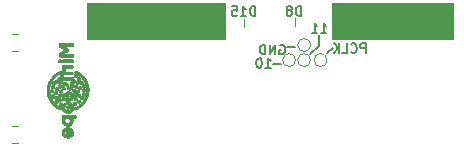
<source format=gbr>
G04 #@! TF.GenerationSoftware,KiCad,Pcbnew,(5.1.6)-1*
G04 #@! TF.CreationDate,2020-09-09T10:35:32-07:00*
G04 #@! TF.ProjectId,MiniDAQ,4d696e69-4441-4512-9e6b-696361645f70,rev?*
G04 #@! TF.SameCoordinates,Original*
G04 #@! TF.FileFunction,Legend,Bot*
G04 #@! TF.FilePolarity,Positive*
%FSLAX46Y46*%
G04 Gerber Fmt 4.6, Leading zero omitted, Abs format (unit mm)*
G04 Created by KiCad (PCBNEW (5.1.6)-1) date 2020-09-09 10:35:32*
%MOMM*%
%LPD*%
G01*
G04 APERTURE LIST*
%ADD10C,0.100000*%
%ADD11C,0.152400*%
%ADD12C,0.120000*%
%ADD13C,0.150000*%
%ADD14C,0.010000*%
G04 APERTURE END LIST*
D10*
G36*
X124500000Y-113250000D02*
G01*
X114250000Y-113250000D01*
X114250000Y-110250000D01*
X124500000Y-110250000D01*
X124500000Y-113250000D01*
G37*
X124500000Y-113250000D02*
X114250000Y-113250000D01*
X114250000Y-110250000D01*
X124500000Y-110250000D01*
X124500000Y-113250000D01*
G36*
X105250000Y-113250000D02*
G01*
X93500000Y-113250000D01*
X93500000Y-110250000D01*
X105250000Y-110250000D01*
X105250000Y-113250000D01*
G37*
X105250000Y-113250000D02*
X93500000Y-113250000D01*
X93500000Y-110250000D01*
X105250000Y-110250000D01*
X105250000Y-113250000D01*
D11*
X109257000Y-115348000D02*
X109942800Y-115348000D01*
X113194000Y-113849400D02*
X113194000Y-112960400D01*
X112457400Y-114509800D02*
X113194000Y-113849400D01*
D12*
X111195200Y-115043200D02*
G75*
G03*
X111195200Y-115043200I-550000J0D01*
G01*
X112465200Y-115043200D02*
G75*
G03*
X112465200Y-115043200I-550000J0D01*
G01*
D13*
X108647380Y-115684504D02*
X109104523Y-115684504D01*
X108875952Y-115684504D02*
X108875952Y-114884504D01*
X108952142Y-114998790D01*
X109028333Y-115074980D01*
X109104523Y-115113076D01*
X108152142Y-114884504D02*
X108075952Y-114884504D01*
X107999761Y-114922600D01*
X107961666Y-114960695D01*
X107923571Y-115036885D01*
X107885476Y-115189266D01*
X107885476Y-115379742D01*
X107923571Y-115532123D01*
X107961666Y-115608314D01*
X107999761Y-115646409D01*
X108075952Y-115684504D01*
X108152142Y-115684504D01*
X108228333Y-115646409D01*
X108266428Y-115608314D01*
X108304523Y-115532123D01*
X108342619Y-115379742D01*
X108342619Y-115189266D01*
X108304523Y-115036885D01*
X108266428Y-114960695D01*
X108228333Y-114922600D01*
X108152142Y-114884504D01*
X113346380Y-112738104D02*
X113803523Y-112738104D01*
X113574952Y-112738104D02*
X113574952Y-111938104D01*
X113651142Y-112052390D01*
X113727333Y-112128580D01*
X113803523Y-112166676D01*
X112584476Y-112738104D02*
X113041619Y-112738104D01*
X112813047Y-112738104D02*
X112813047Y-111938104D01*
X112889238Y-112052390D01*
X112965428Y-112128580D01*
X113041619Y-112166676D01*
X109841123Y-113805000D02*
X109917314Y-113766904D01*
X110031600Y-113766904D01*
X110145885Y-113805000D01*
X110222076Y-113881190D01*
X110260171Y-113957380D01*
X110298266Y-114109761D01*
X110298266Y-114224047D01*
X110260171Y-114376428D01*
X110222076Y-114452619D01*
X110145885Y-114528809D01*
X110031600Y-114566904D01*
X109955409Y-114566904D01*
X109841123Y-114528809D01*
X109803028Y-114490714D01*
X109803028Y-114224047D01*
X109955409Y-114224047D01*
X109460171Y-114566904D02*
X109460171Y-113766904D01*
X109003028Y-114566904D01*
X109003028Y-113766904D01*
X108622076Y-114566904D02*
X108622076Y-113766904D01*
X108431600Y-113766904D01*
X108317314Y-113805000D01*
X108241123Y-113881190D01*
X108203028Y-113957380D01*
X108164933Y-114109761D01*
X108164933Y-114224047D01*
X108203028Y-114376428D01*
X108241123Y-114452619D01*
X108317314Y-114528809D01*
X108431600Y-114566904D01*
X108622076Y-114566904D01*
D11*
X113854400Y-114459000D02*
X114324300Y-114052600D01*
X110501600Y-113925600D02*
X111187400Y-113925600D01*
D12*
X112474000Y-113773200D02*
G75*
G03*
X112474000Y-113773200I-550000J0D01*
G01*
D13*
X117143533Y-114439904D02*
X117143533Y-113639904D01*
X116838771Y-113639904D01*
X116762580Y-113678000D01*
X116724485Y-113716095D01*
X116686390Y-113792285D01*
X116686390Y-113906571D01*
X116724485Y-113982761D01*
X116762580Y-114020857D01*
X116838771Y-114058952D01*
X117143533Y-114058952D01*
X115886390Y-114363714D02*
X115924485Y-114401809D01*
X116038771Y-114439904D01*
X116114961Y-114439904D01*
X116229247Y-114401809D01*
X116305438Y-114325619D01*
X116343533Y-114249428D01*
X116381628Y-114097047D01*
X116381628Y-113982761D01*
X116343533Y-113830380D01*
X116305438Y-113754190D01*
X116229247Y-113678000D01*
X116114961Y-113639904D01*
X116038771Y-113639904D01*
X115924485Y-113678000D01*
X115886390Y-113716095D01*
X115162580Y-114439904D02*
X115543533Y-114439904D01*
X115543533Y-113639904D01*
X114895914Y-114439904D02*
X114895914Y-113639904D01*
X114438771Y-114439904D02*
X114781628Y-113982761D01*
X114438771Y-113639904D02*
X114895914Y-114097047D01*
D12*
X113862200Y-115043200D02*
G75*
G03*
X113862200Y-115043200I-550000J0D01*
G01*
X106793200Y-112249200D02*
X106793200Y-111563400D01*
X111111200Y-112198400D02*
X111111200Y-111512600D01*
D13*
X107764628Y-111290304D02*
X107764628Y-110490304D01*
X107574152Y-110490304D01*
X107459866Y-110528400D01*
X107383676Y-110604590D01*
X107345580Y-110680780D01*
X107307485Y-110833161D01*
X107307485Y-110947447D01*
X107345580Y-111099828D01*
X107383676Y-111176019D01*
X107459866Y-111252209D01*
X107574152Y-111290304D01*
X107764628Y-111290304D01*
X106545580Y-111290304D02*
X107002723Y-111290304D01*
X106774152Y-111290304D02*
X106774152Y-110490304D01*
X106850342Y-110604590D01*
X106926533Y-110680780D01*
X107002723Y-110718876D01*
X105821771Y-110490304D02*
X106202723Y-110490304D01*
X106240819Y-110871257D01*
X106202723Y-110833161D01*
X106126533Y-110795066D01*
X105936057Y-110795066D01*
X105859866Y-110833161D01*
X105821771Y-110871257D01*
X105783676Y-110947447D01*
X105783676Y-111137923D01*
X105821771Y-111214114D01*
X105859866Y-111252209D01*
X105936057Y-111290304D01*
X106126533Y-111290304D01*
X106202723Y-111252209D01*
X106240819Y-111214114D01*
X111650876Y-111290304D02*
X111650876Y-110490304D01*
X111460400Y-110490304D01*
X111346114Y-110528400D01*
X111269923Y-110604590D01*
X111231828Y-110680780D01*
X111193733Y-110833161D01*
X111193733Y-110947447D01*
X111231828Y-111099828D01*
X111269923Y-111176019D01*
X111346114Y-111252209D01*
X111460400Y-111290304D01*
X111650876Y-111290304D01*
X110736590Y-110833161D02*
X110812780Y-110795066D01*
X110850876Y-110756971D01*
X110888971Y-110680780D01*
X110888971Y-110642685D01*
X110850876Y-110566495D01*
X110812780Y-110528400D01*
X110736590Y-110490304D01*
X110584209Y-110490304D01*
X110508019Y-110528400D01*
X110469923Y-110566495D01*
X110431828Y-110642685D01*
X110431828Y-110680780D01*
X110469923Y-110756971D01*
X110508019Y-110795066D01*
X110584209Y-110833161D01*
X110736590Y-110833161D01*
X110812780Y-110871257D01*
X110850876Y-110909352D01*
X110888971Y-110985542D01*
X110888971Y-111137923D01*
X110850876Y-111214114D01*
X110812780Y-111252209D01*
X110736590Y-111290304D01*
X110584209Y-111290304D01*
X110508019Y-111252209D01*
X110469923Y-111214114D01*
X110431828Y-111137923D01*
X110431828Y-110985542D01*
X110469923Y-110909352D01*
X110508019Y-110871257D01*
X110584209Y-110833161D01*
D14*
G36*
X92465123Y-119146088D02*
G01*
X92474865Y-119167354D01*
X92489325Y-119186026D01*
X92508266Y-119201198D01*
X92518376Y-119206732D01*
X92536974Y-119212870D01*
X92558486Y-119215630D01*
X92580386Y-119214919D01*
X92600152Y-119210640D01*
X92602209Y-119209901D01*
X92613416Y-119205236D01*
X92629170Y-119198068D01*
X92648435Y-119188917D01*
X92670172Y-119178305D01*
X92693346Y-119166752D01*
X92716920Y-119154780D01*
X92739856Y-119142908D01*
X92761119Y-119131659D01*
X92779670Y-119121553D01*
X92792175Y-119114460D01*
X92882350Y-119058293D01*
X92968537Y-118997230D01*
X93050585Y-118931432D01*
X93128344Y-118861061D01*
X93201664Y-118786277D01*
X93270394Y-118707243D01*
X93334383Y-118624119D01*
X93393481Y-118537068D01*
X93447538Y-118446250D01*
X93489141Y-118366762D01*
X93533227Y-118270678D01*
X93571119Y-118174114D01*
X93602885Y-118076760D01*
X93628591Y-117978301D01*
X93648305Y-117878425D01*
X93662094Y-117776818D01*
X93670025Y-117673169D01*
X93672165Y-117567164D01*
X93671220Y-117517450D01*
X93664910Y-117415474D01*
X93652338Y-117313458D01*
X93633582Y-117211782D01*
X93608716Y-117110827D01*
X93577815Y-117010972D01*
X93561940Y-116966440D01*
X93522231Y-116868552D01*
X93476977Y-116773640D01*
X93426339Y-116681896D01*
X93370480Y-116593512D01*
X93309561Y-116508681D01*
X93243744Y-116427594D01*
X93173192Y-116350445D01*
X93098065Y-116277425D01*
X93018527Y-116208726D01*
X92934739Y-116144541D01*
X92846862Y-116085062D01*
X92790587Y-116050744D01*
X92773402Y-116040974D01*
X92753291Y-116030010D01*
X92731253Y-116018353D01*
X92708291Y-116006506D01*
X92685404Y-115994969D01*
X92663593Y-115984245D01*
X92643859Y-115974835D01*
X92627202Y-115967239D01*
X92614623Y-115961961D01*
X92610295Y-115960386D01*
X92586017Y-115955512D01*
X92561751Y-115956501D01*
X92538468Y-115962940D01*
X92517135Y-115974413D01*
X92498721Y-115990508D01*
X92484196Y-116010809D01*
X92481872Y-116015279D01*
X92474804Y-116036353D01*
X92472580Y-116059532D01*
X92475207Y-116082806D01*
X92481584Y-116101869D01*
X92486668Y-116111942D01*
X92492273Y-116120689D01*
X92499121Y-116128648D01*
X92507930Y-116136357D01*
X92519420Y-116144352D01*
X92534311Y-116153171D01*
X92553324Y-116163353D01*
X92577177Y-116175433D01*
X92585904Y-116179765D01*
X92608979Y-116191396D01*
X92633278Y-116204017D01*
X92657210Y-116216775D01*
X92679181Y-116228818D01*
X92697599Y-116239290D01*
X92703148Y-116242569D01*
X92786529Y-116296182D01*
X92865935Y-116354629D01*
X92941194Y-116417677D01*
X93012131Y-116485090D01*
X93078572Y-116556633D01*
X93140343Y-116632071D01*
X93197270Y-116711168D01*
X93249180Y-116793691D01*
X93295897Y-116879403D01*
X93337248Y-116968069D01*
X93373059Y-117059455D01*
X93403156Y-117153325D01*
X93417696Y-117207887D01*
X93438525Y-117305154D01*
X93453089Y-117402722D01*
X93461451Y-117500340D01*
X93463673Y-117597754D01*
X93459815Y-117694714D01*
X93449940Y-117790967D01*
X93434110Y-117886261D01*
X93412385Y-117980344D01*
X93384828Y-118072964D01*
X93351501Y-118163868D01*
X93312465Y-118252806D01*
X93267781Y-118339524D01*
X93217512Y-118423771D01*
X93161719Y-118505294D01*
X93100465Y-118583842D01*
X93073023Y-118616000D01*
X93055857Y-118634900D01*
X93035101Y-118656642D01*
X93011859Y-118680156D01*
X92987231Y-118704375D01*
X92962319Y-118728231D01*
X92938226Y-118750656D01*
X92916052Y-118770584D01*
X92896899Y-118786945D01*
X92895253Y-118788294D01*
X92822516Y-118844337D01*
X92747042Y-118896086D01*
X92669774Y-118942949D01*
X92591658Y-118984332D01*
X92558016Y-119000305D01*
X92535600Y-119010810D01*
X92518188Y-119019616D01*
X92504867Y-119027329D01*
X92494724Y-119034553D01*
X92486845Y-119041892D01*
X92480318Y-119049951D01*
X92478090Y-119053195D01*
X92466583Y-119075782D01*
X92460744Y-119099397D01*
X92460337Y-119123134D01*
X92465123Y-119146088D01*
G37*
X92465123Y-119146088D02*
X92474865Y-119167354D01*
X92489325Y-119186026D01*
X92508266Y-119201198D01*
X92518376Y-119206732D01*
X92536974Y-119212870D01*
X92558486Y-119215630D01*
X92580386Y-119214919D01*
X92600152Y-119210640D01*
X92602209Y-119209901D01*
X92613416Y-119205236D01*
X92629170Y-119198068D01*
X92648435Y-119188917D01*
X92670172Y-119178305D01*
X92693346Y-119166752D01*
X92716920Y-119154780D01*
X92739856Y-119142908D01*
X92761119Y-119131659D01*
X92779670Y-119121553D01*
X92792175Y-119114460D01*
X92882350Y-119058293D01*
X92968537Y-118997230D01*
X93050585Y-118931432D01*
X93128344Y-118861061D01*
X93201664Y-118786277D01*
X93270394Y-118707243D01*
X93334383Y-118624119D01*
X93393481Y-118537068D01*
X93447538Y-118446250D01*
X93489141Y-118366762D01*
X93533227Y-118270678D01*
X93571119Y-118174114D01*
X93602885Y-118076760D01*
X93628591Y-117978301D01*
X93648305Y-117878425D01*
X93662094Y-117776818D01*
X93670025Y-117673169D01*
X93672165Y-117567164D01*
X93671220Y-117517450D01*
X93664910Y-117415474D01*
X93652338Y-117313458D01*
X93633582Y-117211782D01*
X93608716Y-117110827D01*
X93577815Y-117010972D01*
X93561940Y-116966440D01*
X93522231Y-116868552D01*
X93476977Y-116773640D01*
X93426339Y-116681896D01*
X93370480Y-116593512D01*
X93309561Y-116508681D01*
X93243744Y-116427594D01*
X93173192Y-116350445D01*
X93098065Y-116277425D01*
X93018527Y-116208726D01*
X92934739Y-116144541D01*
X92846862Y-116085062D01*
X92790587Y-116050744D01*
X92773402Y-116040974D01*
X92753291Y-116030010D01*
X92731253Y-116018353D01*
X92708291Y-116006506D01*
X92685404Y-115994969D01*
X92663593Y-115984245D01*
X92643859Y-115974835D01*
X92627202Y-115967239D01*
X92614623Y-115961961D01*
X92610295Y-115960386D01*
X92586017Y-115955512D01*
X92561751Y-115956501D01*
X92538468Y-115962940D01*
X92517135Y-115974413D01*
X92498721Y-115990508D01*
X92484196Y-116010809D01*
X92481872Y-116015279D01*
X92474804Y-116036353D01*
X92472580Y-116059532D01*
X92475207Y-116082806D01*
X92481584Y-116101869D01*
X92486668Y-116111942D01*
X92492273Y-116120689D01*
X92499121Y-116128648D01*
X92507930Y-116136357D01*
X92519420Y-116144352D01*
X92534311Y-116153171D01*
X92553324Y-116163353D01*
X92577177Y-116175433D01*
X92585904Y-116179765D01*
X92608979Y-116191396D01*
X92633278Y-116204017D01*
X92657210Y-116216775D01*
X92679181Y-116228818D01*
X92697599Y-116239290D01*
X92703148Y-116242569D01*
X92786529Y-116296182D01*
X92865935Y-116354629D01*
X92941194Y-116417677D01*
X93012131Y-116485090D01*
X93078572Y-116556633D01*
X93140343Y-116632071D01*
X93197270Y-116711168D01*
X93249180Y-116793691D01*
X93295897Y-116879403D01*
X93337248Y-116968069D01*
X93373059Y-117059455D01*
X93403156Y-117153325D01*
X93417696Y-117207887D01*
X93438525Y-117305154D01*
X93453089Y-117402722D01*
X93461451Y-117500340D01*
X93463673Y-117597754D01*
X93459815Y-117694714D01*
X93449940Y-117790967D01*
X93434110Y-117886261D01*
X93412385Y-117980344D01*
X93384828Y-118072964D01*
X93351501Y-118163868D01*
X93312465Y-118252806D01*
X93267781Y-118339524D01*
X93217512Y-118423771D01*
X93161719Y-118505294D01*
X93100465Y-118583842D01*
X93073023Y-118616000D01*
X93055857Y-118634900D01*
X93035101Y-118656642D01*
X93011859Y-118680156D01*
X92987231Y-118704375D01*
X92962319Y-118728231D01*
X92938226Y-118750656D01*
X92916052Y-118770584D01*
X92896899Y-118786945D01*
X92895253Y-118788294D01*
X92822516Y-118844337D01*
X92747042Y-118896086D01*
X92669774Y-118942949D01*
X92591658Y-118984332D01*
X92558016Y-119000305D01*
X92535600Y-119010810D01*
X92518188Y-119019616D01*
X92504867Y-119027329D01*
X92494724Y-119034553D01*
X92486845Y-119041892D01*
X92480318Y-119049951D01*
X92478090Y-119053195D01*
X92466583Y-119075782D01*
X92460744Y-119099397D01*
X92460337Y-119123134D01*
X92465123Y-119146088D01*
G36*
X93103884Y-117601541D02*
G01*
X93104819Y-117616734D01*
X93106469Y-117628119D01*
X93109459Y-117638237D01*
X93114411Y-117649629D01*
X93116978Y-117654906D01*
X93132498Y-117679581D01*
X93152059Y-117699856D01*
X93174874Y-117715454D01*
X93200154Y-117726098D01*
X93227113Y-117731512D01*
X93254962Y-117731419D01*
X93282914Y-117725543D01*
X93299614Y-117719031D01*
X93314784Y-117710041D01*
X93330763Y-117697362D01*
X93345383Y-117682917D01*
X93356479Y-117668626D01*
X93356496Y-117668599D01*
X93368203Y-117644823D01*
X93375385Y-117618487D01*
X93377699Y-117591491D01*
X93374933Y-117566309D01*
X93365598Y-117538060D01*
X93351296Y-117513245D01*
X93332630Y-117492353D01*
X93310203Y-117475868D01*
X93284615Y-117464278D01*
X93256470Y-117458069D01*
X93239850Y-117457125D01*
X93210742Y-117460140D01*
X93183712Y-117468868D01*
X93159415Y-117482835D01*
X93138505Y-117501565D01*
X93121637Y-117524584D01*
X93109466Y-117551416D01*
X93109327Y-117551831D01*
X93105849Y-117563891D01*
X93104006Y-117575378D01*
X93103522Y-117588792D01*
X93103884Y-117601541D01*
G37*
X93103884Y-117601541D02*
X93104819Y-117616734D01*
X93106469Y-117628119D01*
X93109459Y-117638237D01*
X93114411Y-117649629D01*
X93116978Y-117654906D01*
X93132498Y-117679581D01*
X93152059Y-117699856D01*
X93174874Y-117715454D01*
X93200154Y-117726098D01*
X93227113Y-117731512D01*
X93254962Y-117731419D01*
X93282914Y-117725543D01*
X93299614Y-117719031D01*
X93314784Y-117710041D01*
X93330763Y-117697362D01*
X93345383Y-117682917D01*
X93356479Y-117668626D01*
X93356496Y-117668599D01*
X93368203Y-117644823D01*
X93375385Y-117618487D01*
X93377699Y-117591491D01*
X93374933Y-117566309D01*
X93365598Y-117538060D01*
X93351296Y-117513245D01*
X93332630Y-117492353D01*
X93310203Y-117475868D01*
X93284615Y-117464278D01*
X93256470Y-117458069D01*
X93239850Y-117457125D01*
X93210742Y-117460140D01*
X93183712Y-117468868D01*
X93159415Y-117482835D01*
X93138505Y-117501565D01*
X93121637Y-117524584D01*
X93109466Y-117551416D01*
X93109327Y-117551831D01*
X93105849Y-117563891D01*
X93104006Y-117575378D01*
X93103522Y-117588792D01*
X93103884Y-117601541D01*
G36*
X93079652Y-117269486D02*
G01*
X93088268Y-117294549D01*
X93101767Y-117317728D01*
X93120006Y-117338263D01*
X93142838Y-117355391D01*
X93156853Y-117362874D01*
X93181832Y-117371280D01*
X93209057Y-117374643D01*
X93236779Y-117372860D01*
X93254823Y-117368716D01*
X93280804Y-117357653D01*
X93303866Y-117341518D01*
X93323163Y-117321147D01*
X93337848Y-117297378D01*
X93344681Y-117279982D01*
X93348666Y-117261792D01*
X93350561Y-117241310D01*
X93350312Y-117220999D01*
X93347862Y-117203319D01*
X93346523Y-117198362D01*
X93334741Y-117171324D01*
X93317947Y-117147717D01*
X93296800Y-117128110D01*
X93271956Y-117113074D01*
X93244073Y-117103179D01*
X93234331Y-117101141D01*
X93207441Y-117099574D01*
X93180457Y-117103857D01*
X93154490Y-117113605D01*
X93130650Y-117128432D01*
X93114909Y-117142576D01*
X93096930Y-117165632D01*
X93084559Y-117190613D01*
X93077653Y-117216756D01*
X93076066Y-117243301D01*
X93079652Y-117269486D01*
G37*
X93079652Y-117269486D02*
X93088268Y-117294549D01*
X93101767Y-117317728D01*
X93120006Y-117338263D01*
X93142838Y-117355391D01*
X93156853Y-117362874D01*
X93181832Y-117371280D01*
X93209057Y-117374643D01*
X93236779Y-117372860D01*
X93254823Y-117368716D01*
X93280804Y-117357653D01*
X93303866Y-117341518D01*
X93323163Y-117321147D01*
X93337848Y-117297378D01*
X93344681Y-117279982D01*
X93348666Y-117261792D01*
X93350561Y-117241310D01*
X93350312Y-117220999D01*
X93347862Y-117203319D01*
X93346523Y-117198362D01*
X93334741Y-117171324D01*
X93317947Y-117147717D01*
X93296800Y-117128110D01*
X93271956Y-117113074D01*
X93244073Y-117103179D01*
X93234331Y-117101141D01*
X93207441Y-117099574D01*
X93180457Y-117103857D01*
X93154490Y-117113605D01*
X93130650Y-117128432D01*
X93114909Y-117142576D01*
X93096930Y-117165632D01*
X93084559Y-117190613D01*
X93077653Y-117216756D01*
X93076066Y-117243301D01*
X93079652Y-117269486D01*
G36*
X93079619Y-117952113D02*
G01*
X93088077Y-117977133D01*
X93101592Y-118000585D01*
X93120223Y-118021725D01*
X93137437Y-118035508D01*
X93161822Y-118048618D01*
X93187989Y-118056171D01*
X93215008Y-118058351D01*
X93241947Y-118055341D01*
X93267876Y-118047324D01*
X93291862Y-118034485D01*
X93312975Y-118017007D01*
X93328513Y-117997823D01*
X93340487Y-117974408D01*
X93347964Y-117948030D01*
X93350705Y-117920439D01*
X93348472Y-117893383D01*
X93344809Y-117878644D01*
X93333278Y-117851872D01*
X93316987Y-117829136D01*
X93295698Y-117810162D01*
X93271600Y-117795850D01*
X93262234Y-117791447D01*
X93254426Y-117788549D01*
X93246406Y-117786843D01*
X93236402Y-117786016D01*
X93222646Y-117785754D01*
X93214450Y-117785737D01*
X93198266Y-117785850D01*
X93186636Y-117786395D01*
X93177763Y-117787683D01*
X93169852Y-117790026D01*
X93161107Y-117793735D01*
X93156908Y-117795701D01*
X93131665Y-117810822D01*
X93111056Y-117829594D01*
X93095140Y-117851269D01*
X93083977Y-117875105D01*
X93077630Y-117900354D01*
X93076156Y-117926272D01*
X93079619Y-117952113D01*
G37*
X93079619Y-117952113D02*
X93088077Y-117977133D01*
X93101592Y-118000585D01*
X93120223Y-118021725D01*
X93137437Y-118035508D01*
X93161822Y-118048618D01*
X93187989Y-118056171D01*
X93215008Y-118058351D01*
X93241947Y-118055341D01*
X93267876Y-118047324D01*
X93291862Y-118034485D01*
X93312975Y-118017007D01*
X93328513Y-117997823D01*
X93340487Y-117974408D01*
X93347964Y-117948030D01*
X93350705Y-117920439D01*
X93348472Y-117893383D01*
X93344809Y-117878644D01*
X93333278Y-117851872D01*
X93316987Y-117829136D01*
X93295698Y-117810162D01*
X93271600Y-117795850D01*
X93262234Y-117791447D01*
X93254426Y-117788549D01*
X93246406Y-117786843D01*
X93236402Y-117786016D01*
X93222646Y-117785754D01*
X93214450Y-117785737D01*
X93198266Y-117785850D01*
X93186636Y-117786395D01*
X93177763Y-117787683D01*
X93169852Y-117790026D01*
X93161107Y-117793735D01*
X93156908Y-117795701D01*
X93131665Y-117810822D01*
X93111056Y-117829594D01*
X93095140Y-117851269D01*
X93083977Y-117875105D01*
X93077630Y-117900354D01*
X93076156Y-117926272D01*
X93079619Y-117952113D01*
G36*
X92930989Y-118261248D02*
G01*
X92938422Y-118287437D01*
X92951282Y-118311975D01*
X92958531Y-118321816D01*
X92978685Y-118341842D01*
X93002376Y-118357223D01*
X93028571Y-118367639D01*
X93056233Y-118372772D01*
X93084327Y-118372303D01*
X93106888Y-118367535D01*
X93132368Y-118356509D01*
X93155384Y-118340248D01*
X93174942Y-118319698D01*
X93190047Y-118295801D01*
X93195392Y-118283503D01*
X93200466Y-118264761D01*
X93203154Y-118243525D01*
X93203272Y-118222519D01*
X93200698Y-118204705D01*
X93190356Y-118176242D01*
X93174956Y-118151361D01*
X93154855Y-118130508D01*
X93130410Y-118114129D01*
X93126937Y-118112354D01*
X93114394Y-118106524D01*
X93103899Y-118102867D01*
X93092888Y-118100749D01*
X93078797Y-118099535D01*
X93074047Y-118099276D01*
X93045427Y-118100066D01*
X93019915Y-118105756D01*
X92996232Y-118116657D01*
X92992129Y-118119157D01*
X92970087Y-118136608D01*
X92952590Y-118157735D01*
X92939785Y-118181651D01*
X92931818Y-118207467D01*
X92928837Y-118234295D01*
X92930989Y-118261248D01*
G37*
X92930989Y-118261248D02*
X92938422Y-118287437D01*
X92951282Y-118311975D01*
X92958531Y-118321816D01*
X92978685Y-118341842D01*
X93002376Y-118357223D01*
X93028571Y-118367639D01*
X93056233Y-118372772D01*
X93084327Y-118372303D01*
X93106888Y-118367535D01*
X93132368Y-118356509D01*
X93155384Y-118340248D01*
X93174942Y-118319698D01*
X93190047Y-118295801D01*
X93195392Y-118283503D01*
X93200466Y-118264761D01*
X93203154Y-118243525D01*
X93203272Y-118222519D01*
X93200698Y-118204705D01*
X93190356Y-118176242D01*
X93174956Y-118151361D01*
X93154855Y-118130508D01*
X93130410Y-118114129D01*
X93126937Y-118112354D01*
X93114394Y-118106524D01*
X93103899Y-118102867D01*
X93092888Y-118100749D01*
X93078797Y-118099535D01*
X93074047Y-118099276D01*
X93045427Y-118100066D01*
X93019915Y-118105756D01*
X92996232Y-118116657D01*
X92992129Y-118119157D01*
X92970087Y-118136608D01*
X92952590Y-118157735D01*
X92939785Y-118181651D01*
X92931818Y-118207467D01*
X92928837Y-118234295D01*
X92930989Y-118261248D01*
G36*
X92908131Y-116976913D02*
G01*
X92917375Y-117001984D01*
X92931232Y-117024880D01*
X92949406Y-117044835D01*
X92971598Y-117061084D01*
X92997508Y-117072863D01*
X93003040Y-117074595D01*
X93028098Y-117078998D01*
X93054742Y-117078664D01*
X93080668Y-117073769D01*
X93097850Y-117067399D01*
X93122860Y-117052477D01*
X93143764Y-117033447D01*
X93160179Y-117011097D01*
X93171726Y-116986213D01*
X93178024Y-116959583D01*
X93178691Y-116931996D01*
X93174630Y-116908689D01*
X93163948Y-116880550D01*
X93148303Y-116856105D01*
X93128188Y-116835800D01*
X93104096Y-116820082D01*
X93076521Y-116809399D01*
X93061218Y-116806023D01*
X93034067Y-116804558D01*
X93007001Y-116808860D01*
X92981106Y-116818423D01*
X92957466Y-116832743D01*
X92937167Y-116851316D01*
X92923278Y-116870187D01*
X92911076Y-116896305D01*
X92904683Y-116923308D01*
X92903801Y-116950433D01*
X92908131Y-116976913D01*
G37*
X92908131Y-116976913D02*
X92917375Y-117001984D01*
X92931232Y-117024880D01*
X92949406Y-117044835D01*
X92971598Y-117061084D01*
X92997508Y-117072863D01*
X93003040Y-117074595D01*
X93028098Y-117078998D01*
X93054742Y-117078664D01*
X93080668Y-117073769D01*
X93097850Y-117067399D01*
X93122860Y-117052477D01*
X93143764Y-117033447D01*
X93160179Y-117011097D01*
X93171726Y-116986213D01*
X93178024Y-116959583D01*
X93178691Y-116931996D01*
X93174630Y-116908689D01*
X93163948Y-116880550D01*
X93148303Y-116856105D01*
X93128188Y-116835800D01*
X93104096Y-116820082D01*
X93076521Y-116809399D01*
X93061218Y-116806023D01*
X93034067Y-116804558D01*
X93007001Y-116808860D01*
X92981106Y-116818423D01*
X92957466Y-116832743D01*
X92937167Y-116851316D01*
X92923278Y-116870187D01*
X92911076Y-116896305D01*
X92904683Y-116923308D01*
X92903801Y-116950433D01*
X92908131Y-116976913D01*
G36*
X92767292Y-117406976D02*
G01*
X92775231Y-117434395D01*
X92777827Y-117440424D01*
X92792817Y-117465928D01*
X92812409Y-117487087D01*
X92827580Y-117498461D01*
X92852730Y-117511248D01*
X92879096Y-117518413D01*
X92905877Y-117520238D01*
X92932275Y-117517001D01*
X92957490Y-117508983D01*
X92980724Y-117496464D01*
X93001177Y-117479723D01*
X93018050Y-117459040D01*
X93030543Y-117434696D01*
X93033425Y-117426375D01*
X93038019Y-117405098D01*
X93039663Y-117382143D01*
X93038338Y-117359946D01*
X93034113Y-117341196D01*
X93021823Y-117314430D01*
X93005115Y-117291356D01*
X92984710Y-117272423D01*
X92961326Y-117258076D01*
X92935681Y-117248763D01*
X92908496Y-117244932D01*
X92882192Y-117246725D01*
X92853996Y-117254491D01*
X92829001Y-117267158D01*
X92807581Y-117284028D01*
X92790114Y-117304403D01*
X92776975Y-117327583D01*
X92768541Y-117352871D01*
X92765188Y-117379568D01*
X92767292Y-117406976D01*
G37*
X92767292Y-117406976D02*
X92775231Y-117434395D01*
X92777827Y-117440424D01*
X92792817Y-117465928D01*
X92812409Y-117487087D01*
X92827580Y-117498461D01*
X92852730Y-117511248D01*
X92879096Y-117518413D01*
X92905877Y-117520238D01*
X92932275Y-117517001D01*
X92957490Y-117508983D01*
X92980724Y-117496464D01*
X93001177Y-117479723D01*
X93018050Y-117459040D01*
X93030543Y-117434696D01*
X93033425Y-117426375D01*
X93038019Y-117405098D01*
X93039663Y-117382143D01*
X93038338Y-117359946D01*
X93034113Y-117341196D01*
X93021823Y-117314430D01*
X93005115Y-117291356D01*
X92984710Y-117272423D01*
X92961326Y-117258076D01*
X92935681Y-117248763D01*
X92908496Y-117244932D01*
X92882192Y-117246725D01*
X92853996Y-117254491D01*
X92829001Y-117267158D01*
X92807581Y-117284028D01*
X92790114Y-117304403D01*
X92776975Y-117327583D01*
X92768541Y-117352871D01*
X92765188Y-117379568D01*
X92767292Y-117406976D01*
G36*
X92707217Y-118030792D02*
G01*
X92712969Y-118057812D01*
X92723881Y-118082934D01*
X92739569Y-118105406D01*
X92759649Y-118124478D01*
X92783738Y-118139398D01*
X92800721Y-118146302D01*
X92825969Y-118151743D01*
X92852851Y-118152355D01*
X92879245Y-118148255D01*
X92900516Y-118140781D01*
X92926322Y-118125460D01*
X92947598Y-118105930D01*
X92963986Y-118082585D01*
X92973286Y-118061566D01*
X92978663Y-118040192D01*
X92981073Y-118017405D01*
X92980278Y-117996064D01*
X92979229Y-117989609D01*
X92970694Y-117962352D01*
X92957201Y-117938029D01*
X92939486Y-117917140D01*
X92918289Y-117900186D01*
X92894350Y-117887668D01*
X92868405Y-117880086D01*
X92841195Y-117877941D01*
X92818392Y-117880603D01*
X92789058Y-117889613D01*
X92763600Y-117903462D01*
X92742332Y-117921874D01*
X92725564Y-117944574D01*
X92713608Y-117971286D01*
X92712724Y-117974056D01*
X92707007Y-118002622D01*
X92707217Y-118030792D01*
G37*
X92707217Y-118030792D02*
X92712969Y-118057812D01*
X92723881Y-118082934D01*
X92739569Y-118105406D01*
X92759649Y-118124478D01*
X92783738Y-118139398D01*
X92800721Y-118146302D01*
X92825969Y-118151743D01*
X92852851Y-118152355D01*
X92879245Y-118148255D01*
X92900516Y-118140781D01*
X92926322Y-118125460D01*
X92947598Y-118105930D01*
X92963986Y-118082585D01*
X92973286Y-118061566D01*
X92978663Y-118040192D01*
X92981073Y-118017405D01*
X92980278Y-117996064D01*
X92979229Y-117989609D01*
X92970694Y-117962352D01*
X92957201Y-117938029D01*
X92939486Y-117917140D01*
X92918289Y-117900186D01*
X92894350Y-117887668D01*
X92868405Y-117880086D01*
X92841195Y-117877941D01*
X92818392Y-117880603D01*
X92789058Y-117889613D01*
X92763600Y-117903462D01*
X92742332Y-117921874D01*
X92725564Y-117944574D01*
X92713608Y-117971286D01*
X92712724Y-117974056D01*
X92707007Y-118002622D01*
X92707217Y-118030792D01*
G36*
X92707039Y-118531282D02*
G01*
X92711546Y-118559466D01*
X92721625Y-118585449D01*
X92736694Y-118608586D01*
X92756168Y-118628232D01*
X92779464Y-118643743D01*
X92806000Y-118654474D01*
X92821867Y-118658124D01*
X92849717Y-118659899D01*
X92876406Y-118655952D01*
X92901349Y-118646885D01*
X92923965Y-118633300D01*
X92943669Y-118615797D01*
X92959881Y-118594978D01*
X92972016Y-118571445D01*
X92979491Y-118545800D01*
X92981725Y-118518643D01*
X92979240Y-118495693D01*
X92970888Y-118468891D01*
X92957227Y-118444387D01*
X92939052Y-118423030D01*
X92917156Y-118405670D01*
X92892335Y-118393157D01*
X92879614Y-118389121D01*
X92849897Y-118384453D01*
X92821256Y-118386010D01*
X92793963Y-118393723D01*
X92768286Y-118407518D01*
X92747595Y-118424294D01*
X92728932Y-118445918D01*
X92716012Y-118469868D01*
X92708695Y-118496514D01*
X92706839Y-118526229D01*
X92707039Y-118531282D01*
G37*
X92707039Y-118531282D02*
X92711546Y-118559466D01*
X92721625Y-118585449D01*
X92736694Y-118608586D01*
X92756168Y-118628232D01*
X92779464Y-118643743D01*
X92806000Y-118654474D01*
X92821867Y-118658124D01*
X92849717Y-118659899D01*
X92876406Y-118655952D01*
X92901349Y-118646885D01*
X92923965Y-118633300D01*
X92943669Y-118615797D01*
X92959881Y-118594978D01*
X92972016Y-118571445D01*
X92979491Y-118545800D01*
X92981725Y-118518643D01*
X92979240Y-118495693D01*
X92970888Y-118468891D01*
X92957227Y-118444387D01*
X92939052Y-118423030D01*
X92917156Y-118405670D01*
X92892335Y-118393157D01*
X92879614Y-118389121D01*
X92849897Y-118384453D01*
X92821256Y-118386010D01*
X92793963Y-118393723D01*
X92768286Y-118407518D01*
X92747595Y-118424294D01*
X92728932Y-118445918D01*
X92716012Y-118469868D01*
X92708695Y-118496514D01*
X92706839Y-118526229D01*
X92707039Y-118531282D01*
G36*
X92676587Y-116684524D02*
G01*
X92686494Y-116710452D01*
X92696912Y-116727684D01*
X92716135Y-116749314D01*
X92738982Y-116765874D01*
X92764982Y-116777144D01*
X92793662Y-116782905D01*
X92817061Y-116783460D01*
X92833272Y-116782212D01*
X92845952Y-116779850D01*
X92857900Y-116775734D01*
X92865254Y-116772454D01*
X92890983Y-116757135D01*
X92911968Y-116737669D01*
X92928071Y-116714190D01*
X92930240Y-116709957D01*
X92940411Y-116685762D01*
X92945808Y-116663554D01*
X92946718Y-116641488D01*
X92944125Y-116621184D01*
X92935701Y-116593931D01*
X92921366Y-116568657D01*
X92907590Y-116552026D01*
X92885513Y-116533170D01*
X92860983Y-116519745D01*
X92834819Y-116511736D01*
X92807834Y-116509128D01*
X92780846Y-116511909D01*
X92754671Y-116520063D01*
X92730125Y-116533577D01*
X92708023Y-116552435D01*
X92705119Y-116555558D01*
X92689170Y-116577769D01*
X92678293Y-116602818D01*
X92672536Y-116629659D01*
X92671951Y-116657244D01*
X92676587Y-116684524D01*
G37*
X92676587Y-116684524D02*
X92686494Y-116710452D01*
X92696912Y-116727684D01*
X92716135Y-116749314D01*
X92738982Y-116765874D01*
X92764982Y-116777144D01*
X92793662Y-116782905D01*
X92817061Y-116783460D01*
X92833272Y-116782212D01*
X92845952Y-116779850D01*
X92857900Y-116775734D01*
X92865254Y-116772454D01*
X92890983Y-116757135D01*
X92911968Y-116737669D01*
X92928071Y-116714190D01*
X92930240Y-116709957D01*
X92940411Y-116685762D01*
X92945808Y-116663554D01*
X92946718Y-116641488D01*
X92944125Y-116621184D01*
X92935701Y-116593931D01*
X92921366Y-116568657D01*
X92907590Y-116552026D01*
X92885513Y-116533170D01*
X92860983Y-116519745D01*
X92834819Y-116511736D01*
X92807834Y-116509128D01*
X92780846Y-116511909D01*
X92754671Y-116520063D01*
X92730125Y-116533577D01*
X92708023Y-116552435D01*
X92705119Y-116555558D01*
X92689170Y-116577769D01*
X92678293Y-116602818D01*
X92672536Y-116629659D01*
X92671951Y-116657244D01*
X92676587Y-116684524D01*
G36*
X92588220Y-117711335D02*
G01*
X92596071Y-117735343D01*
X92608054Y-117757598D01*
X92623874Y-117777424D01*
X92643233Y-117794144D01*
X92665834Y-117807080D01*
X92691382Y-117815556D01*
X92719577Y-117818894D01*
X92722325Y-117818919D01*
X92751213Y-117815940D01*
X92778329Y-117807297D01*
X92802814Y-117793433D01*
X92823808Y-117774789D01*
X92834560Y-117761218D01*
X92848588Y-117735617D01*
X92857165Y-117708036D01*
X92859995Y-117679695D01*
X92858682Y-117661912D01*
X92851562Y-117633995D01*
X92839028Y-117608657D01*
X92821713Y-117586539D01*
X92800249Y-117568281D01*
X92775270Y-117554526D01*
X92747408Y-117545914D01*
X92743432Y-117545175D01*
X92715339Y-117543488D01*
X92687799Y-117547889D01*
X92661536Y-117558121D01*
X92637278Y-117573924D01*
X92621362Y-117588711D01*
X92604092Y-117611324D01*
X92592439Y-117635570D01*
X92586108Y-117660771D01*
X92584801Y-117686252D01*
X92588220Y-117711335D01*
G37*
X92588220Y-117711335D02*
X92596071Y-117735343D01*
X92608054Y-117757598D01*
X92623874Y-117777424D01*
X92643233Y-117794144D01*
X92665834Y-117807080D01*
X92691382Y-117815556D01*
X92719577Y-117818894D01*
X92722325Y-117818919D01*
X92751213Y-117815940D01*
X92778329Y-117807297D01*
X92802814Y-117793433D01*
X92823808Y-117774789D01*
X92834560Y-117761218D01*
X92848588Y-117735617D01*
X92857165Y-117708036D01*
X92859995Y-117679695D01*
X92858682Y-117661912D01*
X92851562Y-117633995D01*
X92839028Y-117608657D01*
X92821713Y-117586539D01*
X92800249Y-117568281D01*
X92775270Y-117554526D01*
X92747408Y-117545914D01*
X92743432Y-117545175D01*
X92715339Y-117543488D01*
X92687799Y-117547889D01*
X92661536Y-117558121D01*
X92637278Y-117573924D01*
X92621362Y-117588711D01*
X92604092Y-117611324D01*
X92592439Y-117635570D01*
X92586108Y-117660771D01*
X92584801Y-117686252D01*
X92588220Y-117711335D01*
G36*
X92571273Y-116985464D02*
G01*
X92580186Y-117011306D01*
X92593778Y-117035008D01*
X92603057Y-117046572D01*
X92624439Y-117065775D01*
X92648572Y-117079722D01*
X92674592Y-117088378D01*
X92701637Y-117091709D01*
X92728842Y-117089678D01*
X92755345Y-117082252D01*
X92780282Y-117069394D01*
X92799243Y-117054508D01*
X92817760Y-117033061D01*
X92831398Y-117008459D01*
X92839872Y-116981763D01*
X92842899Y-116954035D01*
X92840197Y-116926336D01*
X92836844Y-116913557D01*
X92826431Y-116888295D01*
X92812331Y-116867171D01*
X92798423Y-116852798D01*
X92774825Y-116835411D01*
X92749697Y-116823730D01*
X92723731Y-116817513D01*
X92697618Y-116816519D01*
X92672049Y-116820505D01*
X92647716Y-116829228D01*
X92625310Y-116842447D01*
X92605522Y-116859919D01*
X92589044Y-116881403D01*
X92576567Y-116906655D01*
X92569197Y-116933112D01*
X92567467Y-116958919D01*
X92571273Y-116985464D01*
G37*
X92571273Y-116985464D02*
X92580186Y-117011306D01*
X92593778Y-117035008D01*
X92603057Y-117046572D01*
X92624439Y-117065775D01*
X92648572Y-117079722D01*
X92674592Y-117088378D01*
X92701637Y-117091709D01*
X92728842Y-117089678D01*
X92755345Y-117082252D01*
X92780282Y-117069394D01*
X92799243Y-117054508D01*
X92817760Y-117033061D01*
X92831398Y-117008459D01*
X92839872Y-116981763D01*
X92842899Y-116954035D01*
X92840197Y-116926336D01*
X92836844Y-116913557D01*
X92826431Y-116888295D01*
X92812331Y-116867171D01*
X92798423Y-116852798D01*
X92774825Y-116835411D01*
X92749697Y-116823730D01*
X92723731Y-116817513D01*
X92697618Y-116816519D01*
X92672049Y-116820505D01*
X92647716Y-116829228D01*
X92625310Y-116842447D01*
X92605522Y-116859919D01*
X92589044Y-116881403D01*
X92576567Y-116906655D01*
X92569197Y-116933112D01*
X92567467Y-116958919D01*
X92571273Y-116985464D01*
G36*
X92447316Y-117277538D02*
G01*
X92453379Y-117303246D01*
X92464828Y-117328059D01*
X92481907Y-117351274D01*
X92483700Y-117353231D01*
X92505736Y-117372825D01*
X92529936Y-117386502D01*
X92556689Y-117394432D01*
X92584212Y-117396800D01*
X92613653Y-117393972D01*
X92640453Y-117385416D01*
X92664867Y-117371018D01*
X92686453Y-117351421D01*
X92702682Y-117329418D01*
X92714216Y-117304356D01*
X92720727Y-117277550D01*
X92721890Y-117250313D01*
X92717775Y-117225350D01*
X92707238Y-117198405D01*
X92691966Y-117174739D01*
X92672703Y-117154842D01*
X92650197Y-117139204D01*
X92625193Y-117128318D01*
X92598435Y-117122673D01*
X92570671Y-117122760D01*
X92563463Y-117123768D01*
X92535212Y-117131400D01*
X92510397Y-117143745D01*
X92489262Y-117160103D01*
X92472051Y-117179772D01*
X92459007Y-117202052D01*
X92450374Y-117226240D01*
X92446396Y-117251636D01*
X92447316Y-117277538D01*
G37*
X92447316Y-117277538D02*
X92453379Y-117303246D01*
X92464828Y-117328059D01*
X92481907Y-117351274D01*
X92483700Y-117353231D01*
X92505736Y-117372825D01*
X92529936Y-117386502D01*
X92556689Y-117394432D01*
X92584212Y-117396800D01*
X92613653Y-117393972D01*
X92640453Y-117385416D01*
X92664867Y-117371018D01*
X92686453Y-117351421D01*
X92702682Y-117329418D01*
X92714216Y-117304356D01*
X92720727Y-117277550D01*
X92721890Y-117250313D01*
X92717775Y-117225350D01*
X92707238Y-117198405D01*
X92691966Y-117174739D01*
X92672703Y-117154842D01*
X92650197Y-117139204D01*
X92625193Y-117128318D01*
X92598435Y-117122673D01*
X92570671Y-117122760D01*
X92563463Y-117123768D01*
X92535212Y-117131400D01*
X92510397Y-117143745D01*
X92489262Y-117160103D01*
X92472051Y-117179772D01*
X92459007Y-117202052D01*
X92450374Y-117226240D01*
X92446396Y-117251636D01*
X92447316Y-117277538D01*
G36*
X92397183Y-116396858D02*
G01*
X92401680Y-116415010D01*
X92413770Y-116440981D01*
X92429854Y-116462740D01*
X92449207Y-116480250D01*
X92471103Y-116493472D01*
X92494815Y-116502369D01*
X92519619Y-116506904D01*
X92544789Y-116507040D01*
X92569598Y-116502738D01*
X92593321Y-116493962D01*
X92615231Y-116480674D01*
X92634604Y-116462835D01*
X92650714Y-116440410D01*
X92656984Y-116428203D01*
X92660952Y-116417672D01*
X92664814Y-116404400D01*
X92668110Y-116390412D01*
X92670378Y-116377738D01*
X92671157Y-116368404D01*
X92671025Y-116366512D01*
X92670307Y-116361275D01*
X92669307Y-116353812D01*
X92662400Y-116325557D01*
X92649623Y-116299331D01*
X92631293Y-116275742D01*
X92625485Y-116269954D01*
X92602840Y-116252540D01*
X92578240Y-116240668D01*
X92552453Y-116234145D01*
X92526249Y-116232777D01*
X92500397Y-116236372D01*
X92475667Y-116244734D01*
X92452828Y-116257671D01*
X92432649Y-116274990D01*
X92415899Y-116296497D01*
X92403348Y-116321998D01*
X92401862Y-116326194D01*
X92396768Y-116348483D01*
X92395206Y-116372901D01*
X92397183Y-116396858D01*
G37*
X92397183Y-116396858D02*
X92401680Y-116415010D01*
X92413770Y-116440981D01*
X92429854Y-116462740D01*
X92449207Y-116480250D01*
X92471103Y-116493472D01*
X92494815Y-116502369D01*
X92519619Y-116506904D01*
X92544789Y-116507040D01*
X92569598Y-116502738D01*
X92593321Y-116493962D01*
X92615231Y-116480674D01*
X92634604Y-116462835D01*
X92650714Y-116440410D01*
X92656984Y-116428203D01*
X92660952Y-116417672D01*
X92664814Y-116404400D01*
X92668110Y-116390412D01*
X92670378Y-116377738D01*
X92671157Y-116368404D01*
X92671025Y-116366512D01*
X92670307Y-116361275D01*
X92669307Y-116353812D01*
X92662400Y-116325557D01*
X92649623Y-116299331D01*
X92631293Y-116275742D01*
X92625485Y-116269954D01*
X92602840Y-116252540D01*
X92578240Y-116240668D01*
X92552453Y-116234145D01*
X92526249Y-116232777D01*
X92500397Y-116236372D01*
X92475667Y-116244734D01*
X92452828Y-116257671D01*
X92432649Y-116274990D01*
X92415899Y-116296497D01*
X92403348Y-116321998D01*
X92401862Y-116326194D01*
X92396768Y-116348483D01*
X92395206Y-116372901D01*
X92397183Y-116396858D01*
G36*
X92396667Y-118351465D02*
G01*
X92399366Y-118363977D01*
X92400238Y-118366881D01*
X92411445Y-118393162D01*
X92426771Y-118415344D01*
X92445494Y-118433380D01*
X92466893Y-118447220D01*
X92490245Y-118456817D01*
X92514828Y-118462123D01*
X92539920Y-118463089D01*
X92564798Y-118459668D01*
X92588741Y-118451811D01*
X92611027Y-118439469D01*
X92630934Y-118422596D01*
X92647738Y-118401142D01*
X92656984Y-118384003D01*
X92660952Y-118373472D01*
X92664814Y-118360200D01*
X92668110Y-118346212D01*
X92670378Y-118333538D01*
X92671157Y-118324204D01*
X92671025Y-118322312D01*
X92670307Y-118317075D01*
X92669307Y-118309612D01*
X92662674Y-118282031D01*
X92650878Y-118256973D01*
X92634638Y-118234985D01*
X92614673Y-118216614D01*
X92591705Y-118202407D01*
X92566453Y-118192912D01*
X92539637Y-118188676D01*
X92512230Y-118190204D01*
X92482915Y-118198020D01*
X92456994Y-118211093D01*
X92434811Y-118229171D01*
X92416711Y-118252001D01*
X92408953Y-118265818D01*
X92403088Y-118278355D01*
X92399418Y-118288641D01*
X92397323Y-118299206D01*
X92396183Y-118312581D01*
X92395855Y-118319269D01*
X92395568Y-118337332D01*
X92396667Y-118351465D01*
G37*
X92396667Y-118351465D02*
X92399366Y-118363977D01*
X92400238Y-118366881D01*
X92411445Y-118393162D01*
X92426771Y-118415344D01*
X92445494Y-118433380D01*
X92466893Y-118447220D01*
X92490245Y-118456817D01*
X92514828Y-118462123D01*
X92539920Y-118463089D01*
X92564798Y-118459668D01*
X92588741Y-118451811D01*
X92611027Y-118439469D01*
X92630934Y-118422596D01*
X92647738Y-118401142D01*
X92656984Y-118384003D01*
X92660952Y-118373472D01*
X92664814Y-118360200D01*
X92668110Y-118346212D01*
X92670378Y-118333538D01*
X92671157Y-118324204D01*
X92671025Y-118322312D01*
X92670307Y-118317075D01*
X92669307Y-118309612D01*
X92662674Y-118282031D01*
X92650878Y-118256973D01*
X92634638Y-118234985D01*
X92614673Y-118216614D01*
X92591705Y-118202407D01*
X92566453Y-118192912D01*
X92539637Y-118188676D01*
X92512230Y-118190204D01*
X92482915Y-118198020D01*
X92456994Y-118211093D01*
X92434811Y-118229171D01*
X92416711Y-118252001D01*
X92408953Y-118265818D01*
X92403088Y-118278355D01*
X92399418Y-118288641D01*
X92397323Y-118299206D01*
X92396183Y-118312581D01*
X92395855Y-118319269D01*
X92395568Y-118337332D01*
X92396667Y-118351465D01*
G36*
X92357809Y-117991580D02*
G01*
X92365616Y-118015525D01*
X92377900Y-118037814D01*
X92394714Y-118057714D01*
X92416110Y-118074496D01*
X92431732Y-118083028D01*
X92459935Y-118093001D01*
X92488329Y-118096913D01*
X92516218Y-118094888D01*
X92542908Y-118087051D01*
X92567704Y-118073525D01*
X92589562Y-118054802D01*
X92604433Y-118037453D01*
X92614906Y-118020538D01*
X92622283Y-118001697D01*
X92625454Y-117989831D01*
X92629018Y-117970205D01*
X92629473Y-117952895D01*
X92626950Y-117934962D01*
X92617997Y-117905522D01*
X92604046Y-117879971D01*
X92585181Y-117858416D01*
X92561485Y-117840965D01*
X92548146Y-117833950D01*
X92523167Y-117825544D01*
X92495942Y-117822181D01*
X92468220Y-117823964D01*
X92450176Y-117828108D01*
X92424071Y-117838987D01*
X92402021Y-117854058D01*
X92384077Y-117872591D01*
X92370293Y-117893853D01*
X92360721Y-117917114D01*
X92355415Y-117941643D01*
X92354427Y-117966709D01*
X92357809Y-117991580D01*
G37*
X92357809Y-117991580D02*
X92365616Y-118015525D01*
X92377900Y-118037814D01*
X92394714Y-118057714D01*
X92416110Y-118074496D01*
X92431732Y-118083028D01*
X92459935Y-118093001D01*
X92488329Y-118096913D01*
X92516218Y-118094888D01*
X92542908Y-118087051D01*
X92567704Y-118073525D01*
X92589562Y-118054802D01*
X92604433Y-118037453D01*
X92614906Y-118020538D01*
X92622283Y-118001697D01*
X92625454Y-117989831D01*
X92629018Y-117970205D01*
X92629473Y-117952895D01*
X92626950Y-117934962D01*
X92617997Y-117905522D01*
X92604046Y-117879971D01*
X92585181Y-117858416D01*
X92561485Y-117840965D01*
X92548146Y-117833950D01*
X92523167Y-117825544D01*
X92495942Y-117822181D01*
X92468220Y-117823964D01*
X92450176Y-117828108D01*
X92424071Y-117838987D01*
X92402021Y-117854058D01*
X92384077Y-117872591D01*
X92370293Y-117893853D01*
X92360721Y-117917114D01*
X92355415Y-117941643D01*
X92354427Y-117966709D01*
X92357809Y-117991580D01*
G36*
X92359333Y-118761342D02*
G01*
X92369032Y-118786481D01*
X92382055Y-118806613D01*
X92399979Y-118825014D01*
X92421387Y-118840562D01*
X92444858Y-118852135D01*
X92457212Y-118856159D01*
X92485012Y-118860563D01*
X92511984Y-118859172D01*
X92537547Y-118852535D01*
X92561122Y-118841203D01*
X92582129Y-118825725D01*
X92599989Y-118806652D01*
X92614120Y-118784533D01*
X92623944Y-118759917D01*
X92628881Y-118733356D01*
X92628350Y-118705398D01*
X92626763Y-118695375D01*
X92618988Y-118670870D01*
X92605976Y-118647392D01*
X92588808Y-118626328D01*
X92568570Y-118609068D01*
X92551913Y-118599401D01*
X92523648Y-118589359D01*
X92495158Y-118585265D01*
X92467176Y-118586991D01*
X92440440Y-118594411D01*
X92415682Y-118607397D01*
X92393639Y-118625822D01*
X92392480Y-118627033D01*
X92374278Y-118650646D01*
X92361758Y-118676587D01*
X92355025Y-118704152D01*
X92354182Y-118732638D01*
X92359333Y-118761342D01*
G37*
X92359333Y-118761342D02*
X92369032Y-118786481D01*
X92382055Y-118806613D01*
X92399979Y-118825014D01*
X92421387Y-118840562D01*
X92444858Y-118852135D01*
X92457212Y-118856159D01*
X92485012Y-118860563D01*
X92511984Y-118859172D01*
X92537547Y-118852535D01*
X92561122Y-118841203D01*
X92582129Y-118825725D01*
X92599989Y-118806652D01*
X92614120Y-118784533D01*
X92623944Y-118759917D01*
X92628881Y-118733356D01*
X92628350Y-118705398D01*
X92626763Y-118695375D01*
X92618988Y-118670870D01*
X92605976Y-118647392D01*
X92588808Y-118626328D01*
X92568570Y-118609068D01*
X92551913Y-118599401D01*
X92523648Y-118589359D01*
X92495158Y-118585265D01*
X92467176Y-118586991D01*
X92440440Y-118594411D01*
X92415682Y-118607397D01*
X92393639Y-118625822D01*
X92392480Y-118627033D01*
X92374278Y-118650646D01*
X92361758Y-118676587D01*
X92355025Y-118704152D01*
X92354182Y-118732638D01*
X92359333Y-118761342D01*
G36*
X91409518Y-120180167D02*
G01*
X91409729Y-120197788D01*
X91410222Y-120211592D01*
X91411108Y-120222847D01*
X91412500Y-120232817D01*
X91414509Y-120242771D01*
X91417248Y-120253973D01*
X91418413Y-120258474D01*
X91426417Y-120287079D01*
X91434664Y-120311712D01*
X91444046Y-120334716D01*
X91455452Y-120358436D01*
X91458863Y-120365018D01*
X91486086Y-120410182D01*
X91518197Y-120451561D01*
X91554770Y-120488847D01*
X91595378Y-120521729D01*
X91639594Y-120549900D01*
X91686993Y-120573049D01*
X91737148Y-120590868D01*
X91786369Y-120602471D01*
X91827855Y-120607415D01*
X91872170Y-120608116D01*
X91917553Y-120604716D01*
X91962239Y-120597355D01*
X92004466Y-120586176D01*
X92009302Y-120584579D01*
X92058498Y-120564679D01*
X92104511Y-120539506D01*
X92147009Y-120509461D01*
X92185661Y-120474943D01*
X92220137Y-120436354D01*
X92250104Y-120394094D01*
X92275233Y-120348563D01*
X92295191Y-120300161D01*
X92309648Y-120249290D01*
X92316169Y-120213480D01*
X92317811Y-120195845D01*
X92318554Y-120173955D01*
X92318457Y-120149632D01*
X92317579Y-120124695D01*
X92315978Y-120100966D01*
X92313713Y-120080267D01*
X92311433Y-120066975D01*
X92303070Y-120034768D01*
X92292004Y-120001721D01*
X92279028Y-119969869D01*
X92264937Y-119941250D01*
X92257275Y-119928068D01*
X92248890Y-119914575D01*
X92364374Y-119914575D01*
X92396143Y-119914474D01*
X92424844Y-119914182D01*
X92449857Y-119913715D01*
X92470564Y-119913088D01*
X92486349Y-119912319D01*
X92496591Y-119911422D01*
X92498525Y-119911124D01*
X92525218Y-119903312D01*
X92548221Y-119890708D01*
X92567081Y-119873817D01*
X92581350Y-119853142D01*
X92590575Y-119829188D01*
X92594249Y-119804038D01*
X92594118Y-119786779D01*
X92592374Y-119772076D01*
X92590906Y-119766258D01*
X92579780Y-119741666D01*
X92563874Y-119720313D01*
X92544020Y-119703108D01*
X92522767Y-119691637D01*
X92504837Y-119684387D01*
X92016130Y-119683534D01*
X91948101Y-119683436D01*
X91884281Y-119683385D01*
X91851423Y-119683383D01*
X91851423Y-119914835D01*
X91865394Y-119915204D01*
X91883951Y-119916101D01*
X91898290Y-119917480D01*
X91910544Y-119919692D01*
X91922842Y-119923090D01*
X91932455Y-119926307D01*
X91964821Y-119939431D01*
X91992974Y-119955086D01*
X92018926Y-119974526D01*
X92038169Y-119992362D01*
X92062271Y-120019115D01*
X92080749Y-120046039D01*
X92094243Y-120074346D01*
X92103394Y-120105251D01*
X92106524Y-120121950D01*
X92107812Y-120137338D01*
X92107790Y-120156523D01*
X92106593Y-120177117D01*
X92104359Y-120196735D01*
X92101327Y-120212585D01*
X92095132Y-120231334D01*
X92085730Y-120252656D01*
X92074218Y-120274455D01*
X92061688Y-120294633D01*
X92051069Y-120308926D01*
X92026468Y-120334210D01*
X91997586Y-120356380D01*
X91965976Y-120374432D01*
X91933189Y-120387364D01*
X91926987Y-120389150D01*
X91904128Y-120393634D01*
X91877919Y-120396046D01*
X91851045Y-120396290D01*
X91826190Y-120394272D01*
X91818468Y-120393013D01*
X91785911Y-120384885D01*
X91756718Y-120373181D01*
X91729531Y-120357163D01*
X91702992Y-120336093D01*
X91688541Y-120322443D01*
X91675114Y-120308708D01*
X91665146Y-120297283D01*
X91657277Y-120286341D01*
X91650149Y-120274055D01*
X91644888Y-120263705D01*
X91634249Y-120240562D01*
X91626879Y-120220346D01*
X91622268Y-120200880D01*
X91619906Y-120179986D01*
X91619285Y-120155486D01*
X91619290Y-120154287D01*
X91620220Y-120127745D01*
X91623054Y-120105194D01*
X91628288Y-120084435D01*
X91636420Y-120063266D01*
X91642976Y-120049292D01*
X91661901Y-120017108D01*
X91684997Y-119989112D01*
X91712741Y-119964839D01*
X91745617Y-119943824D01*
X91758712Y-119937009D01*
X91778735Y-119927692D01*
X91796050Y-119921218D01*
X91812625Y-119917185D01*
X91830427Y-119915192D01*
X91851423Y-119914835D01*
X91851423Y-119683383D01*
X91824849Y-119683381D01*
X91769982Y-119683422D01*
X91719858Y-119683509D01*
X91674655Y-119683640D01*
X91634549Y-119683814D01*
X91599720Y-119684031D01*
X91570344Y-119684290D01*
X91546601Y-119684590D01*
X91528666Y-119684931D01*
X91516718Y-119685311D01*
X91510936Y-119685730D01*
X91510832Y-119685748D01*
X91485996Y-119693234D01*
X91463484Y-119705672D01*
X91444407Y-119722247D01*
X91429877Y-119742143D01*
X91427297Y-119747098D01*
X91418158Y-119772722D01*
X91415097Y-119798449D01*
X91417891Y-119823584D01*
X91426319Y-119847432D01*
X91440157Y-119869300D01*
X91459184Y-119888491D01*
X91476369Y-119900500D01*
X91479070Y-119902685D01*
X91479535Y-119905748D01*
X91477400Y-119911048D01*
X91472301Y-119919946D01*
X91470261Y-119923319D01*
X91452333Y-119956745D01*
X91436331Y-119994323D01*
X91423074Y-120033953D01*
X91415252Y-120064536D01*
X91413118Y-120075745D01*
X91411551Y-120087912D01*
X91410478Y-120102211D01*
X91409826Y-120119817D01*
X91409521Y-120141904D01*
X91409475Y-120157462D01*
X91409518Y-120180167D01*
G37*
X91409518Y-120180167D02*
X91409729Y-120197788D01*
X91410222Y-120211592D01*
X91411108Y-120222847D01*
X91412500Y-120232817D01*
X91414509Y-120242771D01*
X91417248Y-120253973D01*
X91418413Y-120258474D01*
X91426417Y-120287079D01*
X91434664Y-120311712D01*
X91444046Y-120334716D01*
X91455452Y-120358436D01*
X91458863Y-120365018D01*
X91486086Y-120410182D01*
X91518197Y-120451561D01*
X91554770Y-120488847D01*
X91595378Y-120521729D01*
X91639594Y-120549900D01*
X91686993Y-120573049D01*
X91737148Y-120590868D01*
X91786369Y-120602471D01*
X91827855Y-120607415D01*
X91872170Y-120608116D01*
X91917553Y-120604716D01*
X91962239Y-120597355D01*
X92004466Y-120586176D01*
X92009302Y-120584579D01*
X92058498Y-120564679D01*
X92104511Y-120539506D01*
X92147009Y-120509461D01*
X92185661Y-120474943D01*
X92220137Y-120436354D01*
X92250104Y-120394094D01*
X92275233Y-120348563D01*
X92295191Y-120300161D01*
X92309648Y-120249290D01*
X92316169Y-120213480D01*
X92317811Y-120195845D01*
X92318554Y-120173955D01*
X92318457Y-120149632D01*
X92317579Y-120124695D01*
X92315978Y-120100966D01*
X92313713Y-120080267D01*
X92311433Y-120066975D01*
X92303070Y-120034768D01*
X92292004Y-120001721D01*
X92279028Y-119969869D01*
X92264937Y-119941250D01*
X92257275Y-119928068D01*
X92248890Y-119914575D01*
X92364374Y-119914575D01*
X92396143Y-119914474D01*
X92424844Y-119914182D01*
X92449857Y-119913715D01*
X92470564Y-119913088D01*
X92486349Y-119912319D01*
X92496591Y-119911422D01*
X92498525Y-119911124D01*
X92525218Y-119903312D01*
X92548221Y-119890708D01*
X92567081Y-119873817D01*
X92581350Y-119853142D01*
X92590575Y-119829188D01*
X92594249Y-119804038D01*
X92594118Y-119786779D01*
X92592374Y-119772076D01*
X92590906Y-119766258D01*
X92579780Y-119741666D01*
X92563874Y-119720313D01*
X92544020Y-119703108D01*
X92522767Y-119691637D01*
X92504837Y-119684387D01*
X92016130Y-119683534D01*
X91948101Y-119683436D01*
X91884281Y-119683385D01*
X91851423Y-119683383D01*
X91851423Y-119914835D01*
X91865394Y-119915204D01*
X91883951Y-119916101D01*
X91898290Y-119917480D01*
X91910544Y-119919692D01*
X91922842Y-119923090D01*
X91932455Y-119926307D01*
X91964821Y-119939431D01*
X91992974Y-119955086D01*
X92018926Y-119974526D01*
X92038169Y-119992362D01*
X92062271Y-120019115D01*
X92080749Y-120046039D01*
X92094243Y-120074346D01*
X92103394Y-120105251D01*
X92106524Y-120121950D01*
X92107812Y-120137338D01*
X92107790Y-120156523D01*
X92106593Y-120177117D01*
X92104359Y-120196735D01*
X92101327Y-120212585D01*
X92095132Y-120231334D01*
X92085730Y-120252656D01*
X92074218Y-120274455D01*
X92061688Y-120294633D01*
X92051069Y-120308926D01*
X92026468Y-120334210D01*
X91997586Y-120356380D01*
X91965976Y-120374432D01*
X91933189Y-120387364D01*
X91926987Y-120389150D01*
X91904128Y-120393634D01*
X91877919Y-120396046D01*
X91851045Y-120396290D01*
X91826190Y-120394272D01*
X91818468Y-120393013D01*
X91785911Y-120384885D01*
X91756718Y-120373181D01*
X91729531Y-120357163D01*
X91702992Y-120336093D01*
X91688541Y-120322443D01*
X91675114Y-120308708D01*
X91665146Y-120297283D01*
X91657277Y-120286341D01*
X91650149Y-120274055D01*
X91644888Y-120263705D01*
X91634249Y-120240562D01*
X91626879Y-120220346D01*
X91622268Y-120200880D01*
X91619906Y-120179986D01*
X91619285Y-120155486D01*
X91619290Y-120154287D01*
X91620220Y-120127745D01*
X91623054Y-120105194D01*
X91628288Y-120084435D01*
X91636420Y-120063266D01*
X91642976Y-120049292D01*
X91661901Y-120017108D01*
X91684997Y-119989112D01*
X91712741Y-119964839D01*
X91745617Y-119943824D01*
X91758712Y-119937009D01*
X91778735Y-119927692D01*
X91796050Y-119921218D01*
X91812625Y-119917185D01*
X91830427Y-119915192D01*
X91851423Y-119914835D01*
X91851423Y-119683383D01*
X91824849Y-119683381D01*
X91769982Y-119683422D01*
X91719858Y-119683509D01*
X91674655Y-119683640D01*
X91634549Y-119683814D01*
X91599720Y-119684031D01*
X91570344Y-119684290D01*
X91546601Y-119684590D01*
X91528666Y-119684931D01*
X91516718Y-119685311D01*
X91510936Y-119685730D01*
X91510832Y-119685748D01*
X91485996Y-119693234D01*
X91463484Y-119705672D01*
X91444407Y-119722247D01*
X91429877Y-119742143D01*
X91427297Y-119747098D01*
X91418158Y-119772722D01*
X91415097Y-119798449D01*
X91417891Y-119823584D01*
X91426319Y-119847432D01*
X91440157Y-119869300D01*
X91459184Y-119888491D01*
X91476369Y-119900500D01*
X91479070Y-119902685D01*
X91479535Y-119905748D01*
X91477400Y-119911048D01*
X91472301Y-119919946D01*
X91470261Y-119923319D01*
X91452333Y-119956745D01*
X91436331Y-119994323D01*
X91423074Y-120033953D01*
X91415252Y-120064536D01*
X91413118Y-120075745D01*
X91411551Y-120087912D01*
X91410478Y-120102211D01*
X91409826Y-120119817D01*
X91409521Y-120141904D01*
X91409475Y-120157462D01*
X91409518Y-120180167D01*
G36*
X92266826Y-116831967D02*
G01*
X92267371Y-116843595D01*
X92268656Y-116852444D01*
X92270987Y-116860299D01*
X92274672Y-116868945D01*
X92276546Y-116872925D01*
X92291776Y-116898040D01*
X92311075Y-116918878D01*
X92333666Y-116935125D01*
X92358774Y-116946465D01*
X92385623Y-116952587D01*
X92413437Y-116953174D01*
X92441441Y-116947914D01*
X92452450Y-116944130D01*
X92477414Y-116931124D01*
X92498898Y-116913432D01*
X92516403Y-116891934D01*
X92529433Y-116867509D01*
X92537488Y-116841038D01*
X92540072Y-116813400D01*
X92538156Y-116792645D01*
X92530316Y-116765742D01*
X92516956Y-116740811D01*
X92498828Y-116718845D01*
X92476689Y-116700842D01*
X92462427Y-116692666D01*
X92451873Y-116687574D01*
X92443567Y-116684204D01*
X92435691Y-116682200D01*
X92426425Y-116681207D01*
X92413953Y-116680871D01*
X92401814Y-116680837D01*
X92385628Y-116680945D01*
X92373994Y-116681478D01*
X92365117Y-116682750D01*
X92357198Y-116685077D01*
X92348443Y-116688773D01*
X92343630Y-116691024D01*
X92319640Y-116705729D01*
X92298627Y-116725242D01*
X92281913Y-116748241D01*
X92276899Y-116757755D01*
X92272457Y-116767526D01*
X92269535Y-116775627D01*
X92267818Y-116783864D01*
X92266988Y-116794042D01*
X92266728Y-116807967D01*
X92266712Y-116815775D01*
X92266826Y-116831967D01*
G37*
X92266826Y-116831967D02*
X92267371Y-116843595D01*
X92268656Y-116852444D01*
X92270987Y-116860299D01*
X92274672Y-116868945D01*
X92276546Y-116872925D01*
X92291776Y-116898040D01*
X92311075Y-116918878D01*
X92333666Y-116935125D01*
X92358774Y-116946465D01*
X92385623Y-116952587D01*
X92413437Y-116953174D01*
X92441441Y-116947914D01*
X92452450Y-116944130D01*
X92477414Y-116931124D01*
X92498898Y-116913432D01*
X92516403Y-116891934D01*
X92529433Y-116867509D01*
X92537488Y-116841038D01*
X92540072Y-116813400D01*
X92538156Y-116792645D01*
X92530316Y-116765742D01*
X92516956Y-116740811D01*
X92498828Y-116718845D01*
X92476689Y-116700842D01*
X92462427Y-116692666D01*
X92451873Y-116687574D01*
X92443567Y-116684204D01*
X92435691Y-116682200D01*
X92426425Y-116681207D01*
X92413953Y-116680871D01*
X92401814Y-116680837D01*
X92385628Y-116680945D01*
X92373994Y-116681478D01*
X92365117Y-116682750D01*
X92357198Y-116685077D01*
X92348443Y-116688773D01*
X92343630Y-116691024D01*
X92319640Y-116705729D01*
X92298627Y-116725242D01*
X92281913Y-116748241D01*
X92276899Y-116757755D01*
X92272457Y-116767526D01*
X92269535Y-116775627D01*
X92267818Y-116783864D01*
X92266988Y-116794042D01*
X92266728Y-116807967D01*
X92266712Y-116815775D01*
X92266826Y-116831967D01*
G36*
X92266792Y-117616063D02*
G01*
X92267269Y-117627494D01*
X92268496Y-117636205D01*
X92270827Y-117644010D01*
X92274616Y-117652725D01*
X92278541Y-117660777D01*
X92293921Y-117685414D01*
X92312921Y-117705397D01*
X92334789Y-117720673D01*
X92358772Y-117731193D01*
X92384116Y-117736903D01*
X92410069Y-117737755D01*
X92435878Y-117733695D01*
X92460790Y-117724674D01*
X92484052Y-117710640D01*
X92504911Y-117691541D01*
X92516442Y-117676940D01*
X92528037Y-117655409D01*
X92535891Y-117630557D01*
X92539549Y-117604496D01*
X92538557Y-117579338D01*
X92538082Y-117576355D01*
X92530417Y-117550201D01*
X92517231Y-117525691D01*
X92499324Y-117503846D01*
X92477495Y-117485689D01*
X92458800Y-117474996D01*
X92436834Y-117467493D01*
X92412117Y-117463759D01*
X92386984Y-117463920D01*
X92363773Y-117468101D01*
X92359043Y-117469612D01*
X92332087Y-117481706D01*
X92309784Y-117497713D01*
X92291401Y-117518288D01*
X92276840Y-117542783D01*
X92272445Y-117552079D01*
X92269547Y-117559828D01*
X92267836Y-117567783D01*
X92267000Y-117577699D01*
X92266731Y-117591332D01*
X92266712Y-117600097D01*
X92266792Y-117616063D01*
G37*
X92266792Y-117616063D02*
X92267269Y-117627494D01*
X92268496Y-117636205D01*
X92270827Y-117644010D01*
X92274616Y-117652725D01*
X92278541Y-117660777D01*
X92293921Y-117685414D01*
X92312921Y-117705397D01*
X92334789Y-117720673D01*
X92358772Y-117731193D01*
X92384116Y-117736903D01*
X92410069Y-117737755D01*
X92435878Y-117733695D01*
X92460790Y-117724674D01*
X92484052Y-117710640D01*
X92504911Y-117691541D01*
X92516442Y-117676940D01*
X92528037Y-117655409D01*
X92535891Y-117630557D01*
X92539549Y-117604496D01*
X92538557Y-117579338D01*
X92538082Y-117576355D01*
X92530417Y-117550201D01*
X92517231Y-117525691D01*
X92499324Y-117503846D01*
X92477495Y-117485689D01*
X92458800Y-117474996D01*
X92436834Y-117467493D01*
X92412117Y-117463759D01*
X92386984Y-117463920D01*
X92363773Y-117468101D01*
X92359043Y-117469612D01*
X92332087Y-117481706D01*
X92309784Y-117497713D01*
X92291401Y-117518288D01*
X92276840Y-117542783D01*
X92272445Y-117552079D01*
X92269547Y-117559828D01*
X92267836Y-117567783D01*
X92267000Y-117577699D01*
X92266731Y-117591332D01*
X92266712Y-117600097D01*
X92266792Y-117616063D01*
G36*
X91409580Y-119106665D02*
G01*
X91418254Y-119158447D01*
X91432635Y-119208884D01*
X91452619Y-119257512D01*
X91478102Y-119303864D01*
X91508979Y-119347477D01*
X91544592Y-119387332D01*
X91584603Y-119422908D01*
X91628598Y-119453809D01*
X91675925Y-119479696D01*
X91725928Y-119500233D01*
X91777954Y-119515079D01*
X91799987Y-119519490D01*
X91826844Y-119522925D01*
X91857509Y-119524749D01*
X91889647Y-119524960D01*
X91920925Y-119523560D01*
X91949008Y-119520548D01*
X91955562Y-119519490D01*
X92008915Y-119507026D01*
X92059559Y-119489022D01*
X92107184Y-119465816D01*
X92151478Y-119437747D01*
X92192129Y-119405156D01*
X92228828Y-119368380D01*
X92261261Y-119327760D01*
X92289119Y-119283635D01*
X92312090Y-119236343D01*
X92329863Y-119186225D01*
X92342126Y-119133619D01*
X92347569Y-119092191D01*
X92348980Y-119075939D01*
X92349857Y-119063775D01*
X92350196Y-119053746D01*
X92349991Y-119043900D01*
X92349238Y-119032283D01*
X92347932Y-119016945D01*
X92347373Y-119010670D01*
X92339583Y-118958243D01*
X92325917Y-118907488D01*
X92306721Y-118858843D01*
X92282342Y-118812749D01*
X92253130Y-118769644D01*
X92219430Y-118729969D01*
X92181590Y-118694162D01*
X92139958Y-118662663D01*
X92094881Y-118635910D01*
X92046706Y-118614345D01*
X92029067Y-118608067D01*
X92004612Y-118600304D01*
X91983263Y-118594529D01*
X91963243Y-118590472D01*
X91942775Y-118587858D01*
X91920079Y-118586417D01*
X91893380Y-118585874D01*
X91884125Y-118585846D01*
X91863327Y-118585879D01*
X91847750Y-118586066D01*
X91836268Y-118586532D01*
X91827751Y-118587401D01*
X91821072Y-118588795D01*
X91815101Y-118590839D01*
X91808713Y-118593656D01*
X91807431Y-118594255D01*
X91787002Y-118607016D01*
X91769420Y-118624231D01*
X91756526Y-118643962D01*
X91752863Y-118652521D01*
X91750639Y-118661293D01*
X91749532Y-118672260D01*
X91749220Y-118687402D01*
X91749220Y-118689025D01*
X91750277Y-118710671D01*
X91753842Y-118728016D01*
X91760595Y-118742836D01*
X91771212Y-118756910D01*
X91777678Y-118763721D01*
X91788252Y-118773499D01*
X91798510Y-118780813D01*
X91809699Y-118786071D01*
X91823067Y-118789685D01*
X91839863Y-118792065D01*
X91861335Y-118793621D01*
X91869837Y-118794031D01*
X91899018Y-118795898D01*
X91923516Y-118798880D01*
X91944951Y-118803311D01*
X91964943Y-118809527D01*
X91985111Y-118817863D01*
X91985217Y-118817912D01*
X92020267Y-118837352D01*
X92051588Y-118861645D01*
X92078739Y-118890218D01*
X92101281Y-118922501D01*
X92118771Y-118957923D01*
X92130769Y-118995912D01*
X92133660Y-119010117D01*
X92137451Y-119049509D01*
X92135235Y-119088160D01*
X92127354Y-119125536D01*
X92114148Y-119161102D01*
X92095959Y-119194324D01*
X92073127Y-119224666D01*
X92045992Y-119251594D01*
X92014896Y-119274573D01*
X91980179Y-119293067D01*
X91945399Y-119305643D01*
X91923017Y-119310246D01*
X91896869Y-119312747D01*
X91869182Y-119313148D01*
X91842185Y-119311448D01*
X91818103Y-119307647D01*
X91810150Y-119305643D01*
X91772410Y-119291679D01*
X91737550Y-119272460D01*
X91706097Y-119248514D01*
X91678580Y-119220370D01*
X91655526Y-119188558D01*
X91637462Y-119153606D01*
X91626277Y-119121280D01*
X91622305Y-119101106D01*
X91619928Y-119077099D01*
X91619167Y-119051420D01*
X91620046Y-119026229D01*
X91622587Y-119003688D01*
X91624943Y-118992237D01*
X91632755Y-118968486D01*
X91644064Y-118942961D01*
X91657625Y-118918112D01*
X91672191Y-118896387D01*
X91676453Y-118890987D01*
X91691571Y-118870963D01*
X91701909Y-118852879D01*
X91708071Y-118835307D01*
X91710660Y-118816819D01*
X91710834Y-118809675D01*
X91707923Y-118784477D01*
X91699735Y-118761853D01*
X91686992Y-118742296D01*
X91670417Y-118726301D01*
X91650732Y-118714361D01*
X91628660Y-118706970D01*
X91604923Y-118704622D01*
X91580244Y-118707811D01*
X91567537Y-118711725D01*
X91551443Y-118720340D01*
X91534169Y-118734289D01*
X91516278Y-118752802D01*
X91498331Y-118775105D01*
X91480887Y-118800426D01*
X91464510Y-118827994D01*
X91449760Y-118857036D01*
X91437197Y-118886780D01*
X91434053Y-118895400D01*
X91418851Y-118947907D01*
X91409774Y-119000930D01*
X91406719Y-119054005D01*
X91409580Y-119106665D01*
G37*
X91409580Y-119106665D02*
X91418254Y-119158447D01*
X91432635Y-119208884D01*
X91452619Y-119257512D01*
X91478102Y-119303864D01*
X91508979Y-119347477D01*
X91544592Y-119387332D01*
X91584603Y-119422908D01*
X91628598Y-119453809D01*
X91675925Y-119479696D01*
X91725928Y-119500233D01*
X91777954Y-119515079D01*
X91799987Y-119519490D01*
X91826844Y-119522925D01*
X91857509Y-119524749D01*
X91889647Y-119524960D01*
X91920925Y-119523560D01*
X91949008Y-119520548D01*
X91955562Y-119519490D01*
X92008915Y-119507026D01*
X92059559Y-119489022D01*
X92107184Y-119465816D01*
X92151478Y-119437747D01*
X92192129Y-119405156D01*
X92228828Y-119368380D01*
X92261261Y-119327760D01*
X92289119Y-119283635D01*
X92312090Y-119236343D01*
X92329863Y-119186225D01*
X92342126Y-119133619D01*
X92347569Y-119092191D01*
X92348980Y-119075939D01*
X92349857Y-119063775D01*
X92350196Y-119053746D01*
X92349991Y-119043900D01*
X92349238Y-119032283D01*
X92347932Y-119016945D01*
X92347373Y-119010670D01*
X92339583Y-118958243D01*
X92325917Y-118907488D01*
X92306721Y-118858843D01*
X92282342Y-118812749D01*
X92253130Y-118769644D01*
X92219430Y-118729969D01*
X92181590Y-118694162D01*
X92139958Y-118662663D01*
X92094881Y-118635910D01*
X92046706Y-118614345D01*
X92029067Y-118608067D01*
X92004612Y-118600304D01*
X91983263Y-118594529D01*
X91963243Y-118590472D01*
X91942775Y-118587858D01*
X91920079Y-118586417D01*
X91893380Y-118585874D01*
X91884125Y-118585846D01*
X91863327Y-118585879D01*
X91847750Y-118586066D01*
X91836268Y-118586532D01*
X91827751Y-118587401D01*
X91821072Y-118588795D01*
X91815101Y-118590839D01*
X91808713Y-118593656D01*
X91807431Y-118594255D01*
X91787002Y-118607016D01*
X91769420Y-118624231D01*
X91756526Y-118643962D01*
X91752863Y-118652521D01*
X91750639Y-118661293D01*
X91749532Y-118672260D01*
X91749220Y-118687402D01*
X91749220Y-118689025D01*
X91750277Y-118710671D01*
X91753842Y-118728016D01*
X91760595Y-118742836D01*
X91771212Y-118756910D01*
X91777678Y-118763721D01*
X91788252Y-118773499D01*
X91798510Y-118780813D01*
X91809699Y-118786071D01*
X91823067Y-118789685D01*
X91839863Y-118792065D01*
X91861335Y-118793621D01*
X91869837Y-118794031D01*
X91899018Y-118795898D01*
X91923516Y-118798880D01*
X91944951Y-118803311D01*
X91964943Y-118809527D01*
X91985111Y-118817863D01*
X91985217Y-118817912D01*
X92020267Y-118837352D01*
X92051588Y-118861645D01*
X92078739Y-118890218D01*
X92101281Y-118922501D01*
X92118771Y-118957923D01*
X92130769Y-118995912D01*
X92133660Y-119010117D01*
X92137451Y-119049509D01*
X92135235Y-119088160D01*
X92127354Y-119125536D01*
X92114148Y-119161102D01*
X92095959Y-119194324D01*
X92073127Y-119224666D01*
X92045992Y-119251594D01*
X92014896Y-119274573D01*
X91980179Y-119293067D01*
X91945399Y-119305643D01*
X91923017Y-119310246D01*
X91896869Y-119312747D01*
X91869182Y-119313148D01*
X91842185Y-119311448D01*
X91818103Y-119307647D01*
X91810150Y-119305643D01*
X91772410Y-119291679D01*
X91737550Y-119272460D01*
X91706097Y-119248514D01*
X91678580Y-119220370D01*
X91655526Y-119188558D01*
X91637462Y-119153606D01*
X91626277Y-119121280D01*
X91622305Y-119101106D01*
X91619928Y-119077099D01*
X91619167Y-119051420D01*
X91620046Y-119026229D01*
X91622587Y-119003688D01*
X91624943Y-118992237D01*
X91632755Y-118968486D01*
X91644064Y-118942961D01*
X91657625Y-118918112D01*
X91672191Y-118896387D01*
X91676453Y-118890987D01*
X91691571Y-118870963D01*
X91701909Y-118852879D01*
X91708071Y-118835307D01*
X91710660Y-118816819D01*
X91710834Y-118809675D01*
X91707923Y-118784477D01*
X91699735Y-118761853D01*
X91686992Y-118742296D01*
X91670417Y-118726301D01*
X91650732Y-118714361D01*
X91628660Y-118706970D01*
X91604923Y-118704622D01*
X91580244Y-118707811D01*
X91567537Y-118711725D01*
X91551443Y-118720340D01*
X91534169Y-118734289D01*
X91516278Y-118752802D01*
X91498331Y-118775105D01*
X91480887Y-118800426D01*
X91464510Y-118827994D01*
X91449760Y-118857036D01*
X91437197Y-118886780D01*
X91434053Y-118895400D01*
X91418851Y-118947907D01*
X91409774Y-119000930D01*
X91406719Y-119054005D01*
X91409580Y-119106665D01*
G36*
X91411412Y-121248109D02*
G01*
X91421912Y-121296208D01*
X91437943Y-121341995D01*
X91459283Y-121385161D01*
X91485709Y-121425394D01*
X91517000Y-121462385D01*
X91552933Y-121495822D01*
X91593285Y-121525396D01*
X91637834Y-121550795D01*
X91686358Y-121571709D01*
X91720612Y-121582951D01*
X91739026Y-121588089D01*
X91755667Y-121592191D01*
X91771675Y-121595392D01*
X91788187Y-121597828D01*
X91806342Y-121599634D01*
X91827280Y-121600946D01*
X91852137Y-121601900D01*
X91882053Y-121602631D01*
X91886506Y-121602719D01*
X91973025Y-121604402D01*
X91973025Y-121280188D01*
X91973047Y-121235403D01*
X91973114Y-121192450D01*
X91973220Y-121151750D01*
X91973365Y-121113724D01*
X91973543Y-121078792D01*
X91973753Y-121047375D01*
X91973991Y-121019893D01*
X91974253Y-120996767D01*
X91974538Y-120978418D01*
X91974841Y-120965266D01*
X91975161Y-120957731D01*
X91975406Y-120956019D01*
X91980547Y-120957744D01*
X91989577Y-120962279D01*
X92001162Y-120968825D01*
X92013966Y-120976579D01*
X92026658Y-120984739D01*
X92037903Y-120992505D01*
X92044585Y-120997589D01*
X92072692Y-121024339D01*
X92095941Y-121054663D01*
X92114187Y-121087880D01*
X92127287Y-121123309D01*
X92135094Y-121160269D01*
X92137466Y-121198080D01*
X92134258Y-121236060D01*
X92125326Y-121273529D01*
X92110717Y-121309419D01*
X92104151Y-121321892D01*
X92097459Y-121333521D01*
X92091986Y-121341977D01*
X92091544Y-121342577D01*
X92077344Y-121366083D01*
X92069186Y-121390597D01*
X92067125Y-121411587D01*
X92070175Y-121437054D01*
X92078470Y-121459967D01*
X92091309Y-121479784D01*
X92107992Y-121495965D01*
X92127816Y-121507970D01*
X92150082Y-121515259D01*
X92174087Y-121517291D01*
X92199132Y-121513525D01*
X92199316Y-121513476D01*
X92216805Y-121507052D01*
X92232913Y-121497390D01*
X92248163Y-121483923D01*
X92263080Y-121466089D01*
X92278189Y-121443322D01*
X92294014Y-121415058D01*
X92298071Y-121407209D01*
X92317251Y-121364970D01*
X92331646Y-121322350D01*
X92341751Y-121277624D01*
X92347619Y-121233787D01*
X92349177Y-121216512D01*
X92350016Y-121202845D01*
X92350129Y-121190534D01*
X92349512Y-121177328D01*
X92348157Y-121160976D01*
X92347401Y-121152983D01*
X92339083Y-121098037D01*
X92324996Y-121045668D01*
X92305200Y-120996010D01*
X92279758Y-120949197D01*
X92248734Y-120905362D01*
X92212890Y-120865340D01*
X92171957Y-120828784D01*
X92127800Y-120797542D01*
X92080835Y-120771724D01*
X92031476Y-120751439D01*
X91980136Y-120736797D01*
X91927231Y-120727905D01*
X91873175Y-120724875D01*
X91818381Y-120727814D01*
X91763265Y-120736833D01*
X91758586Y-120737953D01*
X91758586Y-120959150D01*
X91758880Y-120962237D01*
X91759158Y-120971149D01*
X91759416Y-120985361D01*
X91759649Y-121004346D01*
X91759854Y-121027580D01*
X91760025Y-121054538D01*
X91760159Y-121084694D01*
X91760250Y-121117522D01*
X91760295Y-121152498D01*
X91760300Y-121167033D01*
X91760300Y-121374917D01*
X91752560Y-121371975D01*
X91720764Y-121356785D01*
X91691867Y-121336795D01*
X91666744Y-121312785D01*
X91646271Y-121285537D01*
X91637024Y-121268870D01*
X91625658Y-121238639D01*
X91619359Y-121205915D01*
X91617930Y-121171741D01*
X91621177Y-121137157D01*
X91628906Y-121103207D01*
X91640923Y-121070931D01*
X91657033Y-121041372D01*
X91677041Y-121015571D01*
X91685978Y-121006643D01*
X91697375Y-120996881D01*
X91710574Y-120986797D01*
X91724334Y-120977200D01*
X91737414Y-120968904D01*
X91748575Y-120962718D01*
X91756575Y-120959455D01*
X91758586Y-120959150D01*
X91758586Y-120737953D01*
X91743593Y-120741546D01*
X91691481Y-120758181D01*
X91642795Y-120780086D01*
X91597684Y-120807172D01*
X91556299Y-120839352D01*
X91524293Y-120870502D01*
X91491146Y-120910739D01*
X91463435Y-120954243D01*
X91441155Y-121001023D01*
X91424304Y-121051091D01*
X91412875Y-121104456D01*
X91407895Y-121146221D01*
X91406665Y-121198010D01*
X91411412Y-121248109D01*
G37*
X91411412Y-121248109D02*
X91421912Y-121296208D01*
X91437943Y-121341995D01*
X91459283Y-121385161D01*
X91485709Y-121425394D01*
X91517000Y-121462385D01*
X91552933Y-121495822D01*
X91593285Y-121525396D01*
X91637834Y-121550795D01*
X91686358Y-121571709D01*
X91720612Y-121582951D01*
X91739026Y-121588089D01*
X91755667Y-121592191D01*
X91771675Y-121595392D01*
X91788187Y-121597828D01*
X91806342Y-121599634D01*
X91827280Y-121600946D01*
X91852137Y-121601900D01*
X91882053Y-121602631D01*
X91886506Y-121602719D01*
X91973025Y-121604402D01*
X91973025Y-121280188D01*
X91973047Y-121235403D01*
X91973114Y-121192450D01*
X91973220Y-121151750D01*
X91973365Y-121113724D01*
X91973543Y-121078792D01*
X91973753Y-121047375D01*
X91973991Y-121019893D01*
X91974253Y-120996767D01*
X91974538Y-120978418D01*
X91974841Y-120965266D01*
X91975161Y-120957731D01*
X91975406Y-120956019D01*
X91980547Y-120957744D01*
X91989577Y-120962279D01*
X92001162Y-120968825D01*
X92013966Y-120976579D01*
X92026658Y-120984739D01*
X92037903Y-120992505D01*
X92044585Y-120997589D01*
X92072692Y-121024339D01*
X92095941Y-121054663D01*
X92114187Y-121087880D01*
X92127287Y-121123309D01*
X92135094Y-121160269D01*
X92137466Y-121198080D01*
X92134258Y-121236060D01*
X92125326Y-121273529D01*
X92110717Y-121309419D01*
X92104151Y-121321892D01*
X92097459Y-121333521D01*
X92091986Y-121341977D01*
X92091544Y-121342577D01*
X92077344Y-121366083D01*
X92069186Y-121390597D01*
X92067125Y-121411587D01*
X92070175Y-121437054D01*
X92078470Y-121459967D01*
X92091309Y-121479784D01*
X92107992Y-121495965D01*
X92127816Y-121507970D01*
X92150082Y-121515259D01*
X92174087Y-121517291D01*
X92199132Y-121513525D01*
X92199316Y-121513476D01*
X92216805Y-121507052D01*
X92232913Y-121497390D01*
X92248163Y-121483923D01*
X92263080Y-121466089D01*
X92278189Y-121443322D01*
X92294014Y-121415058D01*
X92298071Y-121407209D01*
X92317251Y-121364970D01*
X92331646Y-121322350D01*
X92341751Y-121277624D01*
X92347619Y-121233787D01*
X92349177Y-121216512D01*
X92350016Y-121202845D01*
X92350129Y-121190534D01*
X92349512Y-121177328D01*
X92348157Y-121160976D01*
X92347401Y-121152983D01*
X92339083Y-121098037D01*
X92324996Y-121045668D01*
X92305200Y-120996010D01*
X92279758Y-120949197D01*
X92248734Y-120905362D01*
X92212890Y-120865340D01*
X92171957Y-120828784D01*
X92127800Y-120797542D01*
X92080835Y-120771724D01*
X92031476Y-120751439D01*
X91980136Y-120736797D01*
X91927231Y-120727905D01*
X91873175Y-120724875D01*
X91818381Y-120727814D01*
X91763265Y-120736833D01*
X91758586Y-120737953D01*
X91758586Y-120959150D01*
X91758880Y-120962237D01*
X91759158Y-120971149D01*
X91759416Y-120985361D01*
X91759649Y-121004346D01*
X91759854Y-121027580D01*
X91760025Y-121054538D01*
X91760159Y-121084694D01*
X91760250Y-121117522D01*
X91760295Y-121152498D01*
X91760300Y-121167033D01*
X91760300Y-121374917D01*
X91752560Y-121371975D01*
X91720764Y-121356785D01*
X91691867Y-121336795D01*
X91666744Y-121312785D01*
X91646271Y-121285537D01*
X91637024Y-121268870D01*
X91625658Y-121238639D01*
X91619359Y-121205915D01*
X91617930Y-121171741D01*
X91621177Y-121137157D01*
X91628906Y-121103207D01*
X91640923Y-121070931D01*
X91657033Y-121041372D01*
X91677041Y-121015571D01*
X91685978Y-121006643D01*
X91697375Y-120996881D01*
X91710574Y-120986797D01*
X91724334Y-120977200D01*
X91737414Y-120968904D01*
X91748575Y-120962718D01*
X91756575Y-120959455D01*
X91758586Y-120959150D01*
X91758586Y-120737953D01*
X91743593Y-120741546D01*
X91691481Y-120758181D01*
X91642795Y-120780086D01*
X91597684Y-120807172D01*
X91556299Y-120839352D01*
X91524293Y-120870502D01*
X91491146Y-120910739D01*
X91463435Y-120954243D01*
X91441155Y-121001023D01*
X91424304Y-121051091D01*
X91412875Y-121104456D01*
X91407895Y-121146221D01*
X91406665Y-121198010D01*
X91411412Y-121248109D01*
G36*
X91147744Y-114625278D02*
G01*
X91148138Y-114639377D01*
X91148965Y-114650427D01*
X91150281Y-114659527D01*
X91152142Y-114667776D01*
X91152412Y-114668786D01*
X91161694Y-114691639D01*
X91176195Y-114712610D01*
X91194792Y-114730116D01*
X91197156Y-114731845D01*
X91200546Y-114734357D01*
X91203528Y-114736652D01*
X91206386Y-114738741D01*
X91209406Y-114740632D01*
X91212875Y-114742336D01*
X91217079Y-114743861D01*
X91222304Y-114745219D01*
X91228836Y-114746419D01*
X91236961Y-114747469D01*
X91246964Y-114748381D01*
X91259133Y-114749164D01*
X91273753Y-114749827D01*
X91291109Y-114750381D01*
X91311489Y-114750835D01*
X91335179Y-114751199D01*
X91362463Y-114751483D01*
X91393629Y-114751695D01*
X91428962Y-114751847D01*
X91468749Y-114751948D01*
X91513275Y-114752008D01*
X91562827Y-114752036D01*
X91617690Y-114752042D01*
X91678151Y-114752035D01*
X91744496Y-114752027D01*
X91789451Y-114752025D01*
X92334975Y-114752025D01*
X92334975Y-114523448D01*
X91922134Y-114522643D01*
X91509294Y-114521837D01*
X91708583Y-114391529D01*
X91747568Y-114366035D01*
X91781603Y-114343740D01*
X91811044Y-114324356D01*
X91836251Y-114307598D01*
X91857581Y-114293180D01*
X91875393Y-114280816D01*
X91890045Y-114270221D01*
X91901895Y-114261108D01*
X91911301Y-114253192D01*
X91918621Y-114246187D01*
X91924213Y-114239806D01*
X91928437Y-114233764D01*
X91931648Y-114227775D01*
X91934207Y-114221554D01*
X91936471Y-114214814D01*
X91938595Y-114207928D01*
X91943205Y-114182953D01*
X91942225Y-114157716D01*
X91935960Y-114133460D01*
X91924719Y-114111426D01*
X91910495Y-114094420D01*
X91905867Y-114090798D01*
X91896372Y-114084022D01*
X91882469Y-114074401D01*
X91864614Y-114062241D01*
X91843266Y-114047850D01*
X91818883Y-114031537D01*
X91791921Y-114013607D01*
X91762840Y-113994369D01*
X91732095Y-113974131D01*
X91707912Y-113958279D01*
X91676467Y-113937686D01*
X91646514Y-113918035D01*
X91618487Y-113899613D01*
X91592820Y-113882708D01*
X91569948Y-113867607D01*
X91550306Y-113854596D01*
X91534326Y-113843963D01*
X91522445Y-113835995D01*
X91515095Y-113830978D01*
X91512763Y-113829277D01*
X91512827Y-113828639D01*
X91514650Y-113828065D01*
X91518528Y-113827551D01*
X91524757Y-113827094D01*
X91533634Y-113826691D01*
X91545455Y-113826339D01*
X91560516Y-113826035D01*
X91579114Y-113825775D01*
X91601545Y-113825557D01*
X91628105Y-113825378D01*
X91659090Y-113825233D01*
X91694798Y-113825120D01*
X91735523Y-113825036D01*
X91781563Y-113824978D01*
X91833213Y-113824943D01*
X91890770Y-113824926D01*
X91921544Y-113824925D01*
X92334975Y-113824925D01*
X92334975Y-113596325D01*
X91721908Y-113596325D01*
X91659079Y-113596331D01*
X91602017Y-113596343D01*
X91550433Y-113596367D01*
X91504036Y-113596404D01*
X91462533Y-113596459D01*
X91425635Y-113596535D01*
X91393051Y-113596635D01*
X91364489Y-113596763D01*
X91339659Y-113596921D01*
X91318269Y-113597113D01*
X91300029Y-113597343D01*
X91284648Y-113597613D01*
X91271836Y-113597928D01*
X91261300Y-113598289D01*
X91252750Y-113598702D01*
X91245895Y-113599169D01*
X91240444Y-113599692D01*
X91236107Y-113600277D01*
X91232592Y-113600926D01*
X91229609Y-113601642D01*
X91226866Y-113602428D01*
X91225711Y-113602782D01*
X91204271Y-113612530D01*
X91184718Y-113627438D01*
X91168338Y-113646342D01*
X91158322Y-113663692D01*
X91149112Y-113683637D01*
X91149112Y-113829687D01*
X91158237Y-113849443D01*
X91170684Y-113869953D01*
X91183643Y-113884368D01*
X91188867Y-113888502D01*
X91198970Y-113895794D01*
X91213507Y-113905943D01*
X91232033Y-113918649D01*
X91254101Y-113933612D01*
X91279267Y-113950530D01*
X91307084Y-113969103D01*
X91337106Y-113989030D01*
X91368889Y-114010012D01*
X91401986Y-114031747D01*
X91408578Y-114036062D01*
X91441358Y-114057554D01*
X91472533Y-114078081D01*
X91501703Y-114097372D01*
X91528469Y-114115160D01*
X91552430Y-114131175D01*
X91573185Y-114145150D01*
X91590336Y-114156815D01*
X91603481Y-114165903D01*
X91612220Y-114172143D01*
X91616154Y-114175268D01*
X91616339Y-114175555D01*
X91613603Y-114177716D01*
X91605947Y-114183075D01*
X91593774Y-114191365D01*
X91577485Y-114202319D01*
X91557480Y-114215669D01*
X91534164Y-114231149D01*
X91507936Y-114248492D01*
X91479198Y-114267431D01*
X91448353Y-114287698D01*
X91415801Y-114309026D01*
X91403850Y-114316843D01*
X91370465Y-114338711D01*
X91338416Y-114359792D01*
X91308131Y-114379799D01*
X91280040Y-114398443D01*
X91254571Y-114415437D01*
X91232155Y-114430494D01*
X91213219Y-114443326D01*
X91198194Y-114453645D01*
X91187508Y-114461165D01*
X91181590Y-114465597D01*
X91180816Y-114466275D01*
X91173366Y-114475091D01*
X91165339Y-114487001D01*
X91159245Y-114497946D01*
X91149112Y-114518504D01*
X91148027Y-114583541D01*
X91147726Y-114607032D01*
X91147744Y-114625278D01*
G37*
X91147744Y-114625278D02*
X91148138Y-114639377D01*
X91148965Y-114650427D01*
X91150281Y-114659527D01*
X91152142Y-114667776D01*
X91152412Y-114668786D01*
X91161694Y-114691639D01*
X91176195Y-114712610D01*
X91194792Y-114730116D01*
X91197156Y-114731845D01*
X91200546Y-114734357D01*
X91203528Y-114736652D01*
X91206386Y-114738741D01*
X91209406Y-114740632D01*
X91212875Y-114742336D01*
X91217079Y-114743861D01*
X91222304Y-114745219D01*
X91228836Y-114746419D01*
X91236961Y-114747469D01*
X91246964Y-114748381D01*
X91259133Y-114749164D01*
X91273753Y-114749827D01*
X91291109Y-114750381D01*
X91311489Y-114750835D01*
X91335179Y-114751199D01*
X91362463Y-114751483D01*
X91393629Y-114751695D01*
X91428962Y-114751847D01*
X91468749Y-114751948D01*
X91513275Y-114752008D01*
X91562827Y-114752036D01*
X91617690Y-114752042D01*
X91678151Y-114752035D01*
X91744496Y-114752027D01*
X91789451Y-114752025D01*
X92334975Y-114752025D01*
X92334975Y-114523448D01*
X91922134Y-114522643D01*
X91509294Y-114521837D01*
X91708583Y-114391529D01*
X91747568Y-114366035D01*
X91781603Y-114343740D01*
X91811044Y-114324356D01*
X91836251Y-114307598D01*
X91857581Y-114293180D01*
X91875393Y-114280816D01*
X91890045Y-114270221D01*
X91901895Y-114261108D01*
X91911301Y-114253192D01*
X91918621Y-114246187D01*
X91924213Y-114239806D01*
X91928437Y-114233764D01*
X91931648Y-114227775D01*
X91934207Y-114221554D01*
X91936471Y-114214814D01*
X91938595Y-114207928D01*
X91943205Y-114182953D01*
X91942225Y-114157716D01*
X91935960Y-114133460D01*
X91924719Y-114111426D01*
X91910495Y-114094420D01*
X91905867Y-114090798D01*
X91896372Y-114084022D01*
X91882469Y-114074401D01*
X91864614Y-114062241D01*
X91843266Y-114047850D01*
X91818883Y-114031537D01*
X91791921Y-114013607D01*
X91762840Y-113994369D01*
X91732095Y-113974131D01*
X91707912Y-113958279D01*
X91676467Y-113937686D01*
X91646514Y-113918035D01*
X91618487Y-113899613D01*
X91592820Y-113882708D01*
X91569948Y-113867607D01*
X91550306Y-113854596D01*
X91534326Y-113843963D01*
X91522445Y-113835995D01*
X91515095Y-113830978D01*
X91512763Y-113829277D01*
X91512827Y-113828639D01*
X91514650Y-113828065D01*
X91518528Y-113827551D01*
X91524757Y-113827094D01*
X91533634Y-113826691D01*
X91545455Y-113826339D01*
X91560516Y-113826035D01*
X91579114Y-113825775D01*
X91601545Y-113825557D01*
X91628105Y-113825378D01*
X91659090Y-113825233D01*
X91694798Y-113825120D01*
X91735523Y-113825036D01*
X91781563Y-113824978D01*
X91833213Y-113824943D01*
X91890770Y-113824926D01*
X91921544Y-113824925D01*
X92334975Y-113824925D01*
X92334975Y-113596325D01*
X91721908Y-113596325D01*
X91659079Y-113596331D01*
X91602017Y-113596343D01*
X91550433Y-113596367D01*
X91504036Y-113596404D01*
X91462533Y-113596459D01*
X91425635Y-113596535D01*
X91393051Y-113596635D01*
X91364489Y-113596763D01*
X91339659Y-113596921D01*
X91318269Y-113597113D01*
X91300029Y-113597343D01*
X91284648Y-113597613D01*
X91271836Y-113597928D01*
X91261300Y-113598289D01*
X91252750Y-113598702D01*
X91245895Y-113599169D01*
X91240444Y-113599692D01*
X91236107Y-113600277D01*
X91232592Y-113600926D01*
X91229609Y-113601642D01*
X91226866Y-113602428D01*
X91225711Y-113602782D01*
X91204271Y-113612530D01*
X91184718Y-113627438D01*
X91168338Y-113646342D01*
X91158322Y-113663692D01*
X91149112Y-113683637D01*
X91149112Y-113829687D01*
X91158237Y-113849443D01*
X91170684Y-113869953D01*
X91183643Y-113884368D01*
X91188867Y-113888502D01*
X91198970Y-113895794D01*
X91213507Y-113905943D01*
X91232033Y-113918649D01*
X91254101Y-113933612D01*
X91279267Y-113950530D01*
X91307084Y-113969103D01*
X91337106Y-113989030D01*
X91368889Y-114010012D01*
X91401986Y-114031747D01*
X91408578Y-114036062D01*
X91441358Y-114057554D01*
X91472533Y-114078081D01*
X91501703Y-114097372D01*
X91528469Y-114115160D01*
X91552430Y-114131175D01*
X91573185Y-114145150D01*
X91590336Y-114156815D01*
X91603481Y-114165903D01*
X91612220Y-114172143D01*
X91616154Y-114175268D01*
X91616339Y-114175555D01*
X91613603Y-114177716D01*
X91605947Y-114183075D01*
X91593774Y-114191365D01*
X91577485Y-114202319D01*
X91557480Y-114215669D01*
X91534164Y-114231149D01*
X91507936Y-114248492D01*
X91479198Y-114267431D01*
X91448353Y-114287698D01*
X91415801Y-114309026D01*
X91403850Y-114316843D01*
X91370465Y-114338711D01*
X91338416Y-114359792D01*
X91308131Y-114379799D01*
X91280040Y-114398443D01*
X91254571Y-114415437D01*
X91232155Y-114430494D01*
X91213219Y-114443326D01*
X91198194Y-114453645D01*
X91187508Y-114461165D01*
X91181590Y-114465597D01*
X91180816Y-114466275D01*
X91173366Y-114475091D01*
X91165339Y-114487001D01*
X91159245Y-114497946D01*
X91149112Y-114518504D01*
X91148027Y-114583541D01*
X91147726Y-114607032D01*
X91147744Y-114625278D01*
G36*
X91854333Y-117424662D02*
G01*
X91864304Y-117446365D01*
X91872491Y-117457902D01*
X91895700Y-117481945D01*
X91923568Y-117503432D01*
X91954619Y-117521447D01*
X91987378Y-117535070D01*
X92004657Y-117540129D01*
X92017959Y-117543122D01*
X92030051Y-117544940D01*
X92043010Y-117545744D01*
X92058911Y-117545695D01*
X92071332Y-117545300D01*
X92090114Y-117544354D01*
X92104772Y-117542916D01*
X92117532Y-117540616D01*
X92130618Y-117537081D01*
X92141300Y-117533628D01*
X92180036Y-117517470D01*
X92214657Y-117496487D01*
X92245103Y-117470739D01*
X92271314Y-117440284D01*
X92293233Y-117405182D01*
X92310800Y-117365493D01*
X92312557Y-117360584D01*
X92323048Y-117323297D01*
X92329968Y-117282480D01*
X92333104Y-117239993D01*
X92332245Y-117197695D01*
X92331790Y-117191849D01*
X92325432Y-117143794D01*
X92314476Y-117093224D01*
X92299628Y-117042787D01*
X92292516Y-117022821D01*
X92283915Y-117000896D01*
X92274362Y-116978188D01*
X92264394Y-116955872D01*
X92254546Y-116935121D01*
X92245355Y-116917111D01*
X92237359Y-116903017D01*
X92232427Y-116895669D01*
X92216000Y-116879218D01*
X92195264Y-116866876D01*
X92181225Y-116861740D01*
X92157579Y-116857887D01*
X92134839Y-116859787D01*
X92113753Y-116866845D01*
X92095069Y-116878464D01*
X92079536Y-116894052D01*
X92067901Y-116913011D01*
X92060912Y-116934747D01*
X92059318Y-116958666D01*
X92059322Y-116958727D01*
X92060057Y-116967060D01*
X92061560Y-116975096D01*
X92064246Y-116983996D01*
X92068530Y-116994920D01*
X92074825Y-117009030D01*
X92083548Y-117027486D01*
X92084833Y-117030165D01*
X92097652Y-117057522D01*
X92107795Y-117080924D01*
X92115807Y-117101889D01*
X92122231Y-117121936D01*
X92127610Y-117142582D01*
X92131569Y-117160761D01*
X92135126Y-117183272D01*
X92137331Y-117208004D01*
X92138135Y-117232987D01*
X92137488Y-117256253D01*
X92135341Y-117275831D01*
X92134555Y-117279962D01*
X92127141Y-117303750D01*
X92116127Y-117323322D01*
X92101969Y-117338227D01*
X92085122Y-117348009D01*
X92066042Y-117352217D01*
X92061818Y-117352350D01*
X92052500Y-117351765D01*
X92044419Y-117349476D01*
X92036046Y-117344684D01*
X92025852Y-117336588D01*
X92017475Y-117329127D01*
X92001062Y-117315638D01*
X91985861Y-117306838D01*
X91969896Y-117301921D01*
X91951193Y-117300082D01*
X91946037Y-117300009D01*
X91931025Y-117300429D01*
X91919817Y-117302066D01*
X91909913Y-117305385D01*
X91905007Y-117307655D01*
X91884390Y-117321036D01*
X91868380Y-117338078D01*
X91857172Y-117357870D01*
X91850964Y-117379505D01*
X91849952Y-117402072D01*
X91854333Y-117424662D01*
G37*
X91854333Y-117424662D02*
X91864304Y-117446365D01*
X91872491Y-117457902D01*
X91895700Y-117481945D01*
X91923568Y-117503432D01*
X91954619Y-117521447D01*
X91987378Y-117535070D01*
X92004657Y-117540129D01*
X92017959Y-117543122D01*
X92030051Y-117544940D01*
X92043010Y-117545744D01*
X92058911Y-117545695D01*
X92071332Y-117545300D01*
X92090114Y-117544354D01*
X92104772Y-117542916D01*
X92117532Y-117540616D01*
X92130618Y-117537081D01*
X92141300Y-117533628D01*
X92180036Y-117517470D01*
X92214657Y-117496487D01*
X92245103Y-117470739D01*
X92271314Y-117440284D01*
X92293233Y-117405182D01*
X92310800Y-117365493D01*
X92312557Y-117360584D01*
X92323048Y-117323297D01*
X92329968Y-117282480D01*
X92333104Y-117239993D01*
X92332245Y-117197695D01*
X92331790Y-117191849D01*
X92325432Y-117143794D01*
X92314476Y-117093224D01*
X92299628Y-117042787D01*
X92292516Y-117022821D01*
X92283915Y-117000896D01*
X92274362Y-116978188D01*
X92264394Y-116955872D01*
X92254546Y-116935121D01*
X92245355Y-116917111D01*
X92237359Y-116903017D01*
X92232427Y-116895669D01*
X92216000Y-116879218D01*
X92195264Y-116866876D01*
X92181225Y-116861740D01*
X92157579Y-116857887D01*
X92134839Y-116859787D01*
X92113753Y-116866845D01*
X92095069Y-116878464D01*
X92079536Y-116894052D01*
X92067901Y-116913011D01*
X92060912Y-116934747D01*
X92059318Y-116958666D01*
X92059322Y-116958727D01*
X92060057Y-116967060D01*
X92061560Y-116975096D01*
X92064246Y-116983996D01*
X92068530Y-116994920D01*
X92074825Y-117009030D01*
X92083548Y-117027486D01*
X92084833Y-117030165D01*
X92097652Y-117057522D01*
X92107795Y-117080924D01*
X92115807Y-117101889D01*
X92122231Y-117121936D01*
X92127610Y-117142582D01*
X92131569Y-117160761D01*
X92135126Y-117183272D01*
X92137331Y-117208004D01*
X92138135Y-117232987D01*
X92137488Y-117256253D01*
X92135341Y-117275831D01*
X92134555Y-117279962D01*
X92127141Y-117303750D01*
X92116127Y-117323322D01*
X92101969Y-117338227D01*
X92085122Y-117348009D01*
X92066042Y-117352217D01*
X92061818Y-117352350D01*
X92052500Y-117351765D01*
X92044419Y-117349476D01*
X92036046Y-117344684D01*
X92025852Y-117336588D01*
X92017475Y-117329127D01*
X92001062Y-117315638D01*
X91985861Y-117306838D01*
X91969896Y-117301921D01*
X91951193Y-117300082D01*
X91946037Y-117300009D01*
X91931025Y-117300429D01*
X91919817Y-117302066D01*
X91909913Y-117305385D01*
X91905007Y-117307655D01*
X91884390Y-117321036D01*
X91868380Y-117338078D01*
X91857172Y-117357870D01*
X91850964Y-117379505D01*
X91849952Y-117402072D01*
X91854333Y-117424662D01*
G36*
X91762728Y-117802137D02*
G01*
X91764539Y-117813151D01*
X91768358Y-117823956D01*
X91772569Y-117832969D01*
X91786438Y-117854657D01*
X91804579Y-117871746D01*
X91823367Y-117882829D01*
X91831581Y-117886051D01*
X91841541Y-117888499D01*
X91854597Y-117890403D01*
X91872097Y-117891991D01*
X91880950Y-117892610D01*
X91917663Y-117896171D01*
X91949330Y-117901804D01*
X91976982Y-117909740D01*
X91999467Y-117919129D01*
X92029940Y-117937264D01*
X92056062Y-117959876D01*
X92077923Y-117987082D01*
X92095617Y-118018996D01*
X92109234Y-118055736D01*
X92110122Y-118058787D01*
X92113056Y-118069997D01*
X92115089Y-118080626D01*
X92116373Y-118092250D01*
X92117060Y-118106449D01*
X92117303Y-118124802D01*
X92117310Y-118133400D01*
X92116681Y-118161955D01*
X92114601Y-118186822D01*
X92110660Y-118209447D01*
X92104445Y-118231279D01*
X92095544Y-118253766D01*
X92083544Y-118278354D01*
X92068067Y-118306437D01*
X92062928Y-118315821D01*
X92059721Y-118323478D01*
X92057993Y-118331453D01*
X92057292Y-118341790D01*
X92057164Y-118355650D01*
X92058213Y-118377345D01*
X92061824Y-118394753D01*
X92068701Y-118409657D01*
X92079547Y-118423840D01*
X92087134Y-118431664D01*
X92106378Y-118446709D01*
X92127751Y-118456108D01*
X92152085Y-118460188D01*
X92160350Y-118460425D01*
X92183936Y-118458305D01*
X92204832Y-118451668D01*
X92223661Y-118440090D01*
X92241045Y-118423154D01*
X92257609Y-118400437D01*
X92263401Y-118390917D01*
X92286531Y-118345283D01*
X92304924Y-118296101D01*
X92318381Y-118244264D01*
X92326706Y-118190663D01*
X92329701Y-118136190D01*
X92328443Y-118096887D01*
X92321780Y-118042061D01*
X92309647Y-117989907D01*
X92292166Y-117940700D01*
X92269456Y-117894716D01*
X92241639Y-117852232D01*
X92208833Y-117813524D01*
X92201800Y-117806375D01*
X92163795Y-117772998D01*
X92122312Y-117744846D01*
X92077291Y-117721892D01*
X92028672Y-117704112D01*
X91976394Y-117691480D01*
X91920397Y-117683970D01*
X91905735Y-117682886D01*
X91888778Y-117682149D01*
X91872286Y-117681994D01*
X91858322Y-117682409D01*
X91850035Y-117683192D01*
X91825452Y-117690089D01*
X91803984Y-117702416D01*
X91786032Y-117719863D01*
X91771999Y-117742119D01*
X91770888Y-117744462D01*
X91765922Y-117756602D01*
X91763250Y-117767669D01*
X91762270Y-117780681D01*
X91762221Y-117787858D01*
X91762728Y-117802137D01*
G37*
X91762728Y-117802137D02*
X91764539Y-117813151D01*
X91768358Y-117823956D01*
X91772569Y-117832969D01*
X91786438Y-117854657D01*
X91804579Y-117871746D01*
X91823367Y-117882829D01*
X91831581Y-117886051D01*
X91841541Y-117888499D01*
X91854597Y-117890403D01*
X91872097Y-117891991D01*
X91880950Y-117892610D01*
X91917663Y-117896171D01*
X91949330Y-117901804D01*
X91976982Y-117909740D01*
X91999467Y-117919129D01*
X92029940Y-117937264D01*
X92056062Y-117959876D01*
X92077923Y-117987082D01*
X92095617Y-118018996D01*
X92109234Y-118055736D01*
X92110122Y-118058787D01*
X92113056Y-118069997D01*
X92115089Y-118080626D01*
X92116373Y-118092250D01*
X92117060Y-118106449D01*
X92117303Y-118124802D01*
X92117310Y-118133400D01*
X92116681Y-118161955D01*
X92114601Y-118186822D01*
X92110660Y-118209447D01*
X92104445Y-118231279D01*
X92095544Y-118253766D01*
X92083544Y-118278354D01*
X92068067Y-118306437D01*
X92062928Y-118315821D01*
X92059721Y-118323478D01*
X92057993Y-118331453D01*
X92057292Y-118341790D01*
X92057164Y-118355650D01*
X92058213Y-118377345D01*
X92061824Y-118394753D01*
X92068701Y-118409657D01*
X92079547Y-118423840D01*
X92087134Y-118431664D01*
X92106378Y-118446709D01*
X92127751Y-118456108D01*
X92152085Y-118460188D01*
X92160350Y-118460425D01*
X92183936Y-118458305D01*
X92204832Y-118451668D01*
X92223661Y-118440090D01*
X92241045Y-118423154D01*
X92257609Y-118400437D01*
X92263401Y-118390917D01*
X92286531Y-118345283D01*
X92304924Y-118296101D01*
X92318381Y-118244264D01*
X92326706Y-118190663D01*
X92329701Y-118136190D01*
X92328443Y-118096887D01*
X92321780Y-118042061D01*
X92309647Y-117989907D01*
X92292166Y-117940700D01*
X92269456Y-117894716D01*
X92241639Y-117852232D01*
X92208833Y-117813524D01*
X92201800Y-117806375D01*
X92163795Y-117772998D01*
X92122312Y-117744846D01*
X92077291Y-117721892D01*
X92028672Y-117704112D01*
X91976394Y-117691480D01*
X91920397Y-117683970D01*
X91905735Y-117682886D01*
X91888778Y-117682149D01*
X91872286Y-117681994D01*
X91858322Y-117682409D01*
X91850035Y-117683192D01*
X91825452Y-117690089D01*
X91803984Y-117702416D01*
X91786032Y-117719863D01*
X91771999Y-117742119D01*
X91770888Y-117744462D01*
X91765922Y-117756602D01*
X91763250Y-117767669D01*
X91762270Y-117780681D01*
X91762221Y-117787858D01*
X91762728Y-117802137D01*
G36*
X91409199Y-115135360D02*
G01*
X91418322Y-115162620D01*
X91418679Y-115163407D01*
X91432022Y-115185204D01*
X91450224Y-115203955D01*
X91472187Y-115218804D01*
X91496809Y-115228895D01*
X91505662Y-115231104D01*
X91511224Y-115231731D01*
X91521691Y-115232293D01*
X91537206Y-115232790D01*
X91557911Y-115233225D01*
X91583949Y-115233598D01*
X91615463Y-115233911D01*
X91652593Y-115234166D01*
X91695484Y-115234363D01*
X91744277Y-115234504D01*
X91799115Y-115234591D01*
X91860140Y-115234624D01*
X91869326Y-115234625D01*
X91925229Y-115234627D01*
X91975152Y-115234622D01*
X92019466Y-115234593D01*
X92058541Y-115234524D01*
X92092748Y-115234397D01*
X92122456Y-115234195D01*
X92148037Y-115233902D01*
X92169861Y-115233500D01*
X92188297Y-115232974D01*
X92203718Y-115232305D01*
X92216491Y-115231476D01*
X92226990Y-115230472D01*
X92235582Y-115229275D01*
X92242640Y-115227868D01*
X92248533Y-115226235D01*
X92253632Y-115224357D01*
X92258307Y-115222219D01*
X92262928Y-115219804D01*
X92267866Y-115217094D01*
X92269190Y-115216371D01*
X92287241Y-115203478D01*
X92303590Y-115185962D01*
X92316681Y-115165545D01*
X92318617Y-115161600D01*
X92324156Y-115145028D01*
X92327434Y-115125237D01*
X92328352Y-115104473D01*
X92326812Y-115084978D01*
X92322715Y-115068996D01*
X92322689Y-115068932D01*
X92309396Y-115043399D01*
X92291975Y-115021909D01*
X92271064Y-115005132D01*
X92253065Y-114995876D01*
X92234962Y-114988562D01*
X91501537Y-114988562D01*
X91483171Y-114995975D01*
X91465507Y-115005521D01*
X91448011Y-115019175D01*
X91432593Y-115035178D01*
X91421163Y-115051772D01*
X91419903Y-115054220D01*
X91409991Y-115081076D01*
X91406423Y-115108151D01*
X91409199Y-115135360D01*
G37*
X91409199Y-115135360D02*
X91418322Y-115162620D01*
X91418679Y-115163407D01*
X91432022Y-115185204D01*
X91450224Y-115203955D01*
X91472187Y-115218804D01*
X91496809Y-115228895D01*
X91505662Y-115231104D01*
X91511224Y-115231731D01*
X91521691Y-115232293D01*
X91537206Y-115232790D01*
X91557911Y-115233225D01*
X91583949Y-115233598D01*
X91615463Y-115233911D01*
X91652593Y-115234166D01*
X91695484Y-115234363D01*
X91744277Y-115234504D01*
X91799115Y-115234591D01*
X91860140Y-115234624D01*
X91869326Y-115234625D01*
X91925229Y-115234627D01*
X91975152Y-115234622D01*
X92019466Y-115234593D01*
X92058541Y-115234524D01*
X92092748Y-115234397D01*
X92122456Y-115234195D01*
X92148037Y-115233902D01*
X92169861Y-115233500D01*
X92188297Y-115232974D01*
X92203718Y-115232305D01*
X92216491Y-115231476D01*
X92226990Y-115230472D01*
X92235582Y-115229275D01*
X92242640Y-115227868D01*
X92248533Y-115226235D01*
X92253632Y-115224357D01*
X92258307Y-115222219D01*
X92262928Y-115219804D01*
X92267866Y-115217094D01*
X92269190Y-115216371D01*
X92287241Y-115203478D01*
X92303590Y-115185962D01*
X92316681Y-115165545D01*
X92318617Y-115161600D01*
X92324156Y-115145028D01*
X92327434Y-115125237D01*
X92328352Y-115104473D01*
X92326812Y-115084978D01*
X92322715Y-115068996D01*
X92322689Y-115068932D01*
X92309396Y-115043399D01*
X92291975Y-115021909D01*
X92271064Y-115005132D01*
X92253065Y-114995876D01*
X92234962Y-114988562D01*
X91501537Y-114988562D01*
X91483171Y-114995975D01*
X91465507Y-115005521D01*
X91448011Y-115019175D01*
X91432593Y-115035178D01*
X91421163Y-115051772D01*
X91419903Y-115054220D01*
X91409991Y-115081076D01*
X91406423Y-115108151D01*
X91409199Y-115135360D01*
G36*
X91410082Y-116607159D02*
G01*
X91418539Y-116631355D01*
X91419903Y-116634229D01*
X91430564Y-116650760D01*
X91445502Y-116666964D01*
X91462807Y-116681086D01*
X91480568Y-116691365D01*
X91483171Y-116692474D01*
X91501537Y-116699887D01*
X92234962Y-116699887D01*
X92253208Y-116692519D01*
X92274190Y-116680980D01*
X92293456Y-116664566D01*
X92309457Y-116644750D01*
X92316642Y-116632253D01*
X92321890Y-116620821D01*
X92325105Y-116611053D01*
X92326840Y-116600480D01*
X92327646Y-116586632D01*
X92327764Y-116582496D01*
X92327560Y-116564476D01*
X92326106Y-116549270D01*
X92324164Y-116540458D01*
X92312828Y-116515321D01*
X92296535Y-116493759D01*
X92275921Y-116476336D01*
X92251621Y-116463617D01*
X92230837Y-116457394D01*
X92224882Y-116456811D01*
X92213088Y-116456276D01*
X92195966Y-116455791D01*
X92174027Y-116455354D01*
X92147782Y-116454966D01*
X92117742Y-116454627D01*
X92084417Y-116454337D01*
X92048319Y-116454096D01*
X92009958Y-116453904D01*
X91969845Y-116453761D01*
X91928491Y-116453667D01*
X91886407Y-116453622D01*
X91844104Y-116453625D01*
X91802093Y-116453678D01*
X91760884Y-116453779D01*
X91720988Y-116453930D01*
X91682917Y-116454129D01*
X91647180Y-116454377D01*
X91614290Y-116454674D01*
X91584756Y-116455020D01*
X91559091Y-116455415D01*
X91537803Y-116455859D01*
X91521405Y-116456352D01*
X91510408Y-116456893D01*
X91505662Y-116457398D01*
X91478829Y-116466160D01*
X91455393Y-116480052D01*
X91435855Y-116498555D01*
X91420712Y-116521149D01*
X91410466Y-116547313D01*
X91407725Y-116559335D01*
X91406374Y-116582513D01*
X91410082Y-116607159D01*
G37*
X91410082Y-116607159D02*
X91418539Y-116631355D01*
X91419903Y-116634229D01*
X91430564Y-116650760D01*
X91445502Y-116666964D01*
X91462807Y-116681086D01*
X91480568Y-116691365D01*
X91483171Y-116692474D01*
X91501537Y-116699887D01*
X92234962Y-116699887D01*
X92253208Y-116692519D01*
X92274190Y-116680980D01*
X92293456Y-116664566D01*
X92309457Y-116644750D01*
X92316642Y-116632253D01*
X92321890Y-116620821D01*
X92325105Y-116611053D01*
X92326840Y-116600480D01*
X92327646Y-116586632D01*
X92327764Y-116582496D01*
X92327560Y-116564476D01*
X92326106Y-116549270D01*
X92324164Y-116540458D01*
X92312828Y-116515321D01*
X92296535Y-116493759D01*
X92275921Y-116476336D01*
X92251621Y-116463617D01*
X92230837Y-116457394D01*
X92224882Y-116456811D01*
X92213088Y-116456276D01*
X92195966Y-116455791D01*
X92174027Y-116455354D01*
X92147782Y-116454966D01*
X92117742Y-116454627D01*
X92084417Y-116454337D01*
X92048319Y-116454096D01*
X92009958Y-116453904D01*
X91969845Y-116453761D01*
X91928491Y-116453667D01*
X91886407Y-116453622D01*
X91844104Y-116453625D01*
X91802093Y-116453678D01*
X91760884Y-116453779D01*
X91720988Y-116453930D01*
X91682917Y-116454129D01*
X91647180Y-116454377D01*
X91614290Y-116454674D01*
X91584756Y-116455020D01*
X91559091Y-116455415D01*
X91537803Y-116455859D01*
X91521405Y-116456352D01*
X91510408Y-116456893D01*
X91505662Y-116457398D01*
X91478829Y-116466160D01*
X91455393Y-116480052D01*
X91435855Y-116498555D01*
X91420712Y-116521149D01*
X91410466Y-116547313D01*
X91407725Y-116559335D01*
X91406374Y-116582513D01*
X91410082Y-116607159D01*
G36*
X91416346Y-115580267D02*
G01*
X91422462Y-115603519D01*
X91423972Y-115607687D01*
X91434195Y-115626996D01*
X91449156Y-115644828D01*
X91467245Y-115659594D01*
X91486852Y-115669709D01*
X91486948Y-115669744D01*
X91505994Y-115676689D01*
X91490752Y-115699338D01*
X91463113Y-115744912D01*
X91441316Y-115791026D01*
X91424873Y-115838732D01*
X91423193Y-115844773D01*
X91420273Y-115856557D01*
X91418262Y-115867725D01*
X91417010Y-115879898D01*
X91416366Y-115894696D01*
X91416181Y-115913739D01*
X91416192Y-115920425D01*
X91416400Y-115940857D01*
X91416989Y-115956673D01*
X91418138Y-115969601D01*
X91420029Y-115981370D01*
X91422842Y-115993711D01*
X91424528Y-116000177D01*
X91439392Y-116043943D01*
X91459513Y-116084453D01*
X91484515Y-116121352D01*
X91514024Y-116154286D01*
X91547666Y-116182901D01*
X91585066Y-116206841D01*
X91625850Y-116225753D01*
X91669643Y-116239282D01*
X91679337Y-116241437D01*
X91684844Y-116242510D01*
X91690632Y-116243446D01*
X91697153Y-116244255D01*
X91704859Y-116244945D01*
X91714203Y-116245526D01*
X91725635Y-116246008D01*
X91739609Y-116246399D01*
X91756576Y-116246710D01*
X91776988Y-116246950D01*
X91801297Y-116247127D01*
X91829955Y-116247252D01*
X91863414Y-116247333D01*
X91902127Y-116247380D01*
X91946544Y-116247403D01*
X91967349Y-116247408D01*
X92013979Y-116247413D01*
X92054694Y-116247404D01*
X92089928Y-116247372D01*
X92120117Y-116247305D01*
X92145694Y-116247194D01*
X92167095Y-116247027D01*
X92184754Y-116246795D01*
X92199107Y-116246486D01*
X92210587Y-116246091D01*
X92219630Y-116245598D01*
X92226670Y-116244998D01*
X92232142Y-116244280D01*
X92236480Y-116243432D01*
X92240120Y-116242446D01*
X92243496Y-116241310D01*
X92245162Y-116240705D01*
X92265306Y-116230144D01*
X92283128Y-116214712D01*
X92297306Y-116195811D01*
X92306160Y-116176041D01*
X92310918Y-116157532D01*
X92312375Y-116141688D01*
X92310539Y-116125751D01*
X92306367Y-116109978D01*
X92296315Y-116087857D01*
X92281104Y-116068542D01*
X92261691Y-116053143D01*
X92253068Y-116048378D01*
X92234962Y-116039487D01*
X91976128Y-116037900D01*
X91717293Y-116036312D01*
X91696036Y-116025844D01*
X91672055Y-116010830D01*
X91652383Y-115991760D01*
X91637750Y-115969345D01*
X91637485Y-115968810D01*
X91633033Y-115958783D01*
X91630190Y-115949280D01*
X91628519Y-115938157D01*
X91627584Y-115923271D01*
X91627443Y-115919547D01*
X91627777Y-115892452D01*
X91631102Y-115867451D01*
X91637866Y-115842607D01*
X91648511Y-115815987D01*
X91653893Y-115804537D01*
X91674310Y-115768561D01*
X91697905Y-115738068D01*
X91724708Y-115713026D01*
X91754750Y-115693403D01*
X91763475Y-115689004D01*
X91780937Y-115680712D01*
X92006362Y-115679054D01*
X92050884Y-115678733D01*
X92089526Y-115678443D01*
X92122760Y-115678142D01*
X92151054Y-115677788D01*
X92174880Y-115677341D01*
X92194708Y-115676758D01*
X92211008Y-115675999D01*
X92224250Y-115675022D01*
X92234904Y-115673785D01*
X92243441Y-115672248D01*
X92250331Y-115670368D01*
X92256045Y-115668105D01*
X92261052Y-115665416D01*
X92265822Y-115662261D01*
X92270827Y-115658597D01*
X92275181Y-115655371D01*
X92293024Y-115638601D01*
X92306876Y-115617990D01*
X92316259Y-115594849D01*
X92320697Y-115570487D01*
X92319714Y-115546215D01*
X92317962Y-115537837D01*
X92308208Y-115512014D01*
X92293366Y-115489808D01*
X92273801Y-115471671D01*
X92255621Y-115460699D01*
X92238137Y-115452112D01*
X91872442Y-115451279D01*
X91816506Y-115451154D01*
X91766562Y-115451050D01*
X91722252Y-115450973D01*
X91683218Y-115450928D01*
X91649104Y-115450920D01*
X91619550Y-115450954D01*
X91594200Y-115451036D01*
X91572695Y-115451171D01*
X91554677Y-115451363D01*
X91539790Y-115451619D01*
X91527674Y-115451943D01*
X91517972Y-115452340D01*
X91510327Y-115452816D01*
X91504380Y-115453375D01*
X91499774Y-115454024D01*
X91496151Y-115454767D01*
X91493153Y-115455609D01*
X91490423Y-115456556D01*
X91489703Y-115456823D01*
X91465658Y-115469048D01*
X91445699Y-115485969D01*
X91430289Y-115507068D01*
X91419895Y-115531826D01*
X91418705Y-115536181D01*
X91415143Y-115558487D01*
X91416346Y-115580267D01*
G37*
X91416346Y-115580267D02*
X91422462Y-115603519D01*
X91423972Y-115607687D01*
X91434195Y-115626996D01*
X91449156Y-115644828D01*
X91467245Y-115659594D01*
X91486852Y-115669709D01*
X91486948Y-115669744D01*
X91505994Y-115676689D01*
X91490752Y-115699338D01*
X91463113Y-115744912D01*
X91441316Y-115791026D01*
X91424873Y-115838732D01*
X91423193Y-115844773D01*
X91420273Y-115856557D01*
X91418262Y-115867725D01*
X91417010Y-115879898D01*
X91416366Y-115894696D01*
X91416181Y-115913739D01*
X91416192Y-115920425D01*
X91416400Y-115940857D01*
X91416989Y-115956673D01*
X91418138Y-115969601D01*
X91420029Y-115981370D01*
X91422842Y-115993711D01*
X91424528Y-116000177D01*
X91439392Y-116043943D01*
X91459513Y-116084453D01*
X91484515Y-116121352D01*
X91514024Y-116154286D01*
X91547666Y-116182901D01*
X91585066Y-116206841D01*
X91625850Y-116225753D01*
X91669643Y-116239282D01*
X91679337Y-116241437D01*
X91684844Y-116242510D01*
X91690632Y-116243446D01*
X91697153Y-116244255D01*
X91704859Y-116244945D01*
X91714203Y-116245526D01*
X91725635Y-116246008D01*
X91739609Y-116246399D01*
X91756576Y-116246710D01*
X91776988Y-116246950D01*
X91801297Y-116247127D01*
X91829955Y-116247252D01*
X91863414Y-116247333D01*
X91902127Y-116247380D01*
X91946544Y-116247403D01*
X91967349Y-116247408D01*
X92013979Y-116247413D01*
X92054694Y-116247404D01*
X92089928Y-116247372D01*
X92120117Y-116247305D01*
X92145694Y-116247194D01*
X92167095Y-116247027D01*
X92184754Y-116246795D01*
X92199107Y-116246486D01*
X92210587Y-116246091D01*
X92219630Y-116245598D01*
X92226670Y-116244998D01*
X92232142Y-116244280D01*
X92236480Y-116243432D01*
X92240120Y-116242446D01*
X92243496Y-116241310D01*
X92245162Y-116240705D01*
X92265306Y-116230144D01*
X92283128Y-116214712D01*
X92297306Y-116195811D01*
X92306160Y-116176041D01*
X92310918Y-116157532D01*
X92312375Y-116141688D01*
X92310539Y-116125751D01*
X92306367Y-116109978D01*
X92296315Y-116087857D01*
X92281104Y-116068542D01*
X92261691Y-116053143D01*
X92253068Y-116048378D01*
X92234962Y-116039487D01*
X91976128Y-116037900D01*
X91717293Y-116036312D01*
X91696036Y-116025844D01*
X91672055Y-116010830D01*
X91652383Y-115991760D01*
X91637750Y-115969345D01*
X91637485Y-115968810D01*
X91633033Y-115958783D01*
X91630190Y-115949280D01*
X91628519Y-115938157D01*
X91627584Y-115923271D01*
X91627443Y-115919547D01*
X91627777Y-115892452D01*
X91631102Y-115867451D01*
X91637866Y-115842607D01*
X91648511Y-115815987D01*
X91653893Y-115804537D01*
X91674310Y-115768561D01*
X91697905Y-115738068D01*
X91724708Y-115713026D01*
X91754750Y-115693403D01*
X91763475Y-115689004D01*
X91780937Y-115680712D01*
X92006362Y-115679054D01*
X92050884Y-115678733D01*
X92089526Y-115678443D01*
X92122760Y-115678142D01*
X92151054Y-115677788D01*
X92174880Y-115677341D01*
X92194708Y-115676758D01*
X92211008Y-115675999D01*
X92224250Y-115675022D01*
X92234904Y-115673785D01*
X92243441Y-115672248D01*
X92250331Y-115670368D01*
X92256045Y-115668105D01*
X92261052Y-115665416D01*
X92265822Y-115662261D01*
X92270827Y-115658597D01*
X92275181Y-115655371D01*
X92293024Y-115638601D01*
X92306876Y-115617990D01*
X92316259Y-115594849D01*
X92320697Y-115570487D01*
X92319714Y-115546215D01*
X92317962Y-115537837D01*
X92308208Y-115512014D01*
X92293366Y-115489808D01*
X92273801Y-115471671D01*
X92255621Y-115460699D01*
X92238137Y-115452112D01*
X91872442Y-115451279D01*
X91816506Y-115451154D01*
X91766562Y-115451050D01*
X91722252Y-115450973D01*
X91683218Y-115450928D01*
X91649104Y-115450920D01*
X91619550Y-115450954D01*
X91594200Y-115451036D01*
X91572695Y-115451171D01*
X91554677Y-115451363D01*
X91539790Y-115451619D01*
X91527674Y-115451943D01*
X91517972Y-115452340D01*
X91510327Y-115452816D01*
X91504380Y-115453375D01*
X91499774Y-115454024D01*
X91496151Y-115454767D01*
X91493153Y-115455609D01*
X91490423Y-115456556D01*
X91489703Y-115456823D01*
X91465658Y-115469048D01*
X91445699Y-115485969D01*
X91430289Y-115507068D01*
X91419895Y-115531826D01*
X91418705Y-115536181D01*
X91415143Y-115558487D01*
X91416346Y-115580267D01*
G36*
X91772458Y-119054531D02*
G01*
X91779659Y-119078707D01*
X91791072Y-119101203D01*
X91806412Y-119121352D01*
X91825397Y-119138486D01*
X91847745Y-119151936D01*
X91873173Y-119161036D01*
X91901396Y-119165116D01*
X91908372Y-119165275D01*
X91936707Y-119162356D01*
X91962875Y-119154040D01*
X91986364Y-119140981D01*
X92006664Y-119123837D01*
X92023264Y-119103264D01*
X92035651Y-119079920D01*
X92043317Y-119054459D01*
X92045748Y-119027540D01*
X92042435Y-118999818D01*
X92041155Y-118994664D01*
X92030475Y-118966572D01*
X92014809Y-118942114D01*
X91994678Y-118921768D01*
X91970605Y-118906011D01*
X91943112Y-118895319D01*
X91928844Y-118892124D01*
X91902556Y-118890622D01*
X91875716Y-118894693D01*
X91849728Y-118903870D01*
X91825998Y-118917686D01*
X91809512Y-118931838D01*
X91791417Y-118954392D01*
X91778946Y-118978607D01*
X91771818Y-119003813D01*
X91769750Y-119029344D01*
X91772458Y-119054531D01*
G37*
X91772458Y-119054531D02*
X91779659Y-119078707D01*
X91791072Y-119101203D01*
X91806412Y-119121352D01*
X91825397Y-119138486D01*
X91847745Y-119151936D01*
X91873173Y-119161036D01*
X91901396Y-119165116D01*
X91908372Y-119165275D01*
X91936707Y-119162356D01*
X91962875Y-119154040D01*
X91986364Y-119140981D01*
X92006664Y-119123837D01*
X92023264Y-119103264D01*
X92035651Y-119079920D01*
X92043317Y-119054459D01*
X92045748Y-119027540D01*
X92042435Y-118999818D01*
X92041155Y-118994664D01*
X92030475Y-118966572D01*
X92014809Y-118942114D01*
X91994678Y-118921768D01*
X91970605Y-118906011D01*
X91943112Y-118895319D01*
X91928844Y-118892124D01*
X91902556Y-118890622D01*
X91875716Y-118894693D01*
X91849728Y-118903870D01*
X91825998Y-118917686D01*
X91809512Y-118931838D01*
X91791417Y-118954392D01*
X91778946Y-118978607D01*
X91771818Y-119003813D01*
X91769750Y-119029344D01*
X91772458Y-119054531D01*
G36*
X91743670Y-118422535D02*
G01*
X91751521Y-118446543D01*
X91763504Y-118468798D01*
X91779324Y-118488624D01*
X91798683Y-118505344D01*
X91821284Y-118518280D01*
X91846832Y-118526756D01*
X91875027Y-118530094D01*
X91877775Y-118530119D01*
X91907173Y-118527102D01*
X91934481Y-118518274D01*
X91959068Y-118503971D01*
X91980302Y-118484529D01*
X91991924Y-118469419D01*
X92005358Y-118444044D01*
X92013379Y-118416817D01*
X92015689Y-118389018D01*
X92014290Y-118373112D01*
X92006831Y-118344759D01*
X91994005Y-118319170D01*
X91976423Y-118296964D01*
X91954693Y-118278755D01*
X91929425Y-118265161D01*
X91901228Y-118256797D01*
X91898882Y-118256375D01*
X91870789Y-118254688D01*
X91843249Y-118259089D01*
X91816986Y-118269321D01*
X91792728Y-118285124D01*
X91776812Y-118299911D01*
X91759542Y-118322524D01*
X91747889Y-118346770D01*
X91741558Y-118371971D01*
X91740251Y-118397452D01*
X91743670Y-118422535D01*
G37*
X91743670Y-118422535D02*
X91751521Y-118446543D01*
X91763504Y-118468798D01*
X91779324Y-118488624D01*
X91798683Y-118505344D01*
X91821284Y-118518280D01*
X91846832Y-118526756D01*
X91875027Y-118530094D01*
X91877775Y-118530119D01*
X91907173Y-118527102D01*
X91934481Y-118518274D01*
X91959068Y-118503971D01*
X91980302Y-118484529D01*
X91991924Y-118469419D01*
X92005358Y-118444044D01*
X92013379Y-118416817D01*
X92015689Y-118389018D01*
X92014290Y-118373112D01*
X92006831Y-118344759D01*
X91994005Y-118319170D01*
X91976423Y-118296964D01*
X91954693Y-118278755D01*
X91929425Y-118265161D01*
X91901228Y-118256797D01*
X91898882Y-118256375D01*
X91870789Y-118254688D01*
X91843249Y-118259089D01*
X91816986Y-118269321D01*
X91792728Y-118285124D01*
X91776812Y-118299911D01*
X91759542Y-118322524D01*
X91747889Y-118346770D01*
X91741558Y-118371971D01*
X91740251Y-118397452D01*
X91743670Y-118422535D01*
G36*
X91705096Y-118103206D02*
G01*
X91709420Y-118121159D01*
X91720603Y-118147372D01*
X91736197Y-118169747D01*
X91755432Y-118188076D01*
X91777539Y-118202154D01*
X91801748Y-118211776D01*
X91827291Y-118216735D01*
X91853397Y-118216826D01*
X91879299Y-118211843D01*
X91904225Y-118201581D01*
X91927408Y-118185833D01*
X91932925Y-118180937D01*
X91951117Y-118161273D01*
X91964060Y-118140705D01*
X91972797Y-118117476D01*
X91974481Y-118110899D01*
X91978266Y-118089395D01*
X91978496Y-118070148D01*
X91975195Y-118050168D01*
X91974946Y-118049130D01*
X91964977Y-118020983D01*
X91949748Y-117996199D01*
X91929653Y-117975269D01*
X91905087Y-117958689D01*
X91900931Y-117956553D01*
X91888367Y-117950677D01*
X91878058Y-117947005D01*
X91867463Y-117944912D01*
X91854040Y-117943775D01*
X91847566Y-117943459D01*
X91831185Y-117943102D01*
X91818571Y-117943889D01*
X91807200Y-117946101D01*
X91797421Y-117949047D01*
X91771034Y-117960975D01*
X91748402Y-117977530D01*
X91729910Y-117997955D01*
X91715946Y-118021492D01*
X91706898Y-118047385D01*
X91703152Y-118074875D01*
X91705096Y-118103206D01*
G37*
X91705096Y-118103206D02*
X91709420Y-118121159D01*
X91720603Y-118147372D01*
X91736197Y-118169747D01*
X91755432Y-118188076D01*
X91777539Y-118202154D01*
X91801748Y-118211776D01*
X91827291Y-118216735D01*
X91853397Y-118216826D01*
X91879299Y-118211843D01*
X91904225Y-118201581D01*
X91927408Y-118185833D01*
X91932925Y-118180937D01*
X91951117Y-118161273D01*
X91964060Y-118140705D01*
X91972797Y-118117476D01*
X91974481Y-118110899D01*
X91978266Y-118089395D01*
X91978496Y-118070148D01*
X91975195Y-118050168D01*
X91974946Y-118049130D01*
X91964977Y-118020983D01*
X91949748Y-117996199D01*
X91929653Y-117975269D01*
X91905087Y-117958689D01*
X91900931Y-117956553D01*
X91888367Y-117950677D01*
X91878058Y-117947005D01*
X91867463Y-117944912D01*
X91854040Y-117943775D01*
X91847566Y-117943459D01*
X91831185Y-117943102D01*
X91818571Y-117943889D01*
X91807200Y-117946101D01*
X91797421Y-117949047D01*
X91771034Y-117960975D01*
X91748402Y-117977530D01*
X91729910Y-117997955D01*
X91715946Y-118021492D01*
X91706898Y-118047385D01*
X91703152Y-118074875D01*
X91705096Y-118103206D01*
G36*
X91402401Y-117243047D02*
G01*
X91410500Y-117296875D01*
X91424404Y-117353080D01*
X91444121Y-117411727D01*
X91453234Y-117434900D01*
X91460460Y-117452095D01*
X91466436Y-117464799D01*
X91472039Y-117474499D01*
X91478147Y-117482685D01*
X91485641Y-117490847D01*
X91487111Y-117492335D01*
X91503695Y-117506546D01*
X91520605Y-117515468D01*
X91539513Y-117519719D01*
X91561931Y-117519927D01*
X91586199Y-117515423D01*
X91607512Y-117505494D01*
X91625316Y-117490596D01*
X91639055Y-117471184D01*
X91647631Y-117449714D01*
X91650727Y-117435055D01*
X91651233Y-117420889D01*
X91648928Y-117405763D01*
X91643590Y-117388226D01*
X91634998Y-117366828D01*
X91634991Y-117366813D01*
X91619946Y-117329462D01*
X91608780Y-117295555D01*
X91601197Y-117263754D01*
X91596902Y-117232719D01*
X91595599Y-117201110D01*
X91595807Y-117189285D01*
X91596570Y-117170736D01*
X91597644Y-117157049D01*
X91599247Y-117146737D01*
X91601598Y-117138313D01*
X91604257Y-117131727D01*
X91615490Y-117112782D01*
X91629324Y-117099225D01*
X91645102Y-117091228D01*
X91662171Y-117088963D01*
X91679875Y-117092599D01*
X91697558Y-117102309D01*
X91702363Y-117106094D01*
X91712323Y-117116519D01*
X91723434Y-117131507D01*
X91734800Y-117149610D01*
X91745524Y-117169382D01*
X91754708Y-117189374D01*
X91756104Y-117192823D01*
X91764456Y-117211586D01*
X91773269Y-117227280D01*
X91780115Y-117236578D01*
X91797712Y-117251977D01*
X91818431Y-117262515D01*
X91841036Y-117267943D01*
X91864286Y-117268017D01*
X91886944Y-117262488D01*
X91894244Y-117259312D01*
X91914325Y-117246141D01*
X91930240Y-117228812D01*
X91941461Y-117208328D01*
X91947460Y-117185692D01*
X91947708Y-117161905D01*
X91947274Y-117158675D01*
X91943283Y-117141886D01*
X91936135Y-117121367D01*
X91926479Y-117098472D01*
X91914960Y-117074556D01*
X91902224Y-117050975D01*
X91888919Y-117029083D01*
X91877797Y-117013021D01*
X91848988Y-116978800D01*
X91817903Y-116950373D01*
X91784667Y-116927803D01*
X91749407Y-116911154D01*
X91712248Y-116900490D01*
X91673317Y-116895876D01*
X91647803Y-116896111D01*
X91607970Y-116901388D01*
X91570540Y-116912367D01*
X91535884Y-116928736D01*
X91504370Y-116950182D01*
X91476368Y-116976392D01*
X91452246Y-117007052D01*
X91432375Y-117041850D01*
X91417124Y-117080473D01*
X91412856Y-117095175D01*
X91403587Y-117142262D01*
X91400099Y-117191531D01*
X91402401Y-117243047D01*
G37*
X91402401Y-117243047D02*
X91410500Y-117296875D01*
X91424404Y-117353080D01*
X91444121Y-117411727D01*
X91453234Y-117434900D01*
X91460460Y-117452095D01*
X91466436Y-117464799D01*
X91472039Y-117474499D01*
X91478147Y-117482685D01*
X91485641Y-117490847D01*
X91487111Y-117492335D01*
X91503695Y-117506546D01*
X91520605Y-117515468D01*
X91539513Y-117519719D01*
X91561931Y-117519927D01*
X91586199Y-117515423D01*
X91607512Y-117505494D01*
X91625316Y-117490596D01*
X91639055Y-117471184D01*
X91647631Y-117449714D01*
X91650727Y-117435055D01*
X91651233Y-117420889D01*
X91648928Y-117405763D01*
X91643590Y-117388226D01*
X91634998Y-117366828D01*
X91634991Y-117366813D01*
X91619946Y-117329462D01*
X91608780Y-117295555D01*
X91601197Y-117263754D01*
X91596902Y-117232719D01*
X91595599Y-117201110D01*
X91595807Y-117189285D01*
X91596570Y-117170736D01*
X91597644Y-117157049D01*
X91599247Y-117146737D01*
X91601598Y-117138313D01*
X91604257Y-117131727D01*
X91615490Y-117112782D01*
X91629324Y-117099225D01*
X91645102Y-117091228D01*
X91662171Y-117088963D01*
X91679875Y-117092599D01*
X91697558Y-117102309D01*
X91702363Y-117106094D01*
X91712323Y-117116519D01*
X91723434Y-117131507D01*
X91734800Y-117149610D01*
X91745524Y-117169382D01*
X91754708Y-117189374D01*
X91756104Y-117192823D01*
X91764456Y-117211586D01*
X91773269Y-117227280D01*
X91780115Y-117236578D01*
X91797712Y-117251977D01*
X91818431Y-117262515D01*
X91841036Y-117267943D01*
X91864286Y-117268017D01*
X91886944Y-117262488D01*
X91894244Y-117259312D01*
X91914325Y-117246141D01*
X91930240Y-117228812D01*
X91941461Y-117208328D01*
X91947460Y-117185692D01*
X91947708Y-117161905D01*
X91947274Y-117158675D01*
X91943283Y-117141886D01*
X91936135Y-117121367D01*
X91926479Y-117098472D01*
X91914960Y-117074556D01*
X91902224Y-117050975D01*
X91888919Y-117029083D01*
X91877797Y-117013021D01*
X91848988Y-116978800D01*
X91817903Y-116950373D01*
X91784667Y-116927803D01*
X91749407Y-116911154D01*
X91712248Y-116900490D01*
X91673317Y-116895876D01*
X91647803Y-116896111D01*
X91607970Y-116901388D01*
X91570540Y-116912367D01*
X91535884Y-116928736D01*
X91504370Y-116950182D01*
X91476368Y-116976392D01*
X91452246Y-117007052D01*
X91432375Y-117041850D01*
X91417124Y-117080473D01*
X91412856Y-117095175D01*
X91403587Y-117142262D01*
X91400099Y-117191531D01*
X91402401Y-117243047D01*
G36*
X91406238Y-118224483D02*
G01*
X91417610Y-118275947D01*
X91434736Y-118325487D01*
X91448843Y-118356105D01*
X91464545Y-118383938D01*
X91481286Y-118408231D01*
X91498512Y-118428229D01*
X91515665Y-118443177D01*
X91526068Y-118449602D01*
X91549494Y-118458286D01*
X91573410Y-118461169D01*
X91596924Y-118458625D01*
X91619147Y-118451032D01*
X91639188Y-118438765D01*
X91656158Y-118422200D01*
X91669166Y-118401712D01*
X91674995Y-118386731D01*
X91679722Y-118362503D01*
X91678679Y-118339184D01*
X91671730Y-118316111D01*
X91658735Y-118292621D01*
X91653992Y-118285874D01*
X91640991Y-118265128D01*
X91629305Y-118240774D01*
X91620208Y-118215552D01*
X91618532Y-118209600D01*
X91615255Y-118191913D01*
X91613311Y-118169993D01*
X91612700Y-118145815D01*
X91613423Y-118121357D01*
X91615479Y-118098592D01*
X91618510Y-118081012D01*
X91625845Y-118056561D01*
X91636608Y-118030280D01*
X91649613Y-118004703D01*
X91663674Y-117982362D01*
X91666533Y-117978473D01*
X91680899Y-117955316D01*
X91689851Y-117931294D01*
X91693163Y-117907294D01*
X91690608Y-117884198D01*
X91690599Y-117884162D01*
X91681699Y-117860822D01*
X91667705Y-117839900D01*
X91649628Y-117822682D01*
X91635014Y-117813486D01*
X91622918Y-117808405D01*
X91609574Y-117805401D01*
X91593612Y-117803937D01*
X91571137Y-117804437D01*
X91551221Y-117808822D01*
X91533051Y-117817577D01*
X91515815Y-117831189D01*
X91498700Y-117850145D01*
X91484885Y-117868991D01*
X91457168Y-117914954D01*
X91434832Y-117963551D01*
X91417945Y-118014165D01*
X91406574Y-118066182D01*
X91400788Y-118118984D01*
X91400653Y-118171957D01*
X91406238Y-118224483D01*
G37*
X91406238Y-118224483D02*
X91417610Y-118275947D01*
X91434736Y-118325487D01*
X91448843Y-118356105D01*
X91464545Y-118383938D01*
X91481286Y-118408231D01*
X91498512Y-118428229D01*
X91515665Y-118443177D01*
X91526068Y-118449602D01*
X91549494Y-118458286D01*
X91573410Y-118461169D01*
X91596924Y-118458625D01*
X91619147Y-118451032D01*
X91639188Y-118438765D01*
X91656158Y-118422200D01*
X91669166Y-118401712D01*
X91674995Y-118386731D01*
X91679722Y-118362503D01*
X91678679Y-118339184D01*
X91671730Y-118316111D01*
X91658735Y-118292621D01*
X91653992Y-118285874D01*
X91640991Y-118265128D01*
X91629305Y-118240774D01*
X91620208Y-118215552D01*
X91618532Y-118209600D01*
X91615255Y-118191913D01*
X91613311Y-118169993D01*
X91612700Y-118145815D01*
X91613423Y-118121357D01*
X91615479Y-118098592D01*
X91618510Y-118081012D01*
X91625845Y-118056561D01*
X91636608Y-118030280D01*
X91649613Y-118004703D01*
X91663674Y-117982362D01*
X91666533Y-117978473D01*
X91680899Y-117955316D01*
X91689851Y-117931294D01*
X91693163Y-117907294D01*
X91690608Y-117884198D01*
X91690599Y-117884162D01*
X91681699Y-117860822D01*
X91667705Y-117839900D01*
X91649628Y-117822682D01*
X91635014Y-117813486D01*
X91622918Y-117808405D01*
X91609574Y-117805401D01*
X91593612Y-117803937D01*
X91571137Y-117804437D01*
X91551221Y-117808822D01*
X91533051Y-117817577D01*
X91515815Y-117831189D01*
X91498700Y-117850145D01*
X91484885Y-117868991D01*
X91457168Y-117914954D01*
X91434832Y-117963551D01*
X91417945Y-118014165D01*
X91406574Y-118066182D01*
X91400788Y-118118984D01*
X91400653Y-118171957D01*
X91406238Y-118224483D01*
G36*
X91224656Y-116335263D02*
G01*
X91232970Y-116361983D01*
X91246952Y-116386773D01*
X91264775Y-116407314D01*
X91287931Y-116425398D01*
X91312976Y-116437851D01*
X91339153Y-116444816D01*
X91365706Y-116446435D01*
X91391881Y-116442850D01*
X91416922Y-116434206D01*
X91440074Y-116420643D01*
X91460581Y-116402305D01*
X91477687Y-116379335D01*
X91484923Y-116365745D01*
X91489941Y-116354214D01*
X91493076Y-116344159D01*
X91494835Y-116333190D01*
X91495727Y-116318918D01*
X91495887Y-116314125D01*
X91495952Y-116296195D01*
X91494750Y-116282189D01*
X91492026Y-116269762D01*
X91490623Y-116265220D01*
X91479118Y-116239262D01*
X91463514Y-116217448D01*
X91444540Y-116199820D01*
X91422929Y-116186417D01*
X91399410Y-116177283D01*
X91374714Y-116172456D01*
X91349573Y-116171980D01*
X91324717Y-116175895D01*
X91300877Y-116184241D01*
X91278783Y-116197060D01*
X91259167Y-116214394D01*
X91242760Y-116236283D01*
X91235108Y-116250846D01*
X91225586Y-116278961D01*
X91222148Y-116307345D01*
X91224656Y-116335263D01*
G37*
X91224656Y-116335263D02*
X91232970Y-116361983D01*
X91246952Y-116386773D01*
X91264775Y-116407314D01*
X91287931Y-116425398D01*
X91312976Y-116437851D01*
X91339153Y-116444816D01*
X91365706Y-116446435D01*
X91391881Y-116442850D01*
X91416922Y-116434206D01*
X91440074Y-116420643D01*
X91460581Y-116402305D01*
X91477687Y-116379335D01*
X91484923Y-116365745D01*
X91489941Y-116354214D01*
X91493076Y-116344159D01*
X91494835Y-116333190D01*
X91495727Y-116318918D01*
X91495887Y-116314125D01*
X91495952Y-116296195D01*
X91494750Y-116282189D01*
X91492026Y-116269762D01*
X91490623Y-116265220D01*
X91479118Y-116239262D01*
X91463514Y-116217448D01*
X91444540Y-116199820D01*
X91422929Y-116186417D01*
X91399410Y-116177283D01*
X91374714Y-116172456D01*
X91349573Y-116171980D01*
X91324717Y-116175895D01*
X91300877Y-116184241D01*
X91278783Y-116197060D01*
X91259167Y-116214394D01*
X91242760Y-116236283D01*
X91235108Y-116250846D01*
X91225586Y-116278961D01*
X91222148Y-116307345D01*
X91224656Y-116335263D01*
G36*
X91182617Y-116899404D02*
G01*
X91189563Y-116927975D01*
X91190037Y-116929316D01*
X91200365Y-116950224D01*
X91215423Y-116970337D01*
X91233665Y-116987992D01*
X91253546Y-117001527D01*
X91260268Y-117004835D01*
X91288570Y-117014158D01*
X91316946Y-117017516D01*
X91344664Y-117015169D01*
X91370992Y-117007375D01*
X91395199Y-116994394D01*
X91416553Y-116976487D01*
X91434322Y-116953913D01*
X91441915Y-116940390D01*
X91447451Y-116928731D01*
X91450992Y-116919396D01*
X91453036Y-116910188D01*
X91454079Y-116898909D01*
X91454595Y-116884326D01*
X91454381Y-116861559D01*
X91452416Y-116844402D01*
X91450666Y-116837461D01*
X91443301Y-116820594D01*
X91432212Y-116802594D01*
X91419028Y-116785747D01*
X91405374Y-116772343D01*
X91403112Y-116770563D01*
X91379099Y-116756036D01*
X91352589Y-116747024D01*
X91327513Y-116743496D01*
X91298377Y-116744522D01*
X91271450Y-116751042D01*
X91247182Y-116762447D01*
X91226023Y-116778128D01*
X91208424Y-116797479D01*
X91194834Y-116819889D01*
X91185703Y-116844753D01*
X91181481Y-116871460D01*
X91182617Y-116899404D01*
G37*
X91182617Y-116899404D02*
X91189563Y-116927975D01*
X91190037Y-116929316D01*
X91200365Y-116950224D01*
X91215423Y-116970337D01*
X91233665Y-116987992D01*
X91253546Y-117001527D01*
X91260268Y-117004835D01*
X91288570Y-117014158D01*
X91316946Y-117017516D01*
X91344664Y-117015169D01*
X91370992Y-117007375D01*
X91395199Y-116994394D01*
X91416553Y-116976487D01*
X91434322Y-116953913D01*
X91441915Y-116940390D01*
X91447451Y-116928731D01*
X91450992Y-116919396D01*
X91453036Y-116910188D01*
X91454079Y-116898909D01*
X91454595Y-116884326D01*
X91454381Y-116861559D01*
X91452416Y-116844402D01*
X91450666Y-116837461D01*
X91443301Y-116820594D01*
X91432212Y-116802594D01*
X91419028Y-116785747D01*
X91405374Y-116772343D01*
X91403112Y-116770563D01*
X91379099Y-116756036D01*
X91352589Y-116747024D01*
X91327513Y-116743496D01*
X91298377Y-116744522D01*
X91271450Y-116751042D01*
X91247182Y-116762447D01*
X91226023Y-116778128D01*
X91208424Y-116797479D01*
X91194834Y-116819889D01*
X91185703Y-116844753D01*
X91181481Y-116871460D01*
X91182617Y-116899404D01*
G36*
X91176055Y-117693662D02*
G01*
X91183700Y-117721468D01*
X91196882Y-117747027D01*
X91214936Y-117769459D01*
X91237197Y-117787884D01*
X91254765Y-117797850D01*
X91264478Y-117802262D01*
X91272555Y-117805162D01*
X91280801Y-117806867D01*
X91291017Y-117807690D01*
X91305006Y-117807947D01*
X91312625Y-117807962D01*
X91328778Y-117807853D01*
X91340387Y-117807313D01*
X91349259Y-117806026D01*
X91357197Y-117803676D01*
X91366008Y-117799944D01*
X91370644Y-117797775D01*
X91394619Y-117783092D01*
X91415574Y-117763646D01*
X91432208Y-117740738D01*
X91437291Y-117731044D01*
X91442164Y-117719942D01*
X91445269Y-117710310D01*
X91447070Y-117699924D01*
X91448028Y-117686560D01*
X91448343Y-117677787D01*
X91448487Y-117660013D01*
X91447563Y-117646615D01*
X91445381Y-117635678D01*
X91443613Y-117630121D01*
X91430599Y-117602378D01*
X91413064Y-117578944D01*
X91391389Y-117560135D01*
X91365953Y-117546268D01*
X91337135Y-117537658D01*
X91331586Y-117536686D01*
X91303653Y-117535289D01*
X91276948Y-117539608D01*
X91252068Y-117549041D01*
X91229610Y-117562987D01*
X91210168Y-117580843D01*
X91194341Y-117602007D01*
X91182724Y-117625878D01*
X91175915Y-117651852D01*
X91174509Y-117679329D01*
X91176055Y-117693662D01*
G37*
X91176055Y-117693662D02*
X91183700Y-117721468D01*
X91196882Y-117747027D01*
X91214936Y-117769459D01*
X91237197Y-117787884D01*
X91254765Y-117797850D01*
X91264478Y-117802262D01*
X91272555Y-117805162D01*
X91280801Y-117806867D01*
X91291017Y-117807690D01*
X91305006Y-117807947D01*
X91312625Y-117807962D01*
X91328778Y-117807853D01*
X91340387Y-117807313D01*
X91349259Y-117806026D01*
X91357197Y-117803676D01*
X91366008Y-117799944D01*
X91370644Y-117797775D01*
X91394619Y-117783092D01*
X91415574Y-117763646D01*
X91432208Y-117740738D01*
X91437291Y-117731044D01*
X91442164Y-117719942D01*
X91445269Y-117710310D01*
X91447070Y-117699924D01*
X91448028Y-117686560D01*
X91448343Y-117677787D01*
X91448487Y-117660013D01*
X91447563Y-117646615D01*
X91445381Y-117635678D01*
X91443613Y-117630121D01*
X91430599Y-117602378D01*
X91413064Y-117578944D01*
X91391389Y-117560135D01*
X91365953Y-117546268D01*
X91337135Y-117537658D01*
X91331586Y-117536686D01*
X91303653Y-117535289D01*
X91276948Y-117539608D01*
X91252068Y-117549041D01*
X91229610Y-117562987D01*
X91210168Y-117580843D01*
X91194341Y-117602007D01*
X91182724Y-117625878D01*
X91175915Y-117651852D01*
X91174509Y-117679329D01*
X91176055Y-117693662D01*
G36*
X91151455Y-118818174D02*
G01*
X91157811Y-118844288D01*
X91169197Y-118868871D01*
X91185580Y-118891073D01*
X91204401Y-118908187D01*
X91225435Y-118921613D01*
X91246916Y-118930070D01*
X91270785Y-118934196D01*
X91285637Y-118934849D01*
X91309470Y-118933731D01*
X91329822Y-118929471D01*
X91349076Y-118921366D01*
X91365970Y-118911191D01*
X91386257Y-118893977D01*
X91402885Y-118872436D01*
X91415291Y-118847781D01*
X91422914Y-118821227D01*
X91425194Y-118793988D01*
X91424601Y-118784275D01*
X91418740Y-118756948D01*
X91407289Y-118731238D01*
X91390976Y-118708220D01*
X91370527Y-118688969D01*
X91352312Y-118677333D01*
X91325311Y-118666535D01*
X91297282Y-118661489D01*
X91269170Y-118662091D01*
X91241917Y-118668236D01*
X91216467Y-118679822D01*
X91196263Y-118694480D01*
X91176982Y-118715462D01*
X91162893Y-118739175D01*
X91153964Y-118764766D01*
X91150162Y-118791383D01*
X91151455Y-118818174D01*
G37*
X91151455Y-118818174D02*
X91157811Y-118844288D01*
X91169197Y-118868871D01*
X91185580Y-118891073D01*
X91204401Y-118908187D01*
X91225435Y-118921613D01*
X91246916Y-118930070D01*
X91270785Y-118934196D01*
X91285637Y-118934849D01*
X91309470Y-118933731D01*
X91329822Y-118929471D01*
X91349076Y-118921366D01*
X91365970Y-118911191D01*
X91386257Y-118893977D01*
X91402885Y-118872436D01*
X91415291Y-118847781D01*
X91422914Y-118821227D01*
X91425194Y-118793988D01*
X91424601Y-118784275D01*
X91418740Y-118756948D01*
X91407289Y-118731238D01*
X91390976Y-118708220D01*
X91370527Y-118688969D01*
X91352312Y-118677333D01*
X91325311Y-118666535D01*
X91297282Y-118661489D01*
X91269170Y-118662091D01*
X91241917Y-118668236D01*
X91216467Y-118679822D01*
X91196263Y-118694480D01*
X91176982Y-118715462D01*
X91162893Y-118739175D01*
X91153964Y-118764766D01*
X91150162Y-118791383D01*
X91151455Y-118818174D01*
G36*
X91108400Y-118454058D02*
G01*
X91117767Y-118480110D01*
X91131994Y-118503925D01*
X91150610Y-118524434D01*
X91166748Y-118536736D01*
X91192109Y-118549567D01*
X91218619Y-118556771D01*
X91245489Y-118558624D01*
X91271930Y-118555400D01*
X91297152Y-118547377D01*
X91320367Y-118534829D01*
X91340786Y-118518032D01*
X91357620Y-118497262D01*
X91370079Y-118472794D01*
X91372861Y-118464725D01*
X91377487Y-118443333D01*
X91379140Y-118420303D01*
X91377802Y-118398058D01*
X91373588Y-118379421D01*
X91361215Y-118352152D01*
X91344305Y-118329116D01*
X91334748Y-118319648D01*
X91311387Y-118302498D01*
X91286405Y-118291007D01*
X91260513Y-118284926D01*
X91234421Y-118284008D01*
X91208839Y-118288004D01*
X91184477Y-118296666D01*
X91162046Y-118309746D01*
X91142255Y-118326996D01*
X91125815Y-118348168D01*
X91113436Y-118373014D01*
X91106134Y-118399514D01*
X91104365Y-118426836D01*
X91108400Y-118454058D01*
G37*
X91108400Y-118454058D02*
X91117767Y-118480110D01*
X91131994Y-118503925D01*
X91150610Y-118524434D01*
X91166748Y-118536736D01*
X91192109Y-118549567D01*
X91218619Y-118556771D01*
X91245489Y-118558624D01*
X91271930Y-118555400D01*
X91297152Y-118547377D01*
X91320367Y-118534829D01*
X91340786Y-118518032D01*
X91357620Y-118497262D01*
X91370079Y-118472794D01*
X91372861Y-118464725D01*
X91377487Y-118443333D01*
X91379140Y-118420303D01*
X91377802Y-118398058D01*
X91373588Y-118379421D01*
X91361215Y-118352152D01*
X91344305Y-118329116D01*
X91334748Y-118319648D01*
X91311387Y-118302498D01*
X91286405Y-118291007D01*
X91260513Y-118284926D01*
X91234421Y-118284008D01*
X91208839Y-118288004D01*
X91184477Y-118296666D01*
X91162046Y-118309746D01*
X91142255Y-118326996D01*
X91125815Y-118348168D01*
X91113436Y-118373014D01*
X91106134Y-118399514D01*
X91104365Y-118426836D01*
X91108400Y-118454058D01*
G36*
X90131735Y-117594775D02*
G01*
X90132267Y-117631688D01*
X90133287Y-117667109D01*
X90134784Y-117699472D01*
X90136352Y-117722520D01*
X90147918Y-117828328D01*
X90165296Y-117931697D01*
X90188569Y-118032928D01*
X90217822Y-118132327D01*
X90253138Y-118230195D01*
X90294604Y-118326835D01*
X90317623Y-118374700D01*
X90367676Y-118468096D01*
X90422920Y-118557903D01*
X90483196Y-118643950D01*
X90548346Y-118726069D01*
X90618209Y-118804090D01*
X90692627Y-118877845D01*
X90771442Y-118947163D01*
X90854493Y-119011876D01*
X90941624Y-119071814D01*
X91013906Y-119116068D01*
X91033119Y-119126898D01*
X91054964Y-119138675D01*
X91078539Y-119150961D01*
X91102943Y-119163319D01*
X91127275Y-119175310D01*
X91150633Y-119186499D01*
X91172116Y-119196446D01*
X91190823Y-119204716D01*
X91205853Y-119210870D01*
X91216304Y-119214471D01*
X91217115Y-119214687D01*
X91241216Y-119217716D01*
X91265009Y-119214896D01*
X91287491Y-119206691D01*
X91307655Y-119193564D01*
X91324496Y-119175978D01*
X91333980Y-119160854D01*
X91341117Y-119140881D01*
X91344144Y-119118231D01*
X91342960Y-119095155D01*
X91337844Y-119074885D01*
X91331358Y-119060662D01*
X91322954Y-119048309D01*
X91311806Y-119037142D01*
X91297089Y-119026476D01*
X91277977Y-119015628D01*
X91253645Y-119003913D01*
X91250575Y-119002524D01*
X91171951Y-118964048D01*
X91093718Y-118919643D01*
X91016541Y-118869722D01*
X90941082Y-118814701D01*
X90907812Y-118788346D01*
X90893204Y-118775921D01*
X90875185Y-118759710D01*
X90854625Y-118740572D01*
X90832394Y-118719365D01*
X90809364Y-118696948D01*
X90786405Y-118674178D01*
X90764387Y-118651915D01*
X90744182Y-118631016D01*
X90726660Y-118612339D01*
X90712692Y-118596744D01*
X90708817Y-118592187D01*
X90646053Y-118512196D01*
X90588993Y-118429450D01*
X90537680Y-118344054D01*
X90492157Y-118256113D01*
X90452466Y-118165730D01*
X90418649Y-118073010D01*
X90390749Y-117978058D01*
X90368809Y-117880977D01*
X90352870Y-117781873D01*
X90344006Y-117695250D01*
X90342936Y-117676047D01*
X90342208Y-117652042D01*
X90341805Y-117624435D01*
X90341714Y-117594429D01*
X90341919Y-117563224D01*
X90342405Y-117532023D01*
X90343159Y-117502028D01*
X90344164Y-117474439D01*
X90345406Y-117450458D01*
X90346871Y-117431287D01*
X90347317Y-117426962D01*
X90359798Y-117334862D01*
X90376409Y-117246871D01*
X90397416Y-117162062D01*
X90423082Y-117079508D01*
X90453670Y-116998283D01*
X90489445Y-116917459D01*
X90496355Y-116903087D01*
X90533311Y-116831088D01*
X90571972Y-116763868D01*
X90613339Y-116699916D01*
X90658411Y-116637719D01*
X90708187Y-116575766D01*
X90728288Y-116552267D01*
X90788300Y-116487590D01*
X90853579Y-116425401D01*
X90923333Y-116366282D01*
X90996774Y-116310811D01*
X91073110Y-116259568D01*
X91151553Y-116213132D01*
X91231311Y-116172084D01*
X91271554Y-116153710D01*
X91291783Y-116144504D01*
X91307153Y-116136487D01*
X91318832Y-116128844D01*
X91327988Y-116120763D01*
X91335788Y-116111431D01*
X91339143Y-116106642D01*
X91351449Y-116083535D01*
X91357515Y-116059947D01*
X91357451Y-116035412D01*
X91356908Y-116031550D01*
X91350002Y-116006923D01*
X91337937Y-115985451D01*
X91321371Y-115967738D01*
X91300962Y-115954387D01*
X91277366Y-115946003D01*
X91261201Y-115943547D01*
X91251507Y-115943205D01*
X91241789Y-115943932D01*
X91231191Y-115946006D01*
X91218856Y-115949703D01*
X91203928Y-115955303D01*
X91185549Y-115963082D01*
X91162864Y-115973319D01*
X91147650Y-115980374D01*
X91057652Y-116025707D01*
X90969738Y-116076758D01*
X90883669Y-116133680D01*
X90799205Y-116196623D01*
X90775520Y-116215583D01*
X90756792Y-116231427D01*
X90734828Y-116251044D01*
X90710509Y-116273562D01*
X90684718Y-116298112D01*
X90658336Y-116323824D01*
X90632244Y-116349827D01*
X90607324Y-116375253D01*
X90584457Y-116399230D01*
X90564526Y-116420890D01*
X90548412Y-116439361D01*
X90546848Y-116441236D01*
X90479864Y-116526811D01*
X90418633Y-116615055D01*
X90363185Y-116705891D01*
X90313551Y-116799242D01*
X90269763Y-116895032D01*
X90231851Y-116993185D01*
X90199846Y-117093623D01*
X90173779Y-117196270D01*
X90153680Y-117301049D01*
X90139581Y-117407884D01*
X90134686Y-117463475D01*
X90133167Y-117490719D01*
X90132175Y-117522726D01*
X90131701Y-117557933D01*
X90131735Y-117594775D01*
G37*
X90131735Y-117594775D02*
X90132267Y-117631688D01*
X90133287Y-117667109D01*
X90134784Y-117699472D01*
X90136352Y-117722520D01*
X90147918Y-117828328D01*
X90165296Y-117931697D01*
X90188569Y-118032928D01*
X90217822Y-118132327D01*
X90253138Y-118230195D01*
X90294604Y-118326835D01*
X90317623Y-118374700D01*
X90367676Y-118468096D01*
X90422920Y-118557903D01*
X90483196Y-118643950D01*
X90548346Y-118726069D01*
X90618209Y-118804090D01*
X90692627Y-118877845D01*
X90771442Y-118947163D01*
X90854493Y-119011876D01*
X90941624Y-119071814D01*
X91013906Y-119116068D01*
X91033119Y-119126898D01*
X91054964Y-119138675D01*
X91078539Y-119150961D01*
X91102943Y-119163319D01*
X91127275Y-119175310D01*
X91150633Y-119186499D01*
X91172116Y-119196446D01*
X91190823Y-119204716D01*
X91205853Y-119210870D01*
X91216304Y-119214471D01*
X91217115Y-119214687D01*
X91241216Y-119217716D01*
X91265009Y-119214896D01*
X91287491Y-119206691D01*
X91307655Y-119193564D01*
X91324496Y-119175978D01*
X91333980Y-119160854D01*
X91341117Y-119140881D01*
X91344144Y-119118231D01*
X91342960Y-119095155D01*
X91337844Y-119074885D01*
X91331358Y-119060662D01*
X91322954Y-119048309D01*
X91311806Y-119037142D01*
X91297089Y-119026476D01*
X91277977Y-119015628D01*
X91253645Y-119003913D01*
X91250575Y-119002524D01*
X91171951Y-118964048D01*
X91093718Y-118919643D01*
X91016541Y-118869722D01*
X90941082Y-118814701D01*
X90907812Y-118788346D01*
X90893204Y-118775921D01*
X90875185Y-118759710D01*
X90854625Y-118740572D01*
X90832394Y-118719365D01*
X90809364Y-118696948D01*
X90786405Y-118674178D01*
X90764387Y-118651915D01*
X90744182Y-118631016D01*
X90726660Y-118612339D01*
X90712692Y-118596744D01*
X90708817Y-118592187D01*
X90646053Y-118512196D01*
X90588993Y-118429450D01*
X90537680Y-118344054D01*
X90492157Y-118256113D01*
X90452466Y-118165730D01*
X90418649Y-118073010D01*
X90390749Y-117978058D01*
X90368809Y-117880977D01*
X90352870Y-117781873D01*
X90344006Y-117695250D01*
X90342936Y-117676047D01*
X90342208Y-117652042D01*
X90341805Y-117624435D01*
X90341714Y-117594429D01*
X90341919Y-117563224D01*
X90342405Y-117532023D01*
X90343159Y-117502028D01*
X90344164Y-117474439D01*
X90345406Y-117450458D01*
X90346871Y-117431287D01*
X90347317Y-117426962D01*
X90359798Y-117334862D01*
X90376409Y-117246871D01*
X90397416Y-117162062D01*
X90423082Y-117079508D01*
X90453670Y-116998283D01*
X90489445Y-116917459D01*
X90496355Y-116903087D01*
X90533311Y-116831088D01*
X90571972Y-116763868D01*
X90613339Y-116699916D01*
X90658411Y-116637719D01*
X90708187Y-116575766D01*
X90728288Y-116552267D01*
X90788300Y-116487590D01*
X90853579Y-116425401D01*
X90923333Y-116366282D01*
X90996774Y-116310811D01*
X91073110Y-116259568D01*
X91151553Y-116213132D01*
X91231311Y-116172084D01*
X91271554Y-116153710D01*
X91291783Y-116144504D01*
X91307153Y-116136487D01*
X91318832Y-116128844D01*
X91327988Y-116120763D01*
X91335788Y-116111431D01*
X91339143Y-116106642D01*
X91351449Y-116083535D01*
X91357515Y-116059947D01*
X91357451Y-116035412D01*
X91356908Y-116031550D01*
X91350002Y-116006923D01*
X91337937Y-115985451D01*
X91321371Y-115967738D01*
X91300962Y-115954387D01*
X91277366Y-115946003D01*
X91261201Y-115943547D01*
X91251507Y-115943205D01*
X91241789Y-115943932D01*
X91231191Y-115946006D01*
X91218856Y-115949703D01*
X91203928Y-115955303D01*
X91185549Y-115963082D01*
X91162864Y-115973319D01*
X91147650Y-115980374D01*
X91057652Y-116025707D01*
X90969738Y-116076758D01*
X90883669Y-116133680D01*
X90799205Y-116196623D01*
X90775520Y-116215583D01*
X90756792Y-116231427D01*
X90734828Y-116251044D01*
X90710509Y-116273562D01*
X90684718Y-116298112D01*
X90658336Y-116323824D01*
X90632244Y-116349827D01*
X90607324Y-116375253D01*
X90584457Y-116399230D01*
X90564526Y-116420890D01*
X90548412Y-116439361D01*
X90546848Y-116441236D01*
X90479864Y-116526811D01*
X90418633Y-116615055D01*
X90363185Y-116705891D01*
X90313551Y-116799242D01*
X90269763Y-116895032D01*
X90231851Y-116993185D01*
X90199846Y-117093623D01*
X90173779Y-117196270D01*
X90153680Y-117301049D01*
X90139581Y-117407884D01*
X90134686Y-117463475D01*
X90133167Y-117490719D01*
X90132175Y-117522726D01*
X90131701Y-117557933D01*
X90131735Y-117594775D01*
G36*
X91070169Y-115131654D02*
G01*
X91077254Y-115157779D01*
X91089633Y-115181072D01*
X91106931Y-115200946D01*
X91128774Y-115216814D01*
X91146724Y-115225283D01*
X91162205Y-115229568D01*
X91181705Y-115232577D01*
X91202998Y-115234164D01*
X91223856Y-115234183D01*
X91242049Y-115232489D01*
X91245985Y-115231768D01*
X91272746Y-115223315D01*
X91296685Y-115209987D01*
X91316928Y-115192449D01*
X91332602Y-115171365D01*
X91337276Y-115162348D01*
X91342632Y-115146126D01*
X91345966Y-115126492D01*
X91347122Y-115105852D01*
X91345939Y-115086616D01*
X91343122Y-115073608D01*
X91332497Y-115050090D01*
X91317182Y-115028868D01*
X91298307Y-115011172D01*
X91277001Y-114998232D01*
X91271990Y-114996103D01*
X91256570Y-114991794D01*
X91236962Y-114988823D01*
X91215204Y-114987269D01*
X91193332Y-114987212D01*
X91173383Y-114988730D01*
X91158161Y-114991677D01*
X91131766Y-115002300D01*
X91109421Y-115017571D01*
X91091531Y-115036988D01*
X91078499Y-115060049D01*
X91070726Y-115086250D01*
X91068754Y-115103284D01*
X91070169Y-115131654D01*
G37*
X91070169Y-115131654D02*
X91077254Y-115157779D01*
X91089633Y-115181072D01*
X91106931Y-115200946D01*
X91128774Y-115216814D01*
X91146724Y-115225283D01*
X91162205Y-115229568D01*
X91181705Y-115232577D01*
X91202998Y-115234164D01*
X91223856Y-115234183D01*
X91242049Y-115232489D01*
X91245985Y-115231768D01*
X91272746Y-115223315D01*
X91296685Y-115209987D01*
X91316928Y-115192449D01*
X91332602Y-115171365D01*
X91337276Y-115162348D01*
X91342632Y-115146126D01*
X91345966Y-115126492D01*
X91347122Y-115105852D01*
X91345939Y-115086616D01*
X91343122Y-115073608D01*
X91332497Y-115050090D01*
X91317182Y-115028868D01*
X91298307Y-115011172D01*
X91277001Y-114998232D01*
X91271990Y-114996103D01*
X91256570Y-114991794D01*
X91236962Y-114988823D01*
X91215204Y-114987269D01*
X91193332Y-114987212D01*
X91173383Y-114988730D01*
X91158161Y-114991677D01*
X91131766Y-115002300D01*
X91109421Y-115017571D01*
X91091531Y-115036988D01*
X91078499Y-115060049D01*
X91070726Y-115086250D01*
X91068754Y-115103284D01*
X91070169Y-115131654D01*
G36*
X91071813Y-116608931D02*
G01*
X91078509Y-116629301D01*
X91091866Y-116651189D01*
X91110068Y-116670269D01*
X91131872Y-116685542D01*
X91156036Y-116696007D01*
X91164062Y-116698176D01*
X91178467Y-116700282D01*
X91196805Y-116701240D01*
X91216768Y-116701092D01*
X91236049Y-116699877D01*
X91252344Y-116697636D01*
X91257157Y-116696554D01*
X91282430Y-116686781D01*
X91304825Y-116671705D01*
X91323495Y-116652042D01*
X91337445Y-116628831D01*
X91343468Y-116610401D01*
X91346699Y-116588814D01*
X91347022Y-116566541D01*
X91344317Y-116546054D01*
X91341818Y-116537326D01*
X91329698Y-116511761D01*
X91313258Y-116490817D01*
X91292587Y-116474544D01*
X91267774Y-116462993D01*
X91238907Y-116456214D01*
X91206074Y-116454257D01*
X91195897Y-116454594D01*
X91164466Y-116458731D01*
X91137210Y-116467627D01*
X91114157Y-116481263D01*
X91095336Y-116499619D01*
X91080775Y-116522673D01*
X91072902Y-116542302D01*
X91068845Y-116562892D01*
X91068537Y-116585947D01*
X91071813Y-116608931D01*
G37*
X91071813Y-116608931D02*
X91078509Y-116629301D01*
X91091866Y-116651189D01*
X91110068Y-116670269D01*
X91131872Y-116685542D01*
X91156036Y-116696007D01*
X91164062Y-116698176D01*
X91178467Y-116700282D01*
X91196805Y-116701240D01*
X91216768Y-116701092D01*
X91236049Y-116699877D01*
X91252344Y-116697636D01*
X91257157Y-116696554D01*
X91282430Y-116686781D01*
X91304825Y-116671705D01*
X91323495Y-116652042D01*
X91337445Y-116628831D01*
X91343468Y-116610401D01*
X91346699Y-116588814D01*
X91347022Y-116566541D01*
X91344317Y-116546054D01*
X91341818Y-116537326D01*
X91329698Y-116511761D01*
X91313258Y-116490817D01*
X91292587Y-116474544D01*
X91267774Y-116462993D01*
X91238907Y-116456214D01*
X91206074Y-116454257D01*
X91195897Y-116454594D01*
X91164466Y-116458731D01*
X91137210Y-116467627D01*
X91114157Y-116481263D01*
X91095336Y-116499619D01*
X91080775Y-116522673D01*
X91072902Y-116542302D01*
X91068845Y-116562892D01*
X91068537Y-116585947D01*
X91071813Y-116608931D01*
G36*
X91063374Y-117271587D02*
G01*
X91073322Y-117299154D01*
X91074835Y-117302207D01*
X91083135Y-117315095D01*
X91094961Y-117329279D01*
X91108417Y-117342758D01*
X91121602Y-117353528D01*
X91126486Y-117356694D01*
X91150469Y-117367332D01*
X91176878Y-117373188D01*
X91204259Y-117374282D01*
X91231158Y-117370632D01*
X91256121Y-117362258D01*
X91269762Y-117354847D01*
X91291930Y-117337102D01*
X91309891Y-117315512D01*
X91323263Y-117291041D01*
X91331660Y-117264655D01*
X91334701Y-117237317D01*
X91332000Y-117209993D01*
X91330243Y-117202766D01*
X91319504Y-117175261D01*
X91303695Y-117151152D01*
X91283418Y-117130980D01*
X91259274Y-117115288D01*
X91231867Y-117104618D01*
X91217644Y-117101424D01*
X91191230Y-117099912D01*
X91164341Y-117104030D01*
X91138345Y-117113328D01*
X91114609Y-117127359D01*
X91099759Y-117140068D01*
X91081437Y-117162678D01*
X91068505Y-117187991D01*
X91061097Y-117215150D01*
X91059343Y-117243301D01*
X91063374Y-117271587D01*
G37*
X91063374Y-117271587D02*
X91073322Y-117299154D01*
X91074835Y-117302207D01*
X91083135Y-117315095D01*
X91094961Y-117329279D01*
X91108417Y-117342758D01*
X91121602Y-117353528D01*
X91126486Y-117356694D01*
X91150469Y-117367332D01*
X91176878Y-117373188D01*
X91204259Y-117374282D01*
X91231158Y-117370632D01*
X91256121Y-117362258D01*
X91269762Y-117354847D01*
X91291930Y-117337102D01*
X91309891Y-117315512D01*
X91323263Y-117291041D01*
X91331660Y-117264655D01*
X91334701Y-117237317D01*
X91332000Y-117209993D01*
X91330243Y-117202766D01*
X91319504Y-117175261D01*
X91303695Y-117151152D01*
X91283418Y-117130980D01*
X91259274Y-117115288D01*
X91231867Y-117104618D01*
X91217644Y-117101424D01*
X91191230Y-117099912D01*
X91164341Y-117104030D01*
X91138345Y-117113328D01*
X91114609Y-117127359D01*
X91099759Y-117140068D01*
X91081437Y-117162678D01*
X91068505Y-117187991D01*
X91061097Y-117215150D01*
X91059343Y-117243301D01*
X91063374Y-117271587D01*
G36*
X91061620Y-118041081D02*
G01*
X91063372Y-118048692D01*
X91070962Y-118071378D01*
X91081546Y-118090646D01*
X91096600Y-118109153D01*
X91097468Y-118110076D01*
X91118647Y-118128974D01*
X91141275Y-118142044D01*
X91166181Y-118149609D01*
X91194194Y-118151992D01*
X91204362Y-118151690D01*
X91233842Y-118147574D01*
X91259607Y-118138475D01*
X91282219Y-118124104D01*
X91302242Y-118104170D01*
X91306152Y-118099273D01*
X91318908Y-118078332D01*
X91328067Y-118054198D01*
X91333267Y-118028641D01*
X91334144Y-118003430D01*
X91330426Y-117980641D01*
X91319643Y-117953678D01*
X91304191Y-117930016D01*
X91284814Y-117910145D01*
X91262255Y-117894553D01*
X91237256Y-117883730D01*
X91210561Y-117878164D01*
X91182913Y-117878344D01*
X91176369Y-117879271D01*
X91148326Y-117886931D01*
X91123273Y-117899567D01*
X91101672Y-117916486D01*
X91083985Y-117936996D01*
X91070674Y-117960403D01*
X91062202Y-117986015D01*
X91059030Y-118013139D01*
X91061620Y-118041081D01*
G37*
X91061620Y-118041081D02*
X91063372Y-118048692D01*
X91070962Y-118071378D01*
X91081546Y-118090646D01*
X91096600Y-118109153D01*
X91097468Y-118110076D01*
X91118647Y-118128974D01*
X91141275Y-118142044D01*
X91166181Y-118149609D01*
X91194194Y-118151992D01*
X91204362Y-118151690D01*
X91233842Y-118147574D01*
X91259607Y-118138475D01*
X91282219Y-118124104D01*
X91302242Y-118104170D01*
X91306152Y-118099273D01*
X91318908Y-118078332D01*
X91328067Y-118054198D01*
X91333267Y-118028641D01*
X91334144Y-118003430D01*
X91330426Y-117980641D01*
X91319643Y-117953678D01*
X91304191Y-117930016D01*
X91284814Y-117910145D01*
X91262255Y-117894553D01*
X91237256Y-117883730D01*
X91210561Y-117878164D01*
X91182913Y-117878344D01*
X91176369Y-117879271D01*
X91148326Y-117886931D01*
X91123273Y-117899567D01*
X91101672Y-117916486D01*
X91083985Y-117936996D01*
X91070674Y-117960403D01*
X91062202Y-117986015D01*
X91059030Y-118013139D01*
X91061620Y-118041081D01*
G36*
X90852153Y-116863602D02*
G01*
X90862593Y-116889491D01*
X90877491Y-116912109D01*
X90896173Y-116931070D01*
X90917966Y-116945986D01*
X90942195Y-116956472D01*
X90968186Y-116962140D01*
X90995267Y-116962605D01*
X91022762Y-116957479D01*
X91045387Y-116948717D01*
X91069225Y-116933746D01*
X91089158Y-116914356D01*
X91104772Y-116891431D01*
X91115653Y-116865855D01*
X91121385Y-116838514D01*
X91121556Y-116810293D01*
X91118597Y-116792357D01*
X91109267Y-116765918D01*
X91094789Y-116742427D01*
X91075911Y-116722464D01*
X91053379Y-116706610D01*
X91027938Y-116695449D01*
X91000335Y-116689560D01*
X90985679Y-116688775D01*
X90956392Y-116691155D01*
X90930600Y-116698532D01*
X90907464Y-116711255D01*
X90886150Y-116729676D01*
X90884743Y-116731148D01*
X90866605Y-116754571D01*
X90854098Y-116780263D01*
X90847460Y-116807568D01*
X90846846Y-116834828D01*
X90852153Y-116863602D01*
G37*
X90852153Y-116863602D02*
X90862593Y-116889491D01*
X90877491Y-116912109D01*
X90896173Y-116931070D01*
X90917966Y-116945986D01*
X90942195Y-116956472D01*
X90968186Y-116962140D01*
X90995267Y-116962605D01*
X91022762Y-116957479D01*
X91045387Y-116948717D01*
X91069225Y-116933746D01*
X91089158Y-116914356D01*
X91104772Y-116891431D01*
X91115653Y-116865855D01*
X91121385Y-116838514D01*
X91121556Y-116810293D01*
X91118597Y-116792357D01*
X91109267Y-116765918D01*
X91094789Y-116742427D01*
X91075911Y-116722464D01*
X91053379Y-116706610D01*
X91027938Y-116695449D01*
X91000335Y-116689560D01*
X90985679Y-116688775D01*
X90956392Y-116691155D01*
X90930600Y-116698532D01*
X90907464Y-116711255D01*
X90886150Y-116729676D01*
X90884743Y-116731148D01*
X90866605Y-116754571D01*
X90854098Y-116780263D01*
X90847460Y-116807568D01*
X90846846Y-116834828D01*
X90852153Y-116863602D01*
G36*
X90805588Y-117505887D02*
G01*
X90809305Y-117525707D01*
X90809344Y-117525840D01*
X90818581Y-117547757D01*
X90832510Y-117569046D01*
X90849642Y-117587621D01*
X90858779Y-117595118D01*
X90883556Y-117609722D01*
X90909815Y-117618678D01*
X90936748Y-117622188D01*
X90963549Y-117620457D01*
X90989411Y-117613689D01*
X91013527Y-117602088D01*
X91035090Y-117585859D01*
X91053294Y-117565205D01*
X91066309Y-117542628D01*
X91070277Y-117532097D01*
X91074139Y-117518825D01*
X91077435Y-117504837D01*
X91079703Y-117492163D01*
X91080482Y-117482829D01*
X91080350Y-117480937D01*
X91079632Y-117475700D01*
X91078632Y-117468237D01*
X91071725Y-117439982D01*
X91058948Y-117413756D01*
X91040618Y-117390167D01*
X91034810Y-117384379D01*
X91012165Y-117366965D01*
X90987565Y-117355093D01*
X90961778Y-117348570D01*
X90935574Y-117347202D01*
X90909722Y-117350797D01*
X90884992Y-117359159D01*
X90862153Y-117372096D01*
X90841974Y-117389415D01*
X90825224Y-117410922D01*
X90812673Y-117436423D01*
X90811187Y-117440619D01*
X90806589Y-117460545D01*
X90804703Y-117483234D01*
X90805588Y-117505887D01*
G37*
X90805588Y-117505887D02*
X90809305Y-117525707D01*
X90809344Y-117525840D01*
X90818581Y-117547757D01*
X90832510Y-117569046D01*
X90849642Y-117587621D01*
X90858779Y-117595118D01*
X90883556Y-117609722D01*
X90909815Y-117618678D01*
X90936748Y-117622188D01*
X90963549Y-117620457D01*
X90989411Y-117613689D01*
X91013527Y-117602088D01*
X91035090Y-117585859D01*
X91053294Y-117565205D01*
X91066309Y-117542628D01*
X91070277Y-117532097D01*
X91074139Y-117518825D01*
X91077435Y-117504837D01*
X91079703Y-117492163D01*
X91080482Y-117482829D01*
X91080350Y-117480937D01*
X91079632Y-117475700D01*
X91078632Y-117468237D01*
X91071725Y-117439982D01*
X91058948Y-117413756D01*
X91040618Y-117390167D01*
X91034810Y-117384379D01*
X91012165Y-117366965D01*
X90987565Y-117355093D01*
X90961778Y-117348570D01*
X90935574Y-117347202D01*
X90909722Y-117350797D01*
X90884992Y-117359159D01*
X90862153Y-117372096D01*
X90841974Y-117389415D01*
X90825224Y-117410922D01*
X90812673Y-117436423D01*
X90811187Y-117440619D01*
X90806589Y-117460545D01*
X90804703Y-117483234D01*
X90805588Y-117505887D01*
G36*
X90800294Y-118584414D02*
G01*
X90802403Y-118596302D01*
X90806082Y-118607350D01*
X90812030Y-118620311D01*
X90812204Y-118620663D01*
X90827755Y-118645605D01*
X90847462Y-118665806D01*
X90871451Y-118681365D01*
X90899846Y-118692380D01*
X90904510Y-118693651D01*
X90921465Y-118697234D01*
X90936445Y-118698205D01*
X90952282Y-118696565D01*
X90966274Y-118693656D01*
X90994348Y-118683938D01*
X91019009Y-118669087D01*
X91039734Y-118649627D01*
X91056003Y-118626077D01*
X91067295Y-118598959D01*
X91069606Y-118590324D01*
X91073356Y-118568716D01*
X91073525Y-118549458D01*
X91072308Y-118539800D01*
X91068111Y-118522909D01*
X91061404Y-118504719D01*
X91053334Y-118488053D01*
X91047485Y-118478797D01*
X91028602Y-118458053D01*
X91006308Y-118441907D01*
X90981525Y-118430502D01*
X90955179Y-118423984D01*
X90928192Y-118422497D01*
X90901489Y-118426185D01*
X90875993Y-118435194D01*
X90854103Y-118448529D01*
X90831738Y-118469013D01*
X90815166Y-118492073D01*
X90804342Y-118517811D01*
X90799220Y-118546325D01*
X90799055Y-118568931D01*
X90800294Y-118584414D01*
G37*
X90800294Y-118584414D02*
X90802403Y-118596302D01*
X90806082Y-118607350D01*
X90812030Y-118620311D01*
X90812204Y-118620663D01*
X90827755Y-118645605D01*
X90847462Y-118665806D01*
X90871451Y-118681365D01*
X90899846Y-118692380D01*
X90904510Y-118693651D01*
X90921465Y-118697234D01*
X90936445Y-118698205D01*
X90952282Y-118696565D01*
X90966274Y-118693656D01*
X90994348Y-118683938D01*
X91019009Y-118669087D01*
X91039734Y-118649627D01*
X91056003Y-118626077D01*
X91067295Y-118598959D01*
X91069606Y-118590324D01*
X91073356Y-118568716D01*
X91073525Y-118549458D01*
X91072308Y-118539800D01*
X91068111Y-118522909D01*
X91061404Y-118504719D01*
X91053334Y-118488053D01*
X91047485Y-118478797D01*
X91028602Y-118458053D01*
X91006308Y-118441907D01*
X90981525Y-118430502D01*
X90955179Y-118423984D01*
X90928192Y-118422497D01*
X90901489Y-118426185D01*
X90875993Y-118435194D01*
X90854103Y-118448529D01*
X90831738Y-118469013D01*
X90815166Y-118492073D01*
X90804342Y-118517811D01*
X90799220Y-118546325D01*
X90799055Y-118568931D01*
X90800294Y-118584414D01*
G36*
X90784680Y-118240893D02*
G01*
X90791834Y-118267187D01*
X90804265Y-118291881D01*
X90821982Y-118314111D01*
X90826131Y-118318158D01*
X90849332Y-118335714D01*
X90875030Y-118347781D01*
X90902382Y-118354271D01*
X90930546Y-118355095D01*
X90958679Y-118350165D01*
X90985939Y-118339393D01*
X90992812Y-118335605D01*
X91013946Y-118319681D01*
X91031482Y-118299358D01*
X91044974Y-118275747D01*
X91053972Y-118249962D01*
X91058030Y-118223117D01*
X91056699Y-118196325D01*
X91053958Y-118183605D01*
X91044142Y-118157202D01*
X91029890Y-118134420D01*
X91017525Y-118120487D01*
X90995255Y-118102422D01*
X90970405Y-118089698D01*
X90943863Y-118082336D01*
X90916520Y-118080358D01*
X90889266Y-118083787D01*
X90862989Y-118092646D01*
X90838580Y-118106955D01*
X90827827Y-118115732D01*
X90808700Y-118137037D01*
X90794814Y-118161072D01*
X90786178Y-118186969D01*
X90782797Y-118213865D01*
X90784680Y-118240893D01*
G37*
X90784680Y-118240893D02*
X90791834Y-118267187D01*
X90804265Y-118291881D01*
X90821982Y-118314111D01*
X90826131Y-118318158D01*
X90849332Y-118335714D01*
X90875030Y-118347781D01*
X90902382Y-118354271D01*
X90930546Y-118355095D01*
X90958679Y-118350165D01*
X90985939Y-118339393D01*
X90992812Y-118335605D01*
X91013946Y-118319681D01*
X91031482Y-118299358D01*
X91044974Y-118275747D01*
X91053972Y-118249962D01*
X91058030Y-118223117D01*
X91056699Y-118196325D01*
X91053958Y-118183605D01*
X91044142Y-118157202D01*
X91029890Y-118134420D01*
X91017525Y-118120487D01*
X90995255Y-118102422D01*
X90970405Y-118089698D01*
X90943863Y-118082336D01*
X90916520Y-118080358D01*
X90889266Y-118083787D01*
X90862989Y-118092646D01*
X90838580Y-118106955D01*
X90827827Y-118115732D01*
X90808700Y-118137037D01*
X90794814Y-118161072D01*
X90786178Y-118186969D01*
X90782797Y-118213865D01*
X90784680Y-118240893D01*
G36*
X90737596Y-117839799D02*
G01*
X90745613Y-117865751D01*
X90758152Y-117888709D01*
X90774541Y-117908390D01*
X90794107Y-117924512D01*
X90816177Y-117936791D01*
X90840079Y-117944945D01*
X90865141Y-117948690D01*
X90890688Y-117947743D01*
X90916050Y-117941822D01*
X90940553Y-117930643D01*
X90963525Y-117913924D01*
X90968366Y-117909416D01*
X90986528Y-117887475D01*
X90999750Y-117862308D01*
X91007682Y-117835033D01*
X91009972Y-117806769D01*
X91007565Y-117784493D01*
X91000641Y-117762035D01*
X90989287Y-117739596D01*
X90974894Y-117719735D01*
X90968818Y-117713299D01*
X90945994Y-117695186D01*
X90920860Y-117682473D01*
X90894259Y-117675180D01*
X90867035Y-117673326D01*
X90840031Y-117676930D01*
X90814090Y-117686014D01*
X90790056Y-117700596D01*
X90780153Y-117708896D01*
X90759996Y-117731240D01*
X90745790Y-117755726D01*
X90737421Y-117782609D01*
X90734775Y-117811137D01*
X90737596Y-117839799D01*
G37*
X90737596Y-117839799D02*
X90745613Y-117865751D01*
X90758152Y-117888709D01*
X90774541Y-117908390D01*
X90794107Y-117924512D01*
X90816177Y-117936791D01*
X90840079Y-117944945D01*
X90865141Y-117948690D01*
X90890688Y-117947743D01*
X90916050Y-117941822D01*
X90940553Y-117930643D01*
X90963525Y-117913924D01*
X90968366Y-117909416D01*
X90986528Y-117887475D01*
X90999750Y-117862308D01*
X91007682Y-117835033D01*
X91009972Y-117806769D01*
X91007565Y-117784493D01*
X91000641Y-117762035D01*
X90989287Y-117739596D01*
X90974894Y-117719735D01*
X90968818Y-117713299D01*
X90945994Y-117695186D01*
X90920860Y-117682473D01*
X90894259Y-117675180D01*
X90867035Y-117673326D01*
X90840031Y-117676930D01*
X90814090Y-117686014D01*
X90790056Y-117700596D01*
X90780153Y-117708896D01*
X90759996Y-117731240D01*
X90745790Y-117755726D01*
X90737421Y-117782609D01*
X90734775Y-117811137D01*
X90737596Y-117839799D01*
G36*
X90550733Y-116980281D02*
G01*
X90550988Y-116981512D01*
X90559715Y-117009075D01*
X90573103Y-117033093D01*
X90590423Y-117053333D01*
X90610948Y-117069562D01*
X90633948Y-117081550D01*
X90658697Y-117089063D01*
X90684466Y-117091869D01*
X90710527Y-117089737D01*
X90736152Y-117082434D01*
X90760612Y-117069728D01*
X90779943Y-117054508D01*
X90798832Y-117032684D01*
X90812547Y-117007862D01*
X90820853Y-116980974D01*
X90823515Y-116952951D01*
X90820296Y-116924725D01*
X90816321Y-116910568D01*
X90804273Y-116884147D01*
X90787992Y-116861800D01*
X90768229Y-116843701D01*
X90745735Y-116830028D01*
X90721262Y-116820957D01*
X90695561Y-116816665D01*
X90669385Y-116817327D01*
X90643484Y-116823122D01*
X90618611Y-116834224D01*
X90595517Y-116850811D01*
X90588787Y-116857144D01*
X90573538Y-116874680D01*
X90562476Y-116893208D01*
X90554314Y-116915024D01*
X90552370Y-116922041D01*
X90548395Y-116942018D01*
X90547876Y-116960271D01*
X90550733Y-116980281D01*
G37*
X90550733Y-116980281D02*
X90550988Y-116981512D01*
X90559715Y-117009075D01*
X90573103Y-117033093D01*
X90590423Y-117053333D01*
X90610948Y-117069562D01*
X90633948Y-117081550D01*
X90658697Y-117089063D01*
X90684466Y-117091869D01*
X90710527Y-117089737D01*
X90736152Y-117082434D01*
X90760612Y-117069728D01*
X90779943Y-117054508D01*
X90798832Y-117032684D01*
X90812547Y-117007862D01*
X90820853Y-116980974D01*
X90823515Y-116952951D01*
X90820296Y-116924725D01*
X90816321Y-116910568D01*
X90804273Y-116884147D01*
X90787992Y-116861800D01*
X90768229Y-116843701D01*
X90745735Y-116830028D01*
X90721262Y-116820957D01*
X90695561Y-116816665D01*
X90669385Y-116817327D01*
X90643484Y-116823122D01*
X90618611Y-116834224D01*
X90595517Y-116850811D01*
X90588787Y-116857144D01*
X90573538Y-116874680D01*
X90562476Y-116893208D01*
X90554314Y-116915024D01*
X90552370Y-116922041D01*
X90548395Y-116942018D01*
X90547876Y-116960271D01*
X90550733Y-116980281D01*
G36*
X90507647Y-117327617D02*
G01*
X90516119Y-117353407D01*
X90529724Y-117377380D01*
X90548408Y-117398687D01*
X90556915Y-117405978D01*
X90580168Y-117420474D01*
X90606162Y-117429951D01*
X90633679Y-117434325D01*
X90661499Y-117433508D01*
X90688402Y-117427414D01*
X90711534Y-117416934D01*
X90734110Y-117400206D01*
X90752545Y-117379399D01*
X90766471Y-117355467D01*
X90775521Y-117329363D01*
X90779326Y-117302040D01*
X90777519Y-117274451D01*
X90773248Y-117257100D01*
X90766893Y-117239631D01*
X90759864Y-117225770D01*
X90750687Y-117212823D01*
X90745873Y-117207050D01*
X90725082Y-117187489D01*
X90701460Y-117173132D01*
X90675851Y-117164003D01*
X90649101Y-117160127D01*
X90622053Y-117161531D01*
X90595554Y-117168239D01*
X90570446Y-117180277D01*
X90547576Y-117197669D01*
X90544115Y-117201017D01*
X90526134Y-117223202D01*
X90513550Y-117247801D01*
X90506309Y-117273967D01*
X90504359Y-117300855D01*
X90507647Y-117327617D01*
G37*
X90507647Y-117327617D02*
X90516119Y-117353407D01*
X90529724Y-117377380D01*
X90548408Y-117398687D01*
X90556915Y-117405978D01*
X90580168Y-117420474D01*
X90606162Y-117429951D01*
X90633679Y-117434325D01*
X90661499Y-117433508D01*
X90688402Y-117427414D01*
X90711534Y-117416934D01*
X90734110Y-117400206D01*
X90752545Y-117379399D01*
X90766471Y-117355467D01*
X90775521Y-117329363D01*
X90779326Y-117302040D01*
X90777519Y-117274451D01*
X90773248Y-117257100D01*
X90766893Y-117239631D01*
X90759864Y-117225770D01*
X90750687Y-117212823D01*
X90745873Y-117207050D01*
X90725082Y-117187489D01*
X90701460Y-117173132D01*
X90675851Y-117164003D01*
X90649101Y-117160127D01*
X90622053Y-117161531D01*
X90595554Y-117168239D01*
X90570446Y-117180277D01*
X90547576Y-117197669D01*
X90544115Y-117201017D01*
X90526134Y-117223202D01*
X90513550Y-117247801D01*
X90506309Y-117273967D01*
X90504359Y-117300855D01*
X90507647Y-117327617D01*
G36*
X90483179Y-118121615D02*
G01*
X90487196Y-118135195D01*
X90499126Y-118160626D01*
X90515735Y-118182436D01*
X90536236Y-118200235D01*
X90559842Y-118213633D01*
X90585766Y-118222240D01*
X90613221Y-118225667D01*
X90641419Y-118223525D01*
X90657673Y-118219616D01*
X90683654Y-118208553D01*
X90706716Y-118192418D01*
X90726013Y-118172047D01*
X90740698Y-118148278D01*
X90747531Y-118130882D01*
X90751516Y-118112692D01*
X90753411Y-118092210D01*
X90753162Y-118071899D01*
X90750712Y-118054219D01*
X90749373Y-118049262D01*
X90737973Y-118022982D01*
X90721904Y-117999984D01*
X90701957Y-117980769D01*
X90678926Y-117965837D01*
X90653602Y-117955689D01*
X90626779Y-117950826D01*
X90599249Y-117951749D01*
X90595906Y-117952277D01*
X90568850Y-117959284D01*
X90545399Y-117970725D01*
X90523953Y-117987397D01*
X90522453Y-117988811D01*
X90502782Y-118011644D01*
X90488899Y-118036843D01*
X90480924Y-118063904D01*
X90478977Y-118092329D01*
X90483179Y-118121615D01*
G37*
X90483179Y-118121615D02*
X90487196Y-118135195D01*
X90499126Y-118160626D01*
X90515735Y-118182436D01*
X90536236Y-118200235D01*
X90559842Y-118213633D01*
X90585766Y-118222240D01*
X90613221Y-118225667D01*
X90641419Y-118223525D01*
X90657673Y-118219616D01*
X90683654Y-118208553D01*
X90706716Y-118192418D01*
X90726013Y-118172047D01*
X90740698Y-118148278D01*
X90747531Y-118130882D01*
X90751516Y-118112692D01*
X90753411Y-118092210D01*
X90753162Y-118071899D01*
X90750712Y-118054219D01*
X90749373Y-118049262D01*
X90737973Y-118022982D01*
X90721904Y-117999984D01*
X90701957Y-117980769D01*
X90678926Y-117965837D01*
X90653602Y-117955689D01*
X90626779Y-117950826D01*
X90599249Y-117951749D01*
X90595906Y-117952277D01*
X90568850Y-117959284D01*
X90545399Y-117970725D01*
X90523953Y-117987397D01*
X90522453Y-117988811D01*
X90502782Y-118011644D01*
X90488899Y-118036843D01*
X90480924Y-118063904D01*
X90478977Y-118092329D01*
X90483179Y-118121615D01*
G36*
X90387187Y-117668181D02*
G01*
X90393571Y-117695252D01*
X90405469Y-117719654D01*
X90423075Y-117741926D01*
X90423711Y-117742584D01*
X90445477Y-117760834D01*
X90469560Y-117773756D01*
X90495153Y-117781479D01*
X90521448Y-117784134D01*
X90547636Y-117781851D01*
X90572911Y-117774760D01*
X90596466Y-117762991D01*
X90617491Y-117746675D01*
X90635180Y-117725941D01*
X90646164Y-117706740D01*
X90653895Y-117686812D01*
X90659233Y-117666037D01*
X90661534Y-117647067D01*
X90661566Y-117643222D01*
X90660659Y-117634923D01*
X90658484Y-117623273D01*
X90655989Y-117612700D01*
X90645637Y-117585064D01*
X90630219Y-117560866D01*
X90610307Y-117540625D01*
X90586474Y-117524858D01*
X90559293Y-117514086D01*
X90543107Y-117510475D01*
X90515157Y-117508936D01*
X90487858Y-117513300D01*
X90462053Y-117523124D01*
X90438583Y-117537965D01*
X90418290Y-117557379D01*
X90402016Y-117580922D01*
X90399218Y-117586288D01*
X90393094Y-117599500D01*
X90389355Y-117610443D01*
X90387288Y-117621928D01*
X90386179Y-117636767D01*
X90386123Y-117637902D01*
X90387187Y-117668181D01*
G37*
X90387187Y-117668181D02*
X90393571Y-117695252D01*
X90405469Y-117719654D01*
X90423075Y-117741926D01*
X90423711Y-117742584D01*
X90445477Y-117760834D01*
X90469560Y-117773756D01*
X90495153Y-117781479D01*
X90521448Y-117784134D01*
X90547636Y-117781851D01*
X90572911Y-117774760D01*
X90596466Y-117762991D01*
X90617491Y-117746675D01*
X90635180Y-117725941D01*
X90646164Y-117706740D01*
X90653895Y-117686812D01*
X90659233Y-117666037D01*
X90661534Y-117647067D01*
X90661566Y-117643222D01*
X90660659Y-117634923D01*
X90658484Y-117623273D01*
X90655989Y-117612700D01*
X90645637Y-117585064D01*
X90630219Y-117560866D01*
X90610307Y-117540625D01*
X90586474Y-117524858D01*
X90559293Y-117514086D01*
X90543107Y-117510475D01*
X90515157Y-117508936D01*
X90487858Y-117513300D01*
X90462053Y-117523124D01*
X90438583Y-117537965D01*
X90418290Y-117557379D01*
X90402016Y-117580922D01*
X90399218Y-117586288D01*
X90393094Y-117599500D01*
X90389355Y-117610443D01*
X90387288Y-117621928D01*
X90386179Y-117636767D01*
X90386123Y-117637902D01*
X90387187Y-117668181D01*
D12*
X87195922Y-114298800D02*
X87713078Y-114298800D01*
X87195922Y-112878800D02*
X87713078Y-112878800D01*
X87168222Y-120625800D02*
X87685378Y-120625800D01*
X87168222Y-122045800D02*
X87685378Y-122045800D01*
M02*

</source>
